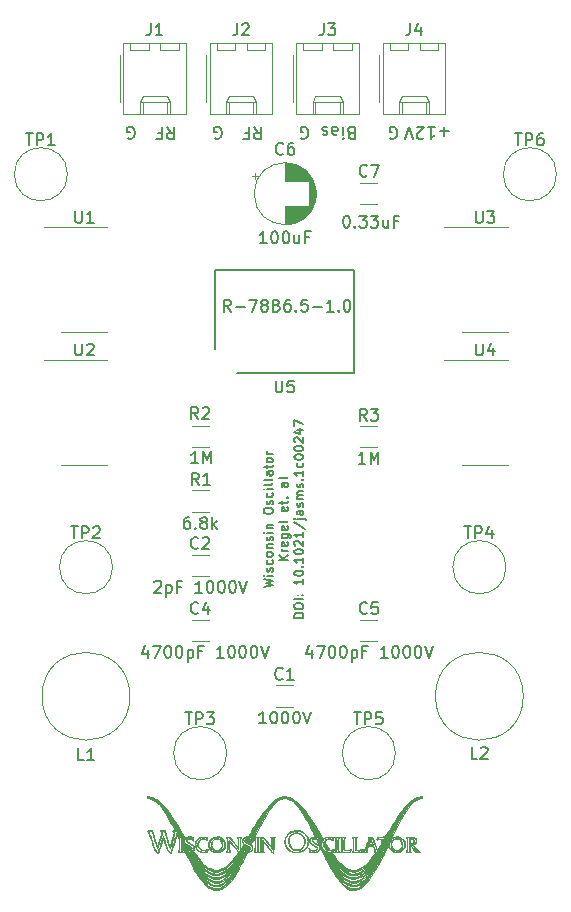
<source format=gbr>
%TF.GenerationSoftware,KiCad,Pcbnew,(5.1.7)-1*%
%TF.CreationDate,2021-11-02T09:12:16-05:00*%
%TF.ProjectId,Wisconsin Oscillator,57697363-6f6e-4736-996e-204f7363696c,rev?*%
%TF.SameCoordinates,Original*%
%TF.FileFunction,Legend,Top*%
%TF.FilePolarity,Positive*%
%FSLAX46Y46*%
G04 Gerber Fmt 4.6, Leading zero omitted, Abs format (unit mm)*
G04 Created by KiCad (PCBNEW (5.1.7)-1) date 2021-11-02 09:12:16*
%MOMM*%
%LPD*%
G01*
G04 APERTURE LIST*
%ADD10C,0.150000*%
%ADD11C,0.120000*%
%ADD12C,0.010000*%
G04 APERTURE END LIST*
D10*
X171002694Y-99441000D02*
X171764694Y-99259571D01*
X171220408Y-99114428D01*
X171764694Y-98969285D01*
X171002694Y-98787857D01*
X171764694Y-98497571D02*
X171256694Y-98497571D01*
X171002694Y-98497571D02*
X171038980Y-98533857D01*
X171075265Y-98497571D01*
X171038980Y-98461285D01*
X171002694Y-98497571D01*
X171075265Y-98497571D01*
X171728408Y-98171000D02*
X171764694Y-98098428D01*
X171764694Y-97953285D01*
X171728408Y-97880714D01*
X171655837Y-97844428D01*
X171619551Y-97844428D01*
X171546980Y-97880714D01*
X171510694Y-97953285D01*
X171510694Y-98062142D01*
X171474408Y-98134714D01*
X171401837Y-98171000D01*
X171365551Y-98171000D01*
X171292980Y-98134714D01*
X171256694Y-98062142D01*
X171256694Y-97953285D01*
X171292980Y-97880714D01*
X171728408Y-97191285D02*
X171764694Y-97263857D01*
X171764694Y-97409000D01*
X171728408Y-97481571D01*
X171692122Y-97517857D01*
X171619551Y-97554142D01*
X171401837Y-97554142D01*
X171329265Y-97517857D01*
X171292980Y-97481571D01*
X171256694Y-97409000D01*
X171256694Y-97263857D01*
X171292980Y-97191285D01*
X171764694Y-96755857D02*
X171728408Y-96828428D01*
X171692122Y-96864714D01*
X171619551Y-96901000D01*
X171401837Y-96901000D01*
X171329265Y-96864714D01*
X171292980Y-96828428D01*
X171256694Y-96755857D01*
X171256694Y-96647000D01*
X171292980Y-96574428D01*
X171329265Y-96538142D01*
X171401837Y-96501857D01*
X171619551Y-96501857D01*
X171692122Y-96538142D01*
X171728408Y-96574428D01*
X171764694Y-96647000D01*
X171764694Y-96755857D01*
X171256694Y-96175285D02*
X171764694Y-96175285D01*
X171329265Y-96175285D02*
X171292980Y-96139000D01*
X171256694Y-96066428D01*
X171256694Y-95957571D01*
X171292980Y-95885000D01*
X171365551Y-95848714D01*
X171764694Y-95848714D01*
X171728408Y-95522142D02*
X171764694Y-95449571D01*
X171764694Y-95304428D01*
X171728408Y-95231857D01*
X171655837Y-95195571D01*
X171619551Y-95195571D01*
X171546980Y-95231857D01*
X171510694Y-95304428D01*
X171510694Y-95413285D01*
X171474408Y-95485857D01*
X171401837Y-95522142D01*
X171365551Y-95522142D01*
X171292980Y-95485857D01*
X171256694Y-95413285D01*
X171256694Y-95304428D01*
X171292980Y-95231857D01*
X171764694Y-94869000D02*
X171256694Y-94869000D01*
X171002694Y-94869000D02*
X171038980Y-94905285D01*
X171075265Y-94869000D01*
X171038980Y-94832714D01*
X171002694Y-94869000D01*
X171075265Y-94869000D01*
X171256694Y-94506142D02*
X171764694Y-94506142D01*
X171329265Y-94506142D02*
X171292980Y-94469857D01*
X171256694Y-94397285D01*
X171256694Y-94288428D01*
X171292980Y-94215857D01*
X171365551Y-94179571D01*
X171764694Y-94179571D01*
X171002694Y-93091000D02*
X171002694Y-92945857D01*
X171038980Y-92873285D01*
X171111551Y-92800714D01*
X171256694Y-92764428D01*
X171510694Y-92764428D01*
X171655837Y-92800714D01*
X171728408Y-92873285D01*
X171764694Y-92945857D01*
X171764694Y-93091000D01*
X171728408Y-93163571D01*
X171655837Y-93236142D01*
X171510694Y-93272428D01*
X171256694Y-93272428D01*
X171111551Y-93236142D01*
X171038980Y-93163571D01*
X171002694Y-93091000D01*
X171728408Y-92474142D02*
X171764694Y-92401571D01*
X171764694Y-92256428D01*
X171728408Y-92183857D01*
X171655837Y-92147571D01*
X171619551Y-92147571D01*
X171546980Y-92183857D01*
X171510694Y-92256428D01*
X171510694Y-92365285D01*
X171474408Y-92437857D01*
X171401837Y-92474142D01*
X171365551Y-92474142D01*
X171292980Y-92437857D01*
X171256694Y-92365285D01*
X171256694Y-92256428D01*
X171292980Y-92183857D01*
X171728408Y-91494428D02*
X171764694Y-91567000D01*
X171764694Y-91712142D01*
X171728408Y-91784714D01*
X171692122Y-91821000D01*
X171619551Y-91857285D01*
X171401837Y-91857285D01*
X171329265Y-91821000D01*
X171292980Y-91784714D01*
X171256694Y-91712142D01*
X171256694Y-91567000D01*
X171292980Y-91494428D01*
X171764694Y-91167857D02*
X171256694Y-91167857D01*
X171002694Y-91167857D02*
X171038980Y-91204142D01*
X171075265Y-91167857D01*
X171038980Y-91131571D01*
X171002694Y-91167857D01*
X171075265Y-91167857D01*
X171764694Y-90696142D02*
X171728408Y-90768714D01*
X171655837Y-90805000D01*
X171002694Y-90805000D01*
X171764694Y-90297000D02*
X171728408Y-90369571D01*
X171655837Y-90405857D01*
X171002694Y-90405857D01*
X171764694Y-89680142D02*
X171365551Y-89680142D01*
X171292980Y-89716428D01*
X171256694Y-89789000D01*
X171256694Y-89934142D01*
X171292980Y-90006714D01*
X171728408Y-89680142D02*
X171764694Y-89752714D01*
X171764694Y-89934142D01*
X171728408Y-90006714D01*
X171655837Y-90043000D01*
X171583265Y-90043000D01*
X171510694Y-90006714D01*
X171474408Y-89934142D01*
X171474408Y-89752714D01*
X171438122Y-89680142D01*
X171256694Y-89426142D02*
X171256694Y-89135857D01*
X171002694Y-89317285D02*
X171655837Y-89317285D01*
X171728408Y-89281000D01*
X171764694Y-89208428D01*
X171764694Y-89135857D01*
X171764694Y-88773000D02*
X171728408Y-88845571D01*
X171692122Y-88881857D01*
X171619551Y-88918142D01*
X171401837Y-88918142D01*
X171329265Y-88881857D01*
X171292980Y-88845571D01*
X171256694Y-88773000D01*
X171256694Y-88664142D01*
X171292980Y-88591571D01*
X171329265Y-88555285D01*
X171401837Y-88519000D01*
X171619551Y-88519000D01*
X171692122Y-88555285D01*
X171728408Y-88591571D01*
X171764694Y-88664142D01*
X171764694Y-88773000D01*
X171764694Y-88192428D02*
X171256694Y-88192428D01*
X171401837Y-88192428D02*
X171329265Y-88156142D01*
X171292980Y-88119857D01*
X171256694Y-88047285D01*
X171256694Y-87974714D01*
X173057694Y-97209428D02*
X172295694Y-97209428D01*
X173057694Y-96774000D02*
X172622265Y-97100571D01*
X172295694Y-96774000D02*
X172731122Y-97209428D01*
X173057694Y-96447428D02*
X172549694Y-96447428D01*
X172694837Y-96447428D02*
X172622265Y-96411142D01*
X172585980Y-96374857D01*
X172549694Y-96302285D01*
X172549694Y-96229714D01*
X173021408Y-95685428D02*
X173057694Y-95758000D01*
X173057694Y-95903142D01*
X173021408Y-95975714D01*
X172948837Y-96012000D01*
X172658551Y-96012000D01*
X172585980Y-95975714D01*
X172549694Y-95903142D01*
X172549694Y-95758000D01*
X172585980Y-95685428D01*
X172658551Y-95649142D01*
X172731122Y-95649142D01*
X172803694Y-96012000D01*
X172549694Y-94996000D02*
X173166551Y-94996000D01*
X173239122Y-95032285D01*
X173275408Y-95068571D01*
X173311694Y-95141142D01*
X173311694Y-95250000D01*
X173275408Y-95322571D01*
X173021408Y-94996000D02*
X173057694Y-95068571D01*
X173057694Y-95213714D01*
X173021408Y-95286285D01*
X172985122Y-95322571D01*
X172912551Y-95358857D01*
X172694837Y-95358857D01*
X172622265Y-95322571D01*
X172585980Y-95286285D01*
X172549694Y-95213714D01*
X172549694Y-95068571D01*
X172585980Y-94996000D01*
X173021408Y-94342857D02*
X173057694Y-94415428D01*
X173057694Y-94560571D01*
X173021408Y-94633142D01*
X172948837Y-94669428D01*
X172658551Y-94669428D01*
X172585980Y-94633142D01*
X172549694Y-94560571D01*
X172549694Y-94415428D01*
X172585980Y-94342857D01*
X172658551Y-94306571D01*
X172731122Y-94306571D01*
X172803694Y-94669428D01*
X173057694Y-93871142D02*
X173021408Y-93943714D01*
X172948837Y-93980000D01*
X172295694Y-93980000D01*
X173021408Y-92710000D02*
X173057694Y-92782571D01*
X173057694Y-92927714D01*
X173021408Y-93000285D01*
X172948837Y-93036571D01*
X172658551Y-93036571D01*
X172585980Y-93000285D01*
X172549694Y-92927714D01*
X172549694Y-92782571D01*
X172585980Y-92710000D01*
X172658551Y-92673714D01*
X172731122Y-92673714D01*
X172803694Y-93036571D01*
X172549694Y-92456000D02*
X172549694Y-92165714D01*
X172295694Y-92347142D02*
X172948837Y-92347142D01*
X173021408Y-92310857D01*
X173057694Y-92238285D01*
X173057694Y-92165714D01*
X172985122Y-91911714D02*
X173021408Y-91875428D01*
X173057694Y-91911714D01*
X173021408Y-91948000D01*
X172985122Y-91911714D01*
X173057694Y-91911714D01*
X173057694Y-90641714D02*
X172658551Y-90641714D01*
X172585980Y-90678000D01*
X172549694Y-90750571D01*
X172549694Y-90895714D01*
X172585980Y-90968285D01*
X173021408Y-90641714D02*
X173057694Y-90714285D01*
X173057694Y-90895714D01*
X173021408Y-90968285D01*
X172948837Y-91004571D01*
X172876265Y-91004571D01*
X172803694Y-90968285D01*
X172767408Y-90895714D01*
X172767408Y-90714285D01*
X172731122Y-90641714D01*
X173057694Y-90170000D02*
X173021408Y-90242571D01*
X172948837Y-90278857D01*
X172295694Y-90278857D01*
X174350694Y-102071714D02*
X173588694Y-102071714D01*
X173588694Y-101890285D01*
X173624980Y-101781428D01*
X173697551Y-101708857D01*
X173770122Y-101672571D01*
X173915265Y-101636285D01*
X174024122Y-101636285D01*
X174169265Y-101672571D01*
X174241837Y-101708857D01*
X174314408Y-101781428D01*
X174350694Y-101890285D01*
X174350694Y-102071714D01*
X173588694Y-101164571D02*
X173588694Y-101019428D01*
X173624980Y-100946857D01*
X173697551Y-100874285D01*
X173842694Y-100838000D01*
X174096694Y-100838000D01*
X174241837Y-100874285D01*
X174314408Y-100946857D01*
X174350694Y-101019428D01*
X174350694Y-101164571D01*
X174314408Y-101237142D01*
X174241837Y-101309714D01*
X174096694Y-101346000D01*
X173842694Y-101346000D01*
X173697551Y-101309714D01*
X173624980Y-101237142D01*
X173588694Y-101164571D01*
X174350694Y-100511428D02*
X173588694Y-100511428D01*
X174278122Y-100148571D02*
X174314408Y-100112285D01*
X174350694Y-100148571D01*
X174314408Y-100184857D01*
X174278122Y-100148571D01*
X174350694Y-100148571D01*
X173878980Y-100148571D02*
X173915265Y-100112285D01*
X173951551Y-100148571D01*
X173915265Y-100184857D01*
X173878980Y-100148571D01*
X173951551Y-100148571D01*
X174350694Y-98806000D02*
X174350694Y-99241428D01*
X174350694Y-99023714D02*
X173588694Y-99023714D01*
X173697551Y-99096285D01*
X173770122Y-99168857D01*
X173806408Y-99241428D01*
X173588694Y-98334285D02*
X173588694Y-98261714D01*
X173624980Y-98189142D01*
X173661265Y-98152857D01*
X173733837Y-98116571D01*
X173878980Y-98080285D01*
X174060408Y-98080285D01*
X174205551Y-98116571D01*
X174278122Y-98152857D01*
X174314408Y-98189142D01*
X174350694Y-98261714D01*
X174350694Y-98334285D01*
X174314408Y-98406857D01*
X174278122Y-98443142D01*
X174205551Y-98479428D01*
X174060408Y-98515714D01*
X173878980Y-98515714D01*
X173733837Y-98479428D01*
X173661265Y-98443142D01*
X173624980Y-98406857D01*
X173588694Y-98334285D01*
X174278122Y-97753714D02*
X174314408Y-97717428D01*
X174350694Y-97753714D01*
X174314408Y-97790000D01*
X174278122Y-97753714D01*
X174350694Y-97753714D01*
X174350694Y-96991714D02*
X174350694Y-97427142D01*
X174350694Y-97209428D02*
X173588694Y-97209428D01*
X173697551Y-97282000D01*
X173770122Y-97354571D01*
X173806408Y-97427142D01*
X173588694Y-96520000D02*
X173588694Y-96447428D01*
X173624980Y-96374857D01*
X173661265Y-96338571D01*
X173733837Y-96302285D01*
X173878980Y-96266000D01*
X174060408Y-96266000D01*
X174205551Y-96302285D01*
X174278122Y-96338571D01*
X174314408Y-96374857D01*
X174350694Y-96447428D01*
X174350694Y-96520000D01*
X174314408Y-96592571D01*
X174278122Y-96628857D01*
X174205551Y-96665142D01*
X174060408Y-96701428D01*
X173878980Y-96701428D01*
X173733837Y-96665142D01*
X173661265Y-96628857D01*
X173624980Y-96592571D01*
X173588694Y-96520000D01*
X173661265Y-95975714D02*
X173624980Y-95939428D01*
X173588694Y-95866857D01*
X173588694Y-95685428D01*
X173624980Y-95612857D01*
X173661265Y-95576571D01*
X173733837Y-95540285D01*
X173806408Y-95540285D01*
X173915265Y-95576571D01*
X174350694Y-96012000D01*
X174350694Y-95540285D01*
X174350694Y-94814571D02*
X174350694Y-95250000D01*
X174350694Y-95032285D02*
X173588694Y-95032285D01*
X173697551Y-95104857D01*
X173770122Y-95177428D01*
X173806408Y-95250000D01*
X173552408Y-93943714D02*
X174532122Y-94596857D01*
X173842694Y-93689714D02*
X174495837Y-93689714D01*
X174568408Y-93726000D01*
X174604694Y-93798571D01*
X174604694Y-93834857D01*
X173588694Y-93689714D02*
X173624980Y-93726000D01*
X173661265Y-93689714D01*
X173624980Y-93653428D01*
X173588694Y-93689714D01*
X173661265Y-93689714D01*
X174350694Y-93000285D02*
X173951551Y-93000285D01*
X173878980Y-93036571D01*
X173842694Y-93109142D01*
X173842694Y-93254285D01*
X173878980Y-93326857D01*
X174314408Y-93000285D02*
X174350694Y-93072857D01*
X174350694Y-93254285D01*
X174314408Y-93326857D01*
X174241837Y-93363142D01*
X174169265Y-93363142D01*
X174096694Y-93326857D01*
X174060408Y-93254285D01*
X174060408Y-93072857D01*
X174024122Y-93000285D01*
X174314408Y-92673714D02*
X174350694Y-92601142D01*
X174350694Y-92456000D01*
X174314408Y-92383428D01*
X174241837Y-92347142D01*
X174205551Y-92347142D01*
X174132980Y-92383428D01*
X174096694Y-92456000D01*
X174096694Y-92564857D01*
X174060408Y-92637428D01*
X173987837Y-92673714D01*
X173951551Y-92673714D01*
X173878980Y-92637428D01*
X173842694Y-92564857D01*
X173842694Y-92456000D01*
X173878980Y-92383428D01*
X174350694Y-92020571D02*
X173842694Y-92020571D01*
X173915265Y-92020571D02*
X173878980Y-91984285D01*
X173842694Y-91911714D01*
X173842694Y-91802857D01*
X173878980Y-91730285D01*
X173951551Y-91694000D01*
X174350694Y-91694000D01*
X173951551Y-91694000D02*
X173878980Y-91657714D01*
X173842694Y-91585142D01*
X173842694Y-91476285D01*
X173878980Y-91403714D01*
X173951551Y-91367428D01*
X174350694Y-91367428D01*
X174314408Y-91040857D02*
X174350694Y-90968285D01*
X174350694Y-90823142D01*
X174314408Y-90750571D01*
X174241837Y-90714285D01*
X174205551Y-90714285D01*
X174132980Y-90750571D01*
X174096694Y-90823142D01*
X174096694Y-90932000D01*
X174060408Y-91004571D01*
X173987837Y-91040857D01*
X173951551Y-91040857D01*
X173878980Y-91004571D01*
X173842694Y-90932000D01*
X173842694Y-90823142D01*
X173878980Y-90750571D01*
X174278122Y-90387714D02*
X174314408Y-90351428D01*
X174350694Y-90387714D01*
X174314408Y-90424000D01*
X174278122Y-90387714D01*
X174350694Y-90387714D01*
X174350694Y-89625714D02*
X174350694Y-90061142D01*
X174350694Y-89843428D02*
X173588694Y-89843428D01*
X173697551Y-89916000D01*
X173770122Y-89988571D01*
X173806408Y-90061142D01*
X174314408Y-88972571D02*
X174350694Y-89045142D01*
X174350694Y-89190285D01*
X174314408Y-89262857D01*
X174278122Y-89299142D01*
X174205551Y-89335428D01*
X173987837Y-89335428D01*
X173915265Y-89299142D01*
X173878980Y-89262857D01*
X173842694Y-89190285D01*
X173842694Y-89045142D01*
X173878980Y-88972571D01*
X173588694Y-88500857D02*
X173588694Y-88428285D01*
X173624980Y-88355714D01*
X173661265Y-88319428D01*
X173733837Y-88283142D01*
X173878980Y-88246857D01*
X174060408Y-88246857D01*
X174205551Y-88283142D01*
X174278122Y-88319428D01*
X174314408Y-88355714D01*
X174350694Y-88428285D01*
X174350694Y-88500857D01*
X174314408Y-88573428D01*
X174278122Y-88609714D01*
X174205551Y-88646000D01*
X174060408Y-88682285D01*
X173878980Y-88682285D01*
X173733837Y-88646000D01*
X173661265Y-88609714D01*
X173624980Y-88573428D01*
X173588694Y-88500857D01*
X173588694Y-87775142D02*
X173588694Y-87702571D01*
X173624980Y-87630000D01*
X173661265Y-87593714D01*
X173733837Y-87557428D01*
X173878980Y-87521142D01*
X174060408Y-87521142D01*
X174205551Y-87557428D01*
X174278122Y-87593714D01*
X174314408Y-87630000D01*
X174350694Y-87702571D01*
X174350694Y-87775142D01*
X174314408Y-87847714D01*
X174278122Y-87884000D01*
X174205551Y-87920285D01*
X174060408Y-87956571D01*
X173878980Y-87956571D01*
X173733837Y-87920285D01*
X173661265Y-87884000D01*
X173624980Y-87847714D01*
X173588694Y-87775142D01*
X173661265Y-87230857D02*
X173624980Y-87194571D01*
X173588694Y-87122000D01*
X173588694Y-86940571D01*
X173624980Y-86868000D01*
X173661265Y-86831714D01*
X173733837Y-86795428D01*
X173806408Y-86795428D01*
X173915265Y-86831714D01*
X174350694Y-87267142D01*
X174350694Y-86795428D01*
X173842694Y-86142285D02*
X174350694Y-86142285D01*
X173552408Y-86323714D02*
X174096694Y-86505142D01*
X174096694Y-86033428D01*
X173588694Y-85815714D02*
X173588694Y-85307714D01*
X174350694Y-85634285D01*
X181734175Y-61465080D02*
X181829413Y-61512699D01*
X181972270Y-61512699D01*
X182115127Y-61465080D01*
X182210365Y-61369841D01*
X182257984Y-61274603D01*
X182305603Y-61084127D01*
X182305603Y-60941270D01*
X182257984Y-60750794D01*
X182210365Y-60655556D01*
X182115127Y-60560318D01*
X181972270Y-60512699D01*
X181877032Y-60512699D01*
X181734175Y-60560318D01*
X181686556Y-60607937D01*
X181686556Y-60941270D01*
X181877032Y-60941270D01*
X186673904Y-60893651D02*
X185912000Y-60893651D01*
X186292952Y-60512699D02*
X186292952Y-61274603D01*
X184912000Y-60512699D02*
X185483428Y-60512699D01*
X185197714Y-60512699D02*
X185197714Y-61512699D01*
X185292952Y-61369841D01*
X185388190Y-61274603D01*
X185483428Y-61226984D01*
X184531047Y-61417460D02*
X184483428Y-61465080D01*
X184388190Y-61512699D01*
X184150095Y-61512699D01*
X184054857Y-61465080D01*
X184007238Y-61417460D01*
X183959619Y-61322222D01*
X183959619Y-61226984D01*
X184007238Y-61084127D01*
X184578666Y-60512699D01*
X183959619Y-60512699D01*
X183673904Y-61512699D02*
X183340571Y-60512699D01*
X183007238Y-61512699D01*
X174200535Y-61465080D02*
X174295773Y-61512699D01*
X174438630Y-61512699D01*
X174581487Y-61465080D01*
X174676725Y-61369841D01*
X174724344Y-61274603D01*
X174771963Y-61084127D01*
X174771963Y-60941270D01*
X174724344Y-60750794D01*
X174676725Y-60655556D01*
X174581487Y-60560318D01*
X174438630Y-60512699D01*
X174343392Y-60512699D01*
X174200535Y-60560318D01*
X174152916Y-60607937D01*
X174152916Y-60941270D01*
X174343392Y-60941270D01*
X178402169Y-61036508D02*
X178259312Y-60988889D01*
X178211693Y-60941270D01*
X178164074Y-60846032D01*
X178164074Y-60703175D01*
X178211693Y-60607937D01*
X178259312Y-60560318D01*
X178354550Y-60512699D01*
X178735502Y-60512699D01*
X178735502Y-61512699D01*
X178402169Y-61512699D01*
X178306931Y-61465080D01*
X178259312Y-61417460D01*
X178211693Y-61322222D01*
X178211693Y-61226984D01*
X178259312Y-61131746D01*
X178306931Y-61084127D01*
X178402169Y-61036508D01*
X178735502Y-61036508D01*
X177735502Y-60512699D02*
X177735502Y-61179365D01*
X177735502Y-61512699D02*
X177783121Y-61465080D01*
X177735502Y-61417460D01*
X177687883Y-61465080D01*
X177735502Y-61512699D01*
X177735502Y-61417460D01*
X176830740Y-60512699D02*
X176830740Y-61036508D01*
X176878360Y-61131746D01*
X176973598Y-61179365D01*
X177164074Y-61179365D01*
X177259312Y-61131746D01*
X176830740Y-60560318D02*
X176925979Y-60512699D01*
X177164074Y-60512699D01*
X177259312Y-60560318D01*
X177306931Y-60655556D01*
X177306931Y-60750794D01*
X177259312Y-60846032D01*
X177164074Y-60893651D01*
X176925979Y-60893651D01*
X176830740Y-60941270D01*
X176402169Y-60560318D02*
X176306931Y-60512699D01*
X176116455Y-60512699D01*
X176021217Y-60560318D01*
X175973598Y-60655556D01*
X175973598Y-60703175D01*
X176021217Y-60798413D01*
X176116455Y-60846032D01*
X176259312Y-60846032D01*
X176354550Y-60893651D01*
X176402169Y-60988889D01*
X176402169Y-61036508D01*
X176354550Y-61131746D01*
X176259312Y-61179365D01*
X176116455Y-61179365D01*
X176021217Y-61131746D01*
X170182207Y-60512699D02*
X170515540Y-60988889D01*
X170753636Y-60512699D02*
X170753636Y-61512699D01*
X170372683Y-61512699D01*
X170277445Y-61465080D01*
X170229826Y-61417460D01*
X170182207Y-61322222D01*
X170182207Y-61179365D01*
X170229826Y-61084127D01*
X170277445Y-61036508D01*
X170372683Y-60988889D01*
X170753636Y-60988889D01*
X169420302Y-61036508D02*
X169753636Y-61036508D01*
X169753636Y-60512699D02*
X169753636Y-61512699D01*
X169277445Y-61512699D01*
X166885335Y-61465080D02*
X166980573Y-61512699D01*
X167123430Y-61512699D01*
X167266287Y-61465080D01*
X167361525Y-61369841D01*
X167409144Y-61274603D01*
X167456763Y-61084127D01*
X167456763Y-60941270D01*
X167409144Y-60750794D01*
X167361525Y-60655556D01*
X167266287Y-60560318D01*
X167123430Y-60512699D01*
X167028192Y-60512699D01*
X166885335Y-60560318D01*
X166837716Y-60607937D01*
X166837716Y-60941270D01*
X167028192Y-60941270D01*
X162816207Y-60512699D02*
X163149540Y-60988889D01*
X163387636Y-60512699D02*
X163387636Y-61512699D01*
X163006683Y-61512699D01*
X162911445Y-61465080D01*
X162863826Y-61417460D01*
X162816207Y-61322222D01*
X162816207Y-61179365D01*
X162863826Y-61084127D01*
X162911445Y-61036508D01*
X163006683Y-60988889D01*
X163387636Y-60988889D01*
X162054302Y-61036508D02*
X162387636Y-61036508D01*
X162387636Y-60512699D02*
X162387636Y-61512699D01*
X161911445Y-61512699D01*
X159519335Y-61465080D02*
X159614573Y-61512699D01*
X159757430Y-61512699D01*
X159900287Y-61465080D01*
X159995525Y-61369841D01*
X160043144Y-61274603D01*
X160090763Y-61084127D01*
X160090763Y-60941270D01*
X160043144Y-60750794D01*
X159995525Y-60655556D01*
X159900287Y-60560318D01*
X159757430Y-60512699D01*
X159662192Y-60512699D01*
X159519335Y-60560318D01*
X159471716Y-60607937D01*
X159471716Y-60941270D01*
X159662192Y-60941270D01*
D11*
%TO.C,TP6*%
X195798000Y-64516000D02*
G75*
G03*
X195798000Y-64516000I-2250000J0D01*
G01*
%TO.C,TP5*%
X182163280Y-113538000D02*
G75*
G03*
X182163280Y-113538000I-2250000J0D01*
G01*
%TO.C,TP4*%
X191520640Y-97790000D02*
G75*
G03*
X191520640Y-97790000I-2250000J0D01*
G01*
%TO.C,TP3*%
X167883400Y-113538000D02*
G75*
G03*
X167883400Y-113538000I-2250000J0D01*
G01*
%TO.C,TP2*%
X158216160Y-97790000D02*
G75*
G03*
X158216160Y-97790000I-2250000J0D01*
G01*
%TO.C,TP1*%
X154396000Y-64516000D02*
G75*
G03*
X154396000Y-64516000I-2250000J0D01*
G01*
D10*
%TO.C,U5*%
X178673340Y-72648000D02*
X178673340Y-81348000D01*
X166873340Y-72648000D02*
X178673340Y-72648000D01*
X166873340Y-79348000D02*
X166873340Y-72648000D01*
X168773340Y-81348000D02*
X178673340Y-81348000D01*
D11*
%TO.C,U4*%
X189738000Y-89125000D02*
X191688000Y-89125000D01*
X189738000Y-89125000D02*
X187788000Y-89125000D01*
X189738000Y-80255000D02*
X191688000Y-80255000D01*
X189738000Y-80255000D02*
X186288000Y-80255000D01*
%TO.C,U3*%
X189738000Y-77899000D02*
X191688000Y-77899000D01*
X189738000Y-77899000D02*
X187788000Y-77899000D01*
X189738000Y-69029000D02*
X191688000Y-69029000D01*
X189738000Y-69029000D02*
X186288000Y-69029000D01*
%TO.C,U2*%
X155823000Y-89125000D02*
X157773000Y-89125000D01*
X155823000Y-89125000D02*
X153873000Y-89125000D01*
X155823000Y-80255000D02*
X157773000Y-80255000D01*
X155823000Y-80255000D02*
X152373000Y-80255000D01*
%TO.C,U1*%
X155823000Y-77899000D02*
X157773000Y-77899000D01*
X155823000Y-77899000D02*
X153873000Y-77899000D01*
X155823000Y-69029000D02*
X157773000Y-69029000D01*
X155823000Y-69029000D02*
X152373000Y-69029000D01*
%TO.C,C6*%
X170263453Y-64442000D02*
X170263453Y-64942000D01*
X170013453Y-64692000D02*
X170513453Y-64692000D01*
X175419228Y-65883000D02*
X175419228Y-66451000D01*
X175379228Y-65649000D02*
X175379228Y-66685000D01*
X175339228Y-65490000D02*
X175339228Y-66844000D01*
X175299228Y-65362000D02*
X175299228Y-66972000D01*
X175259228Y-65252000D02*
X175259228Y-67082000D01*
X175219228Y-65156000D02*
X175219228Y-67178000D01*
X175179228Y-65069000D02*
X175179228Y-67265000D01*
X175139228Y-64989000D02*
X175139228Y-67345000D01*
X175099228Y-64916000D02*
X175099228Y-67418000D01*
X175059228Y-64848000D02*
X175059228Y-67486000D01*
X175019228Y-64784000D02*
X175019228Y-67550000D01*
X174979228Y-64724000D02*
X174979228Y-67610000D01*
X174939228Y-64667000D02*
X174939228Y-67667000D01*
X174899228Y-64613000D02*
X174899228Y-67721000D01*
X174859228Y-64562000D02*
X174859228Y-67772000D01*
X174819228Y-67207000D02*
X174819228Y-67820000D01*
X174819228Y-64514000D02*
X174819228Y-65127000D01*
X174779228Y-67207000D02*
X174779228Y-67866000D01*
X174779228Y-64468000D02*
X174779228Y-65127000D01*
X174739228Y-67207000D02*
X174739228Y-67910000D01*
X174739228Y-64424000D02*
X174739228Y-65127000D01*
X174699228Y-67207000D02*
X174699228Y-67952000D01*
X174699228Y-64382000D02*
X174699228Y-65127000D01*
X174659228Y-67207000D02*
X174659228Y-67993000D01*
X174659228Y-64341000D02*
X174659228Y-65127000D01*
X174619228Y-67207000D02*
X174619228Y-68031000D01*
X174619228Y-64303000D02*
X174619228Y-65127000D01*
X174579228Y-67207000D02*
X174579228Y-68068000D01*
X174579228Y-64266000D02*
X174579228Y-65127000D01*
X174539228Y-67207000D02*
X174539228Y-68104000D01*
X174539228Y-64230000D02*
X174539228Y-65127000D01*
X174499228Y-67207000D02*
X174499228Y-68138000D01*
X174499228Y-64196000D02*
X174499228Y-65127000D01*
X174459228Y-67207000D02*
X174459228Y-68171000D01*
X174459228Y-64163000D02*
X174459228Y-65127000D01*
X174419228Y-67207000D02*
X174419228Y-68202000D01*
X174419228Y-64132000D02*
X174419228Y-65127000D01*
X174379228Y-67207000D02*
X174379228Y-68232000D01*
X174379228Y-64102000D02*
X174379228Y-65127000D01*
X174339228Y-67207000D02*
X174339228Y-68262000D01*
X174339228Y-64072000D02*
X174339228Y-65127000D01*
X174299228Y-67207000D02*
X174299228Y-68289000D01*
X174299228Y-64045000D02*
X174299228Y-65127000D01*
X174259228Y-67207000D02*
X174259228Y-68316000D01*
X174259228Y-64018000D02*
X174259228Y-65127000D01*
X174219228Y-67207000D02*
X174219228Y-68342000D01*
X174219228Y-63992000D02*
X174219228Y-65127000D01*
X174179228Y-67207000D02*
X174179228Y-68367000D01*
X174179228Y-63967000D02*
X174179228Y-65127000D01*
X174139228Y-67207000D02*
X174139228Y-68391000D01*
X174139228Y-63943000D02*
X174139228Y-65127000D01*
X174099228Y-67207000D02*
X174099228Y-68414000D01*
X174099228Y-63920000D02*
X174099228Y-65127000D01*
X174059228Y-67207000D02*
X174059228Y-68435000D01*
X174059228Y-63899000D02*
X174059228Y-65127000D01*
X174019228Y-67207000D02*
X174019228Y-68457000D01*
X174019228Y-63877000D02*
X174019228Y-65127000D01*
X173979228Y-67207000D02*
X173979228Y-68477000D01*
X173979228Y-63857000D02*
X173979228Y-65127000D01*
X173939228Y-67207000D02*
X173939228Y-68496000D01*
X173939228Y-63838000D02*
X173939228Y-65127000D01*
X173899228Y-67207000D02*
X173899228Y-68515000D01*
X173899228Y-63819000D02*
X173899228Y-65127000D01*
X173859228Y-67207000D02*
X173859228Y-68532000D01*
X173859228Y-63802000D02*
X173859228Y-65127000D01*
X173819228Y-67207000D02*
X173819228Y-68549000D01*
X173819228Y-63785000D02*
X173819228Y-65127000D01*
X173779228Y-67207000D02*
X173779228Y-68565000D01*
X173779228Y-63769000D02*
X173779228Y-65127000D01*
X173739228Y-67207000D02*
X173739228Y-68581000D01*
X173739228Y-63753000D02*
X173739228Y-65127000D01*
X173699228Y-67207000D02*
X173699228Y-68595000D01*
X173699228Y-63739000D02*
X173699228Y-65127000D01*
X173659228Y-67207000D02*
X173659228Y-68609000D01*
X173659228Y-63725000D02*
X173659228Y-65127000D01*
X173619228Y-67207000D02*
X173619228Y-68622000D01*
X173619228Y-63712000D02*
X173619228Y-65127000D01*
X173579228Y-67207000D02*
X173579228Y-68635000D01*
X173579228Y-63699000D02*
X173579228Y-65127000D01*
X173539228Y-67207000D02*
X173539228Y-68647000D01*
X173539228Y-63687000D02*
X173539228Y-65127000D01*
X173498228Y-67207000D02*
X173498228Y-68658000D01*
X173498228Y-63676000D02*
X173498228Y-65127000D01*
X173458228Y-67207000D02*
X173458228Y-68668000D01*
X173458228Y-63666000D02*
X173458228Y-65127000D01*
X173418228Y-67207000D02*
X173418228Y-68678000D01*
X173418228Y-63656000D02*
X173418228Y-65127000D01*
X173378228Y-67207000D02*
X173378228Y-68687000D01*
X173378228Y-63647000D02*
X173378228Y-65127000D01*
X173338228Y-67207000D02*
X173338228Y-68695000D01*
X173338228Y-63639000D02*
X173338228Y-65127000D01*
X173298228Y-67207000D02*
X173298228Y-68703000D01*
X173298228Y-63631000D02*
X173298228Y-65127000D01*
X173258228Y-67207000D02*
X173258228Y-68710000D01*
X173258228Y-63624000D02*
X173258228Y-65127000D01*
X173218228Y-67207000D02*
X173218228Y-68717000D01*
X173218228Y-63617000D02*
X173218228Y-65127000D01*
X173178228Y-67207000D02*
X173178228Y-68723000D01*
X173178228Y-63611000D02*
X173178228Y-65127000D01*
X173138228Y-67207000D02*
X173138228Y-68728000D01*
X173138228Y-63606000D02*
X173138228Y-65127000D01*
X173098228Y-67207000D02*
X173098228Y-68732000D01*
X173098228Y-63602000D02*
X173098228Y-65127000D01*
X173058228Y-67207000D02*
X173058228Y-68736000D01*
X173058228Y-63598000D02*
X173058228Y-65127000D01*
X173018228Y-67207000D02*
X173018228Y-68740000D01*
X173018228Y-63594000D02*
X173018228Y-65127000D01*
X172978228Y-67207000D02*
X172978228Y-68743000D01*
X172978228Y-63591000D02*
X172978228Y-65127000D01*
X172938228Y-67207000D02*
X172938228Y-68745000D01*
X172938228Y-63589000D02*
X172938228Y-65127000D01*
X172898228Y-67207000D02*
X172898228Y-68746000D01*
X172898228Y-63588000D02*
X172898228Y-65127000D01*
X172858228Y-63587000D02*
X172858228Y-65127000D01*
X172858228Y-67207000D02*
X172858228Y-68747000D01*
X172818228Y-63587000D02*
X172818228Y-65127000D01*
X172818228Y-67207000D02*
X172818228Y-68747000D01*
X175438228Y-66167000D02*
G75*
G03*
X175438228Y-66167000I-2620000J0D01*
G01*
%TO.C,J1*%
X159122600Y-53390560D02*
X159122600Y-59410560D01*
X159122600Y-59410560D02*
X164422600Y-59410560D01*
X164422600Y-59410560D02*
X164422600Y-53390560D01*
X164422600Y-53390560D02*
X159122600Y-53390560D01*
X158832600Y-54420560D02*
X158832600Y-58420560D01*
X160502600Y-59410560D02*
X160502600Y-58410560D01*
X160502600Y-58410560D02*
X163042600Y-58410560D01*
X163042600Y-58410560D02*
X163042600Y-59410560D01*
X160502600Y-58410560D02*
X160752600Y-57880560D01*
X160752600Y-57880560D02*
X162792600Y-57880560D01*
X162792600Y-57880560D02*
X163042600Y-58410560D01*
X160752600Y-59410560D02*
X160752600Y-58410560D01*
X162792600Y-59410560D02*
X162792600Y-58410560D01*
X159702600Y-53390560D02*
X159702600Y-53990560D01*
X159702600Y-53990560D02*
X161302600Y-53990560D01*
X161302600Y-53990560D02*
X161302600Y-53390560D01*
X162242600Y-53390560D02*
X162242600Y-53990560D01*
X162242600Y-53990560D02*
X163842600Y-53990560D01*
X163842600Y-53990560D02*
X163842600Y-53390560D01*
D12*
%TO.C,G\u002A\u002A\u002A*%
G36*
X184409323Y-117259875D02*
G01*
X184399558Y-117301938D01*
X184374065Y-117327999D01*
X184319953Y-117346665D01*
X184259991Y-117359573D01*
X184093002Y-117408547D01*
X183925098Y-117490167D01*
X183755124Y-117605944D01*
X183581929Y-117757390D01*
X183404360Y-117946019D01*
X183221263Y-118173343D01*
X183031486Y-118440872D01*
X182833876Y-118750121D01*
X182627281Y-119102601D01*
X182410547Y-119499823D01*
X182182521Y-119943302D01*
X181986864Y-120341374D01*
X181919027Y-120483191D01*
X181872279Y-120584799D01*
X181844773Y-120651319D01*
X181834659Y-120687869D01*
X181840092Y-120699569D01*
X181859223Y-120691538D01*
X181860867Y-120690475D01*
X181962836Y-120642153D01*
X182092583Y-120605973D01*
X182227627Y-120586707D01*
X182341057Y-120588515D01*
X182500002Y-120623361D01*
X182632782Y-120686774D01*
X182741779Y-120771227D01*
X182860277Y-120908396D01*
X182934162Y-121060679D01*
X182964530Y-121221023D01*
X182952476Y-121382373D01*
X182899096Y-121537676D01*
X182805483Y-121679877D01*
X182672734Y-121801922D01*
X182572128Y-121863919D01*
X182494159Y-121899785D01*
X182419082Y-121920119D01*
X182327099Y-121928899D01*
X182241928Y-121930303D01*
X182126419Y-121927262D01*
X182041406Y-121915425D01*
X181966802Y-121890722D01*
X181908226Y-121862667D01*
X181780058Y-121776707D01*
X181670266Y-121666113D01*
X181590769Y-121544427D01*
X181561868Y-121469150D01*
X181541314Y-121403933D01*
X181523318Y-121365528D01*
X181517984Y-121361200D01*
X181498075Y-121382885D01*
X181464908Y-121440140D01*
X181423831Y-121521265D01*
X181380192Y-121614560D01*
X181339337Y-121708324D01*
X181306614Y-121790857D01*
X181287370Y-121850458D01*
X181284674Y-121871696D01*
X181279757Y-121911161D01*
X181265783Y-121919999D01*
X181246146Y-121941614D01*
X181208574Y-122001504D01*
X181157300Y-122092238D01*
X181096558Y-122206383D01*
X181045099Y-122307349D01*
X180837184Y-122715475D01*
X180643671Y-123079460D01*
X180462148Y-123403101D01*
X180290202Y-123690193D01*
X180125419Y-123944533D01*
X179965387Y-124169917D01*
X179807693Y-124370140D01*
X179649924Y-124548999D01*
X179563066Y-124638818D01*
X179354156Y-124830078D01*
X179155487Y-124974232D01*
X178963393Y-125073033D01*
X178774205Y-125128232D01*
X178584258Y-125141582D01*
X178520444Y-125137067D01*
X178342863Y-125104025D01*
X178167358Y-125041190D01*
X177992492Y-124946847D01*
X177816826Y-124819276D01*
X177638923Y-124656759D01*
X177457345Y-124457580D01*
X177270655Y-124220019D01*
X177077416Y-123942359D01*
X176926898Y-123703390D01*
X177077780Y-123703390D01*
X177104899Y-123754830D01*
X177136843Y-123805433D01*
X177348174Y-124107490D01*
X177557702Y-124368120D01*
X177763648Y-124585570D01*
X177964230Y-124758090D01*
X178157668Y-124883930D01*
X178297667Y-124946865D01*
X178459667Y-124983002D01*
X178641413Y-124988313D01*
X178823074Y-124963816D01*
X178982227Y-124911722D01*
X179199576Y-124787911D01*
X179409656Y-124621000D01*
X179535618Y-124495079D01*
X179612239Y-124407524D01*
X179697475Y-124303539D01*
X179786517Y-124189796D01*
X179874558Y-124072971D01*
X179956788Y-123959736D01*
X180028398Y-123856767D01*
X180084582Y-123770736D01*
X180120529Y-123708318D01*
X180131431Y-123676187D01*
X180127696Y-123673310D01*
X180105250Y-123692855D01*
X180061072Y-123744705D01*
X180002749Y-123819682D01*
X179968628Y-123865752D01*
X179867972Y-123994683D01*
X179749047Y-124132475D01*
X179621778Y-124268829D01*
X179496091Y-124393444D01*
X179381914Y-124496020D01*
X179301358Y-124558165D01*
X179213095Y-124613197D01*
X179103685Y-124674210D01*
X179009258Y-124721927D01*
X178922066Y-124760914D01*
X178849663Y-124784908D01*
X178773983Y-124797438D01*
X178676961Y-124802032D01*
X178597028Y-124802441D01*
X178450362Y-124796203D01*
X178323974Y-124774821D01*
X178203695Y-124733374D01*
X178075357Y-124666939D01*
X177924791Y-124570592D01*
X177919651Y-124567099D01*
X177818099Y-124488319D01*
X177696556Y-124378911D01*
X177565095Y-124249193D01*
X177433789Y-124109485D01*
X177312713Y-123970106D01*
X177214170Y-123844433D01*
X177149648Y-123760332D01*
X177103308Y-123707732D01*
X177078301Y-123688221D01*
X177077780Y-123703390D01*
X176926898Y-123703390D01*
X176876188Y-123622882D01*
X176673970Y-123274404D01*
X176971428Y-123274404D01*
X176984463Y-123300632D01*
X177018938Y-123357587D01*
X177067904Y-123433868D01*
X177077576Y-123448553D01*
X177301229Y-123767796D01*
X177517886Y-124037855D01*
X177728723Y-124259686D01*
X177934915Y-124434245D01*
X178137637Y-124562487D01*
X178338063Y-124645369D01*
X178537370Y-124683844D01*
X178600702Y-124686928D01*
X178689396Y-124679882D01*
X178798839Y-124659906D01*
X178883910Y-124637564D01*
X178996488Y-124594206D01*
X179118430Y-124534301D01*
X179201337Y-124484898D01*
X179335219Y-124381528D01*
X179485072Y-124242057D01*
X179643227Y-124075354D01*
X179802020Y-123890285D01*
X179953785Y-123695716D01*
X180090854Y-123500516D01*
X180189112Y-123342400D01*
X180220649Y-123286343D01*
X180233318Y-123258817D01*
X180225030Y-123262093D01*
X180193695Y-123298441D01*
X180137223Y-123370130D01*
X180053523Y-123479430D01*
X180009257Y-123537745D01*
X179790047Y-123804528D01*
X179568326Y-124030727D01*
X179346429Y-124214834D01*
X179126688Y-124355342D01*
X178911436Y-124450742D01*
X178703005Y-124499528D01*
X178517634Y-124501774D01*
X178315787Y-124462084D01*
X178116153Y-124384258D01*
X177915824Y-124266218D01*
X177711896Y-124105885D01*
X177501460Y-123901182D01*
X177281611Y-123650032D01*
X177220787Y-123574650D01*
X177136281Y-123469098D01*
X177064034Y-123380401D01*
X177009324Y-123314915D01*
X176977430Y-123278995D01*
X176971428Y-123274404D01*
X176673970Y-123274404D01*
X176665536Y-123259870D01*
X176510644Y-122974397D01*
X176946028Y-122974397D01*
X176960146Y-123004182D01*
X176998442Y-123065949D01*
X177054827Y-123150881D01*
X177123213Y-123250158D01*
X177197510Y-123354964D01*
X177271631Y-123456481D01*
X177339487Y-123545891D01*
X177349210Y-123558300D01*
X177553807Y-123796601D01*
X177761143Y-123996819D01*
X177967723Y-124156364D01*
X178170055Y-124272646D01*
X178364643Y-124343077D01*
X178424974Y-124355552D01*
X178521771Y-124370976D01*
X178590644Y-124377758D01*
X178651879Y-124375381D01*
X178725763Y-124363330D01*
X178810652Y-124345733D01*
X179017813Y-124277403D01*
X179229647Y-124159788D01*
X179444847Y-123994048D01*
X179662105Y-123781344D01*
X179880113Y-123522838D01*
X180097565Y-123219690D01*
X180124173Y-123179431D01*
X180176037Y-123098147D01*
X180206193Y-123046321D01*
X180212459Y-123028160D01*
X180192654Y-123047875D01*
X180191842Y-123048847D01*
X180140997Y-123109758D01*
X180068159Y-123196942D01*
X179983931Y-123297708D01*
X179915914Y-123379047D01*
X179693895Y-123621900D01*
X179468316Y-123824915D01*
X179243935Y-123984054D01*
X179125744Y-124049921D01*
X178907115Y-124138516D01*
X178691267Y-124182474D01*
X178476621Y-124181130D01*
X178261597Y-124133821D01*
X178044617Y-124039882D01*
X177824102Y-123898648D01*
X177598472Y-123709457D01*
X177366149Y-123471645D01*
X177154337Y-123220900D01*
X177077537Y-123125641D01*
X177013503Y-123048199D01*
X176968013Y-122995412D01*
X176946847Y-122974120D01*
X176946028Y-122974397D01*
X176510644Y-122974397D01*
X176444020Y-122851606D01*
X176284913Y-122541827D01*
X176823733Y-122541827D01*
X176833306Y-122565175D01*
X176866515Y-122620783D01*
X176917653Y-122699444D01*
X176960586Y-122762605D01*
X177199015Y-123089688D01*
X177428779Y-123367905D01*
X177650940Y-123598253D01*
X177866562Y-123781727D01*
X178076709Y-123919321D01*
X178282445Y-124012031D01*
X178303584Y-124019121D01*
X178388575Y-124036138D01*
X178507626Y-124045722D01*
X178637168Y-124046713D01*
X178751731Y-124042112D01*
X178837229Y-124031831D01*
X178913390Y-124010893D01*
X178999945Y-123974318D01*
X179081668Y-123934569D01*
X179317576Y-123792907D01*
X179549589Y-123604020D01*
X179779516Y-123366370D01*
X179853885Y-123278634D01*
X179928909Y-123184782D01*
X180012153Y-123076264D01*
X180098439Y-122960368D01*
X180162186Y-122872500D01*
X180298828Y-122872500D01*
X180311528Y-122885200D01*
X180324228Y-122872500D01*
X180311528Y-122859800D01*
X180298828Y-122872500D01*
X180162186Y-122872500D01*
X180182587Y-122844380D01*
X180259416Y-122735588D01*
X180323748Y-122641279D01*
X180370402Y-122568741D01*
X180394199Y-122525261D01*
X180395678Y-122516383D01*
X180378260Y-122532221D01*
X180336862Y-122581640D01*
X180277466Y-122657198D01*
X180206052Y-122751454D01*
X180197499Y-122762941D01*
X180001460Y-123007833D01*
X179793992Y-123232371D01*
X179581433Y-123430998D01*
X179370122Y-123598157D01*
X179166399Y-123728292D01*
X179011141Y-123802809D01*
X178928368Y-123831640D01*
X178845322Y-123849591D01*
X178745773Y-123858992D01*
X178613491Y-123862172D01*
X178597028Y-123862240D01*
X178429531Y-123856332D01*
X178287049Y-123834257D01*
X178153734Y-123791055D01*
X178013735Y-123721763D01*
X177872915Y-123635585D01*
X177780592Y-123566780D01*
X177664855Y-123466934D01*
X177534158Y-123344572D01*
X177396953Y-123208215D01*
X177261692Y-123066386D01*
X177136828Y-122927608D01*
X177030813Y-122800405D01*
X176984773Y-122740066D01*
X176920618Y-122654352D01*
X176867962Y-122587784D01*
X176833480Y-122548583D01*
X176823733Y-122541827D01*
X176284913Y-122541827D01*
X176210204Y-122396370D01*
X176185404Y-122346823D01*
X176142989Y-122262467D01*
X176798294Y-122262467D01*
X176805230Y-122289454D01*
X176840514Y-122348285D01*
X176899084Y-122432531D01*
X176975880Y-122535768D01*
X177065841Y-122651568D01*
X177163906Y-122773506D01*
X177265013Y-122895154D01*
X177364103Y-123010086D01*
X177456115Y-123111876D01*
X177517705Y-123176001D01*
X177683233Y-123334947D01*
X177830557Y-123458972D01*
X177969988Y-123555197D01*
X178111838Y-123630745D01*
X178265359Y-123692364D01*
X178445223Y-123733578D01*
X178644167Y-123742675D01*
X178842330Y-123720161D01*
X179002915Y-123673561D01*
X179190426Y-123578564D01*
X179390440Y-123440056D01*
X179598276Y-123262328D01*
X179809247Y-123049672D01*
X180018671Y-122806380D01*
X180180501Y-122594568D01*
X180274515Y-122463010D01*
X180340271Y-122366979D01*
X180377552Y-122307381D01*
X180386139Y-122285121D01*
X180365814Y-122301105D01*
X180316360Y-122356240D01*
X180237558Y-122451430D01*
X180205306Y-122491500D01*
X180089226Y-122629447D01*
X179956608Y-122775431D01*
X179816458Y-122920493D01*
X179677780Y-123055676D01*
X179549579Y-123172023D01*
X179440859Y-123260575D01*
X179409828Y-123282831D01*
X179173280Y-123420809D01*
X178933063Y-123515324D01*
X178695747Y-123564098D01*
X178579289Y-123570624D01*
X178428810Y-123554557D01*
X178256171Y-123509068D01*
X178076376Y-123439373D01*
X177904423Y-123350689D01*
X177850569Y-123317240D01*
X177668234Y-123182898D01*
X177473203Y-123011546D01*
X177274648Y-122812025D01*
X177081741Y-122593179D01*
X177018195Y-122514838D01*
X176940389Y-122418509D01*
X176874033Y-122339677D01*
X176825231Y-122285347D01*
X176800087Y-122262525D01*
X176798294Y-122262467D01*
X176142989Y-122262467D01*
X176092083Y-122161225D01*
X176005564Y-121991585D01*
X175928492Y-121842902D01*
X175863512Y-121720176D01*
X175813268Y-121628407D01*
X175780405Y-121572594D01*
X175767787Y-121557307D01*
X175753570Y-121594016D01*
X175752228Y-121610685D01*
X175732373Y-121668834D01*
X175680774Y-121739576D01*
X175609380Y-121809589D01*
X175530139Y-121865550D01*
X175517645Y-121872252D01*
X175383435Y-121918373D01*
X175226101Y-121937577D01*
X175066643Y-121928119D01*
X175003254Y-121914963D01*
X174876580Y-121881900D01*
X174833793Y-121723150D01*
X174825770Y-121691420D01*
X174883125Y-121691420D01*
X174900641Y-121761208D01*
X174913393Y-121809835D01*
X174929565Y-121836053D01*
X174963802Y-121850691D01*
X175030746Y-121864580D01*
X175043870Y-121867142D01*
X175140712Y-121884480D01*
X175211661Y-121890260D01*
X175280298Y-121884458D01*
X175370206Y-121867046D01*
X175371453Y-121866778D01*
X175497524Y-121821395D01*
X175601303Y-121743711D01*
X175661457Y-121680746D01*
X175691154Y-121627723D01*
X175700372Y-121563832D01*
X175700620Y-121536582D01*
X175692272Y-121456173D01*
X175672400Y-121391353D01*
X175664453Y-121378039D01*
X175628167Y-121347477D01*
X175557462Y-121301046D01*
X175463342Y-121245626D01*
X175380096Y-121200239D01*
X175252329Y-121128265D01*
X175157677Y-121065037D01*
X175102373Y-121014848D01*
X175094857Y-121003839D01*
X175069692Y-120919058D01*
X175073458Y-120903161D01*
X175123578Y-120903161D01*
X175127648Y-120967583D01*
X175144761Y-120995471D01*
X175181109Y-121023825D01*
X175251357Y-121067003D01*
X175343571Y-121117921D01*
X175399652Y-121146819D01*
X175496310Y-121197115D01*
X175575215Y-121241454D01*
X175625561Y-121273589D01*
X175637481Y-121284277D01*
X175659652Y-121313713D01*
X175663003Y-121302536D01*
X175648766Y-121256809D01*
X175644315Y-121246010D01*
X175879228Y-121246010D01*
X175898329Y-121435918D01*
X175955602Y-121592324D01*
X176050996Y-121715167D01*
X176184461Y-121804385D01*
X176355948Y-121859920D01*
X176388591Y-121865958D01*
X176471515Y-121878059D01*
X176540743Y-121881779D01*
X176616074Y-121876679D01*
X176717306Y-121862320D01*
X176743652Y-121858097D01*
X176813628Y-121835736D01*
X176853261Y-121788546D01*
X176861449Y-121769199D01*
X176878179Y-121718797D01*
X176868894Y-121705425D01*
X176826267Y-121718875D01*
X176825536Y-121719153D01*
X176651168Y-121768757D01*
X176498679Y-121777479D01*
X176429911Y-121765762D01*
X176280635Y-121702580D01*
X176165970Y-121603421D01*
X176088281Y-121471557D01*
X176049931Y-121310262D01*
X176046123Y-121234200D01*
X176058245Y-121088048D01*
X176098702Y-120974401D01*
X176173373Y-120880194D01*
X176225150Y-120836472D01*
X176330373Y-120783051D01*
X176461126Y-120755269D01*
X176597994Y-120755095D01*
X176721556Y-120784500D01*
X176724690Y-120785791D01*
X176819028Y-120825207D01*
X176819028Y-120751860D01*
X176814487Y-120706342D01*
X176791915Y-120681439D01*
X176737886Y-120666712D01*
X176702150Y-120660985D01*
X176494185Y-120648423D01*
X176310584Y-120674745D01*
X176154863Y-120737449D01*
X176030541Y-120834035D01*
X175941134Y-120962003D01*
X175890160Y-121118852D01*
X175879228Y-121246010D01*
X175644315Y-121246010D01*
X175618172Y-121182596D01*
X175615700Y-121177050D01*
X175546046Y-121024629D01*
X175490214Y-120913973D01*
X175442828Y-120839817D01*
X175398511Y-120796892D01*
X175351888Y-120779931D01*
X175297583Y-120783667D01*
X175232865Y-120801958D01*
X175160514Y-120843859D01*
X175123578Y-120903161D01*
X175073458Y-120903161D01*
X175087341Y-120844564D01*
X175140157Y-120784774D01*
X175220493Y-120744107D01*
X175320703Y-120726980D01*
X175433140Y-120737809D01*
X175511743Y-120763003D01*
X175569230Y-120785061D01*
X175593953Y-120783284D01*
X175599726Y-120754117D01*
X175599828Y-120740321D01*
X175592252Y-120698086D01*
X175563807Y-120671158D01*
X175505915Y-120656455D01*
X175409996Y-120650893D01*
X175350100Y-120650557D01*
X175204757Y-120663285D01*
X175079790Y-120697885D01*
X174985530Y-120750484D01*
X174938013Y-120805042D01*
X174917221Y-120869485D01*
X174907251Y-120950695D01*
X174907100Y-120960628D01*
X174917883Y-121037678D01*
X174954372Y-121104980D01*
X175022778Y-121168725D01*
X175129311Y-121235105D01*
X175237673Y-121290203D01*
X175384608Y-121369590D01*
X175483634Y-121444904D01*
X175537130Y-121519288D01*
X175547470Y-121595886D01*
X175522875Y-121667406D01*
X175461510Y-121731876D01*
X175366211Y-121773505D01*
X175249244Y-121790570D01*
X175122876Y-121781352D01*
X174999374Y-121744128D01*
X174993826Y-121741652D01*
X174883125Y-121691420D01*
X174825770Y-121691420D01*
X174813339Y-121642264D01*
X174801448Y-121585080D01*
X174800589Y-121564399D01*
X174825453Y-121577340D01*
X174876937Y-121609966D01*
X174903209Y-121627537D01*
X175042008Y-121700621D01*
X175182208Y-121736246D01*
X175312889Y-121732711D01*
X175396089Y-121704378D01*
X175469951Y-121649400D01*
X175494225Y-121587430D01*
X175469474Y-121519571D01*
X175396260Y-121446927D01*
X175275146Y-121370600D01*
X175208722Y-121337038D01*
X175105330Y-121282645D01*
X175012771Y-121225004D01*
X174946098Y-121173811D01*
X174930496Y-121157845D01*
X174865788Y-121047831D01*
X174846932Y-120934414D01*
X174870325Y-120825818D01*
X174932368Y-120730266D01*
X175029459Y-120655981D01*
X175157998Y-120611186D01*
X175170875Y-120608901D01*
X175240747Y-120593695D01*
X175290460Y-120576414D01*
X175294071Y-120574391D01*
X175292474Y-120546756D01*
X175269073Y-120480163D01*
X175226641Y-120380112D01*
X175167951Y-120252106D01*
X175095775Y-120101644D01*
X175012887Y-119934227D01*
X174922060Y-119755357D01*
X174826065Y-119570535D01*
X174727677Y-119385261D01*
X174629668Y-119205036D01*
X174534811Y-119035362D01*
X174445878Y-118881739D01*
X174413655Y-118827787D01*
X174259244Y-118577472D01*
X174120754Y-118365696D01*
X173992714Y-118184920D01*
X173869653Y-118027607D01*
X173746100Y-117886219D01*
X173679017Y-117815645D01*
X173469469Y-117624520D01*
X173262539Y-117483373D01*
X173057428Y-117392282D01*
X172853338Y-117351326D01*
X172649470Y-117360581D01*
X172445027Y-117420126D01*
X172239211Y-117530038D01*
X172031222Y-117690396D01*
X171820264Y-117901276D01*
X171729987Y-118005648D01*
X171590200Y-118181529D01*
X171451283Y-118373112D01*
X171310314Y-118585248D01*
X171164369Y-118822788D01*
X171010524Y-119090581D01*
X170845857Y-119393479D01*
X170667443Y-119736332D01*
X170564853Y-119938800D01*
X170239290Y-120586500D01*
X170385909Y-120594244D01*
X170488020Y-120605250D01*
X170549905Y-120624194D01*
X170568056Y-120649150D01*
X170538966Y-120678193D01*
X170538878Y-120678244D01*
X170524227Y-120690554D01*
X170513173Y-120713061D01*
X170505218Y-120752250D01*
X170499866Y-120814606D01*
X170496618Y-120906615D01*
X170494977Y-121034763D01*
X170494445Y-121205535D01*
X170494428Y-121257752D01*
X170494948Y-121444935D01*
X170496777Y-121587520D01*
X170500313Y-121691699D01*
X170505956Y-121763664D01*
X170514107Y-121809608D01*
X170525165Y-121835724D01*
X170532248Y-121843567D01*
X170559303Y-121877688D01*
X170543132Y-121901148D01*
X170481497Y-121914910D01*
X170372163Y-121919937D01*
X170354728Y-121920000D01*
X170240003Y-121915440D01*
X170170486Y-121902222D01*
X170147812Y-121881039D01*
X170173618Y-121852583D01*
X170179291Y-121849226D01*
X170253375Y-121849226D01*
X170266356Y-121864345D01*
X170315405Y-121868938D01*
X170352061Y-121869200D01*
X170465481Y-121869200D01*
X170441854Y-121786817D01*
X170433059Y-121729677D01*
X170426379Y-121633964D01*
X170421803Y-121510132D01*
X170419319Y-121368634D01*
X170418917Y-121219925D01*
X170420584Y-121074458D01*
X170424309Y-120942688D01*
X170430080Y-120835068D01*
X170437887Y-120762054D01*
X170442999Y-120740553D01*
X170455693Y-120697946D01*
X170442186Y-120679665D01*
X170391469Y-120675437D01*
X170373149Y-120675373D01*
X170278528Y-120675346D01*
X170286270Y-121220541D01*
X170287914Y-121437861D01*
X170286025Y-121607608D01*
X170280635Y-121728888D01*
X170271772Y-121800805D01*
X170266326Y-121817468D01*
X170253375Y-121849226D01*
X170179291Y-121849226D01*
X170182743Y-121847184D01*
X170198051Y-121834292D01*
X170209698Y-121810553D01*
X170218330Y-121769281D01*
X170224591Y-121703794D01*
X170229126Y-121607405D01*
X170232580Y-121473432D01*
X170235527Y-121299858D01*
X170236961Y-121119465D01*
X170235649Y-120966351D01*
X170231777Y-120846574D01*
X170225529Y-120766188D01*
X170218236Y-120732885D01*
X170204018Y-120721099D01*
X170184290Y-120734742D01*
X170155361Y-120779349D01*
X170113546Y-120860456D01*
X170064387Y-120963787D01*
X170014443Y-121071724D01*
X169973529Y-121162060D01*
X169945853Y-121225362D01*
X169935628Y-121252196D01*
X169935628Y-121252220D01*
X169950431Y-121277971D01*
X169987187Y-121326014D01*
X169999128Y-121340432D01*
X170049990Y-121437729D01*
X170061983Y-121552170D01*
X170034479Y-121667453D01*
X170013324Y-121708446D01*
X169947922Y-121782174D01*
X169851190Y-121852666D01*
X169741839Y-121907918D01*
X169665609Y-121931562D01*
X169624822Y-121944651D01*
X169591585Y-121970860D01*
X169558376Y-122019978D01*
X169517675Y-122101795D01*
X169492934Y-122156302D01*
X169432246Y-122285262D01*
X169350977Y-122448186D01*
X169254380Y-122635302D01*
X169147707Y-122836833D01*
X169036213Y-123043004D01*
X168925151Y-123244041D01*
X168819775Y-123430170D01*
X168725337Y-123591614D01*
X168691142Y-123648168D01*
X168456891Y-124009979D01*
X168227955Y-124321361D01*
X168004257Y-124582396D01*
X167785718Y-124793169D01*
X167572257Y-124953762D01*
X167363796Y-125064258D01*
X167333483Y-125076316D01*
X167232613Y-125104224D01*
X167105739Y-125124871D01*
X166972859Y-125136339D01*
X166853972Y-125136707D01*
X166787072Y-125128771D01*
X166603502Y-125072056D01*
X166418946Y-124979106D01*
X166232302Y-124848558D01*
X166042468Y-124679054D01*
X165848343Y-124469233D01*
X165648826Y-124217735D01*
X165442814Y-123923199D01*
X165286781Y-123675620D01*
X165441923Y-123675620D01*
X165458719Y-123708011D01*
X165501967Y-123779075D01*
X165506828Y-123786900D01*
X165705981Y-124083466D01*
X165911116Y-124343494D01*
X166119327Y-124564144D01*
X166327713Y-124742573D01*
X166533367Y-124875941D01*
X166693778Y-124948212D01*
X166880342Y-124988599D01*
X167079895Y-124983501D01*
X167284403Y-124933681D01*
X167411139Y-124880185D01*
X167586571Y-124773046D01*
X167771946Y-124621732D01*
X167962911Y-124430819D01*
X168155112Y-124204878D01*
X168344193Y-123948482D01*
X168449216Y-123789973D01*
X168498869Y-123708850D01*
X168519579Y-123667342D01*
X168512686Y-123664277D01*
X168479532Y-123698483D01*
X168421456Y-123768789D01*
X168339800Y-123874022D01*
X168313868Y-123908292D01*
X168102324Y-124165675D01*
X167886547Y-124382897D01*
X167669227Y-124558131D01*
X167453053Y-124689549D01*
X167240715Y-124775324D01*
X167034901Y-124813629D01*
X166978462Y-124815600D01*
X166774764Y-124791101D01*
X166563944Y-124719040D01*
X166349326Y-124601567D01*
X166134237Y-124440834D01*
X165922003Y-124238991D01*
X165717203Y-123999803D01*
X165640316Y-123902346D01*
X165566778Y-123811379D01*
X165507243Y-123739977D01*
X165483092Y-123712426D01*
X165450431Y-123678294D01*
X165441923Y-123675620D01*
X165286781Y-123675620D01*
X165229206Y-123584266D01*
X165037261Y-123252113D01*
X165338228Y-123252113D01*
X165352503Y-123284655D01*
X165391592Y-123349766D01*
X165449887Y-123439329D01*
X165521781Y-123545228D01*
X165601667Y-123659348D01*
X165683938Y-123773573D01*
X165762987Y-123879786D01*
X165833207Y-123969872D01*
X165839299Y-123977400D01*
X166013416Y-124172376D01*
X166197601Y-124343491D01*
X166384449Y-124485186D01*
X166566552Y-124591898D01*
X166736506Y-124658068D01*
X166750918Y-124661836D01*
X166923650Y-124683476D01*
X167111939Y-124670706D01*
X167296123Y-124625728D01*
X167381877Y-124591220D01*
X167557583Y-124496589D01*
X167722263Y-124380155D01*
X167884180Y-124234829D01*
X168051592Y-124053522D01*
X168156452Y-123926600D01*
X168226388Y-123836050D01*
X168304099Y-123730513D01*
X168383857Y-123618382D01*
X168459934Y-123508052D01*
X168526601Y-123407917D01*
X168578132Y-123326371D01*
X168608797Y-123271809D01*
X168614828Y-123254867D01*
X168600650Y-123267710D01*
X168561861Y-123314365D01*
X168504077Y-123387815D01*
X168432912Y-123481043D01*
X168418604Y-123500062D01*
X168219566Y-123746723D01*
X168015392Y-123964713D01*
X167810870Y-124149959D01*
X167610789Y-124298391D01*
X167419939Y-124405938D01*
X167296462Y-124454078D01*
X167113307Y-124490790D01*
X166916725Y-124496141D01*
X166726329Y-124470826D01*
X166592232Y-124429204D01*
X166371404Y-124315255D01*
X166149557Y-124156193D01*
X165925064Y-123950584D01*
X165696297Y-123696996D01*
X165547778Y-123510027D01*
X165471841Y-123411361D01*
X165408176Y-123330943D01*
X165362281Y-123275543D01*
X165339656Y-123251928D01*
X165338228Y-123252113D01*
X165037261Y-123252113D01*
X165006900Y-123199575D01*
X164865225Y-122936000D01*
X165296091Y-122936000D01*
X165304709Y-122955463D01*
X165336253Y-123007735D01*
X165385054Y-123083637D01*
X165417679Y-123132850D01*
X165651514Y-123460378D01*
X165881110Y-123738214D01*
X166106284Y-123966197D01*
X166326855Y-124144162D01*
X166542640Y-124271947D01*
X166753456Y-124349388D01*
X166790505Y-124357895D01*
X166922686Y-124371029D01*
X167075695Y-124364463D01*
X167224396Y-124340125D01*
X167297951Y-124318915D01*
X167479237Y-124234272D01*
X167671682Y-124106431D01*
X167870218Y-123940330D01*
X168069778Y-123740910D01*
X168265293Y-123513111D01*
X168451696Y-123261871D01*
X168573425Y-123075700D01*
X168611157Y-123012852D01*
X168626257Y-122982118D01*
X168617215Y-122985039D01*
X168582522Y-123023154D01*
X168520667Y-123098000D01*
X168430143Y-123211119D01*
X168386303Y-123266497D01*
X168297639Y-123372270D01*
X168186967Y-123494897D01*
X168070062Y-123617277D01*
X167986658Y-123699688D01*
X167864578Y-123811959D01*
X167758805Y-123897192D01*
X167652935Y-123967217D01*
X167530564Y-124033861D01*
X167506461Y-124045943D01*
X167391967Y-124101346D01*
X167305652Y-124137436D01*
X167230898Y-124158853D01*
X167151089Y-124170241D01*
X167049605Y-124176241D01*
X167038365Y-124176694D01*
X166865021Y-124175703D01*
X166722196Y-124156288D01*
X166667699Y-124142421D01*
X166461314Y-124060160D01*
X166248626Y-123931216D01*
X166028705Y-123754834D01*
X165800620Y-123530259D01*
X165563441Y-123256736D01*
X165538404Y-123225686D01*
X165455834Y-123123454D01*
X165384787Y-123037048D01*
X165331103Y-122973450D01*
X165300622Y-122939640D01*
X165296091Y-122936000D01*
X164865225Y-122936000D01*
X164828179Y-122867080D01*
X165240722Y-122867080D01*
X165246902Y-122881275D01*
X165272477Y-122908543D01*
X165287180Y-122902949D01*
X165287428Y-122899399D01*
X165269386Y-122877915D01*
X165258103Y-122870074D01*
X165240722Y-122867080D01*
X164828179Y-122867080D01*
X164774796Y-122767766D01*
X164654950Y-122532825D01*
X165190279Y-122532825D01*
X165194701Y-122546534D01*
X165212354Y-122576776D01*
X165247083Y-122629600D01*
X165302729Y-122711056D01*
X165383137Y-122827191D01*
X165396962Y-122847100D01*
X165629663Y-123162624D01*
X165855811Y-123429255D01*
X166076782Y-123648273D01*
X166293951Y-123820961D01*
X166508694Y-123948602D01*
X166638891Y-124004820D01*
X166721905Y-124030396D01*
X166809531Y-124044405D01*
X166918704Y-124048735D01*
X167017477Y-124047003D01*
X167138542Y-124041495D01*
X167227647Y-124030989D01*
X167303627Y-124011099D01*
X167385317Y-123977434D01*
X167450169Y-123946202D01*
X167657339Y-123821580D01*
X167872669Y-123649168D01*
X168094258Y-123430969D01*
X168320207Y-123168986D01*
X168543141Y-122872500D01*
X168691028Y-122872500D01*
X168703728Y-122885200D01*
X168716428Y-122872500D01*
X168703728Y-122859800D01*
X168691028Y-122872500D01*
X168543141Y-122872500D01*
X168548613Y-122865223D01*
X168727980Y-122599450D01*
X168761806Y-122543865D01*
X168767978Y-122525684D01*
X168749429Y-122541752D01*
X168709096Y-122588914D01*
X168649914Y-122664017D01*
X168574816Y-122763906D01*
X168574342Y-122764550D01*
X168455568Y-122914873D01*
X168317021Y-123072808D01*
X168167359Y-123229861D01*
X168015241Y-123377537D01*
X167869323Y-123507341D01*
X167738264Y-123610780D01*
X167656589Y-123664972D01*
X167413695Y-123784741D01*
X167176060Y-123854162D01*
X166941847Y-123873192D01*
X166709223Y-123841785D01*
X166476353Y-123759898D01*
X166246188Y-123630663D01*
X166108450Y-123527762D01*
X165952884Y-123391911D01*
X165789213Y-123232838D01*
X165627161Y-123060273D01*
X165476454Y-122883944D01*
X165393166Y-122777250D01*
X165320913Y-122682070D01*
X165259696Y-122603835D01*
X165215798Y-122550405D01*
X165195501Y-122529640D01*
X165195246Y-122529600D01*
X165190279Y-122532825D01*
X164654950Y-122532825D01*
X164604291Y-122433516D01*
X164513378Y-122254072D01*
X165165224Y-122254072D01*
X165170856Y-122269766D01*
X165191413Y-122303394D01*
X165230864Y-122361072D01*
X165293181Y-122448912D01*
X165360214Y-122542300D01*
X165603319Y-122860621D01*
X165839305Y-123129388D01*
X166069147Y-123349194D01*
X166293820Y-123520635D01*
X166514299Y-123644307D01*
X166731560Y-123720805D01*
X166946577Y-123750724D01*
X167160326Y-123734660D01*
X167270367Y-123708603D01*
X167476015Y-123626825D01*
X167689687Y-123500777D01*
X167905170Y-123334954D01*
X168116251Y-123133852D01*
X168215049Y-123025114D01*
X168294579Y-122930582D01*
X168381514Y-122822508D01*
X168470542Y-122708075D01*
X168556355Y-122594467D01*
X168633640Y-122488865D01*
X168697086Y-122398454D01*
X168741384Y-122330416D01*
X168761223Y-122291934D01*
X168761160Y-122286466D01*
X168741111Y-122298839D01*
X168700112Y-122342964D01*
X168646923Y-122409387D01*
X168645328Y-122411496D01*
X168411482Y-122699364D01*
X168173206Y-122950492D01*
X167933709Y-123162294D01*
X167696203Y-123332184D01*
X167463896Y-123457576D01*
X167254298Y-123532257D01*
X167036667Y-123567048D01*
X166817872Y-123557629D01*
X166596605Y-123503254D01*
X166371558Y-123403176D01*
X166141423Y-123256648D01*
X165904891Y-123062926D01*
X165660654Y-122821262D01*
X165407404Y-122530910D01*
X165329596Y-122434350D01*
X165264576Y-122353972D01*
X165211420Y-122291375D01*
X165177783Y-122255422D01*
X165170547Y-122250200D01*
X165165224Y-122254072D01*
X164513378Y-122254072D01*
X164513233Y-122253787D01*
X164440552Y-122115888D01*
X164383631Y-122015389D01*
X164339854Y-121947860D01*
X164306605Y-121908872D01*
X164286543Y-121895518D01*
X164240377Y-121852862D01*
X164201002Y-121766575D01*
X164182704Y-121691420D01*
X164240525Y-121691420D01*
X164258041Y-121761208D01*
X164270793Y-121809835D01*
X164286965Y-121836053D01*
X164321202Y-121850691D01*
X164388146Y-121864580D01*
X164401270Y-121867142D01*
X164498112Y-121884480D01*
X164569061Y-121890260D01*
X164637698Y-121884458D01*
X164727606Y-121867046D01*
X164728853Y-121866778D01*
X164854924Y-121821395D01*
X164958703Y-121743711D01*
X165018929Y-121680630D01*
X165048794Y-121627204D01*
X165058389Y-121562361D01*
X165058828Y-121534660D01*
X165052747Y-121465471D01*
X165030123Y-121407079D01*
X164984380Y-121352904D01*
X164908942Y-121296368D01*
X164797236Y-121230889D01*
X164707810Y-121183400D01*
X164576215Y-121108755D01*
X164488707Y-121042499D01*
X164440494Y-120979186D01*
X164426785Y-120913367D01*
X164432990Y-120870951D01*
X164473952Y-120803547D01*
X164549885Y-120755452D01*
X164647559Y-120729928D01*
X164753747Y-120730238D01*
X164855219Y-120759642D01*
X164864881Y-120764456D01*
X164923554Y-120793572D01*
X164949947Y-120796273D01*
X164956959Y-120769369D01*
X164957228Y-120741617D01*
X164949799Y-120698814D01*
X164921772Y-120671525D01*
X164864535Y-120656609D01*
X164769474Y-120650926D01*
X164707500Y-120650557D01*
X164539259Y-120665770D01*
X164408800Y-120709510D01*
X164318372Y-120780776D01*
X164282741Y-120839900D01*
X164256364Y-120939950D01*
X164268367Y-121029317D01*
X164321615Y-121112134D01*
X164418974Y-121192533D01*
X164563311Y-121274647D01*
X164595073Y-121290203D01*
X164742008Y-121369590D01*
X164841034Y-121444904D01*
X164894530Y-121519288D01*
X164904870Y-121595886D01*
X164880275Y-121667406D01*
X164818910Y-121731876D01*
X164723611Y-121773505D01*
X164606644Y-121790570D01*
X164480276Y-121781352D01*
X164356774Y-121744128D01*
X164351226Y-121741652D01*
X164240525Y-121691420D01*
X164182704Y-121691420D01*
X164171073Y-121643654D01*
X164159308Y-121560330D01*
X164142437Y-121495604D01*
X164111512Y-121424700D01*
X164092251Y-121391127D01*
X164080119Y-121381152D01*
X164073402Y-121401239D01*
X164070388Y-121457851D01*
X164069366Y-121557450D01*
X164069244Y-121584247D01*
X164070459Y-121700681D01*
X164076189Y-121775304D01*
X164087753Y-121817003D01*
X164106327Y-121834614D01*
X164140085Y-121866595D01*
X164144428Y-121884617D01*
X164132408Y-121903097D01*
X164090940Y-121914169D01*
X164011908Y-121919244D01*
X163941228Y-121920000D01*
X163835591Y-121917981D01*
X163772266Y-121910940D01*
X163742886Y-121897393D01*
X163738028Y-121884016D01*
X163754629Y-121849679D01*
X163827064Y-121849679D01*
X163840646Y-121864703D01*
X163891038Y-121869025D01*
X163921284Y-121869209D01*
X164030128Y-121869218D01*
X164030128Y-120675424D01*
X163852328Y-120675346D01*
X163860070Y-121220541D01*
X163861714Y-121437861D01*
X163859825Y-121607608D01*
X163854435Y-121728888D01*
X163845572Y-121800805D01*
X163840126Y-121817468D01*
X163827064Y-121849679D01*
X163754629Y-121849679D01*
X163756990Y-121844797D01*
X163769778Y-121837482D01*
X163781636Y-121819370D01*
X163791058Y-121770715D01*
X163798400Y-121686881D01*
X163804019Y-121563234D01*
X163808272Y-121395139D01*
X163809567Y-121321015D01*
X163817606Y-120815100D01*
X163734809Y-120643650D01*
X163693119Y-120561376D01*
X163658621Y-120500668D01*
X163637831Y-120472845D01*
X163636140Y-120472200D01*
X163625057Y-120495539D01*
X163601300Y-120561605D01*
X163566808Y-120664470D01*
X163523516Y-120798207D01*
X163473361Y-120956888D01*
X163418279Y-121134587D01*
X163396214Y-121206668D01*
X163339387Y-121391914D01*
X163286576Y-121562093D01*
X163239773Y-121710938D01*
X163200973Y-121832181D01*
X163172167Y-121919555D01*
X163155348Y-121966793D01*
X163152636Y-121972728D01*
X163123563Y-121976846D01*
X163069144Y-121953490D01*
X163000763Y-121910280D01*
X162929805Y-121854834D01*
X162867654Y-121794769D01*
X162844073Y-121766240D01*
X162821567Y-121722304D01*
X162787576Y-121638455D01*
X162745293Y-121523412D01*
X162697916Y-121385896D01*
X162648638Y-121234626D01*
X162644792Y-121222455D01*
X162598112Y-121075311D01*
X162556382Y-120945560D01*
X162522057Y-120840689D01*
X162497593Y-120768186D01*
X162485443Y-120735537D01*
X162484825Y-120734531D01*
X162475274Y-120755239D01*
X162453092Y-120818209D01*
X162420354Y-120917077D01*
X162379137Y-121045482D01*
X162331515Y-121197060D01*
X162288231Y-121337157D01*
X162236236Y-121505631D01*
X162188450Y-121658484D01*
X162147071Y-121788844D01*
X162114298Y-121889837D01*
X162092327Y-121954593D01*
X162084006Y-121975689D01*
X162055980Y-121978029D01*
X162002215Y-121953838D01*
X161934440Y-121910889D01*
X161864381Y-121856955D01*
X161803769Y-121799809D01*
X161784113Y-121776927D01*
X161762267Y-121735066D01*
X161728074Y-121651924D01*
X161684177Y-121534759D01*
X161633222Y-121390827D01*
X161577853Y-121227386D01*
X161527191Y-121071972D01*
X161451097Y-120836230D01*
X161387572Y-120644506D01*
X161334761Y-120492109D01*
X161290809Y-120374348D01*
X161253861Y-120286532D01*
X161222063Y-120223969D01*
X161195448Y-120184751D01*
X161258625Y-120184751D01*
X161288872Y-120230900D01*
X161306310Y-120267436D01*
X161336780Y-120345835D01*
X161377967Y-120459532D01*
X161427554Y-120601962D01*
X161483227Y-120766561D01*
X161542671Y-120946766D01*
X161557659Y-120992900D01*
X161623929Y-121197085D01*
X161677120Y-121358866D01*
X161719736Y-121484186D01*
X161754284Y-121578990D01*
X161783269Y-121649223D01*
X161809198Y-121700830D01*
X161834576Y-121739755D01*
X161861909Y-121771943D01*
X161893704Y-121803340D01*
X161902949Y-121812050D01*
X161965608Y-121868576D01*
X162013659Y-121907655D01*
X162034493Y-121920000D01*
X162045974Y-121896711D01*
X162069934Y-121831037D01*
X162104297Y-121729260D01*
X162146990Y-121597666D01*
X162195939Y-121442539D01*
X162249069Y-121270164D01*
X162250353Y-121265950D01*
X162303922Y-121091032D01*
X162353432Y-120931123D01*
X162396754Y-120792962D01*
X162431758Y-120683288D01*
X162456315Y-120608838D01*
X162468244Y-120576450D01*
X162486379Y-120573566D01*
X162511223Y-120620805D01*
X162526825Y-120665350D01*
X162547383Y-120729770D01*
X162579919Y-120832210D01*
X162621128Y-120962246D01*
X162667706Y-121109450D01*
X162711140Y-121246900D01*
X162762596Y-121408364D01*
X162802954Y-121529366D01*
X162835898Y-121618042D01*
X162865113Y-121682530D01*
X162894282Y-121730969D01*
X162927092Y-121771496D01*
X162967018Y-121812050D01*
X163029061Y-121869074D01*
X163077638Y-121908197D01*
X163099205Y-121920000D01*
X163111149Y-121896585D01*
X163135877Y-121829998D01*
X163171583Y-121725727D01*
X163216459Y-121589259D01*
X163268697Y-121426081D01*
X163326490Y-121241682D01*
X163381565Y-121062750D01*
X163442772Y-120862444D01*
X163499571Y-120676963D01*
X163550193Y-120512056D01*
X163592867Y-120373474D01*
X163625822Y-120266966D01*
X163647289Y-120198283D01*
X163655251Y-120173750D01*
X163647039Y-120154757D01*
X163600169Y-120144667D01*
X163519765Y-120142000D01*
X163437781Y-120144231D01*
X163399579Y-120152120D01*
X163398290Y-120167454D01*
X163402747Y-120172480D01*
X163422580Y-120216324D01*
X163432838Y-120285911D01*
X163433228Y-120302111D01*
X163426356Y-120347327D01*
X163407278Y-120429797D01*
X163378301Y-120541732D01*
X163341731Y-120675341D01*
X163299874Y-120822833D01*
X163255036Y-120976420D01*
X163209524Y-121128310D01*
X163165644Y-121270714D01*
X163125702Y-121395841D01*
X163092004Y-121495902D01*
X163066858Y-121563106D01*
X163052568Y-121589663D01*
X163052001Y-121589800D01*
X163041489Y-121566771D01*
X163018318Y-121502620D01*
X162984864Y-121404747D01*
X162943506Y-121280553D01*
X162896618Y-121137439D01*
X162846579Y-120982806D01*
X162795766Y-120824055D01*
X162746555Y-120668587D01*
X162701322Y-120523802D01*
X162662446Y-120397103D01*
X162632302Y-120295890D01*
X162613268Y-120227563D01*
X162609462Y-120211850D01*
X162595848Y-120170082D01*
X162569266Y-120149431D01*
X162514878Y-120142562D01*
X162468172Y-120142000D01*
X162342285Y-120142000D01*
X162368105Y-120209912D01*
X162377346Y-120237128D01*
X162382445Y-120265572D01*
X162382046Y-120301125D01*
X162374793Y-120349669D01*
X162359332Y-120417088D01*
X162334306Y-120509262D01*
X162298359Y-120632073D01*
X162250135Y-120791405D01*
X162188279Y-120993138D01*
X162185474Y-121002266D01*
X162136126Y-121163201D01*
X162092183Y-121307270D01*
X162055721Y-121427601D01*
X162028816Y-121517327D01*
X162013544Y-121569578D01*
X162010828Y-121580116D01*
X161991940Y-121589789D01*
X161991030Y-121589800D01*
X161978724Y-121566523D01*
X161953464Y-121500659D01*
X161917285Y-121398160D01*
X161872227Y-121264976D01*
X161820325Y-121107059D01*
X161763617Y-120930359D01*
X161743380Y-120866350D01*
X161515528Y-120142900D01*
X161382178Y-120142450D01*
X161298355Y-120145009D01*
X161259172Y-120157211D01*
X161258625Y-120184751D01*
X161195448Y-120184751D01*
X161193559Y-120181968D01*
X161166497Y-120155838D01*
X161164416Y-120154347D01*
X161128963Y-120117724D01*
X161141834Y-120090987D01*
X161203524Y-120073915D01*
X161314528Y-120066284D01*
X161361303Y-120065800D01*
X161572381Y-120065800D01*
X161586220Y-120151079D01*
X161597917Y-120201044D01*
X161621813Y-120286924D01*
X161655435Y-120400946D01*
X161696311Y-120535341D01*
X161741969Y-120682339D01*
X161789936Y-120834168D01*
X161837741Y-120983058D01*
X161882910Y-121121239D01*
X161922971Y-121240941D01*
X161955453Y-121334392D01*
X161977883Y-121393823D01*
X161987341Y-121411809D01*
X162000790Y-121388754D01*
X162024872Y-121324973D01*
X162057135Y-121228823D01*
X162095128Y-121108664D01*
X162136400Y-120972855D01*
X162178500Y-120829756D01*
X162218977Y-120687725D01*
X162255379Y-120555121D01*
X162285256Y-120440304D01*
X162306157Y-120351633D01*
X162315630Y-120297467D01*
X162315938Y-120291160D01*
X162305788Y-120221004D01*
X162281368Y-120171053D01*
X162277528Y-120167400D01*
X162245250Y-120124155D01*
X162239428Y-120100789D01*
X162251449Y-120082939D01*
X162292753Y-120072029D01*
X162371203Y-120066783D01*
X162455328Y-120065800D01*
X162671228Y-120065800D01*
X162671227Y-120160859D01*
X162678272Y-120204636D01*
X162697806Y-120285643D01*
X162727432Y-120396008D01*
X162764754Y-120527860D01*
X162807371Y-120673327D01*
X162852888Y-120824538D01*
X162898907Y-120973619D01*
X162943029Y-121112701D01*
X162982856Y-121233911D01*
X163015992Y-121329377D01*
X163040039Y-121391227D01*
X163052228Y-121411682D01*
X163064446Y-121388432D01*
X163087637Y-121324544D01*
X163119332Y-121228369D01*
X163157064Y-121108259D01*
X163198366Y-120972566D01*
X163240770Y-120829640D01*
X163281808Y-120687834D01*
X163319013Y-120555500D01*
X163349918Y-120440988D01*
X163372055Y-120352650D01*
X163382956Y-120298839D01*
X163383664Y-120289893D01*
X163359763Y-120217177D01*
X163318927Y-120171937D01*
X163266921Y-120120891D01*
X163262763Y-120086728D01*
X163306663Y-120068897D01*
X163359208Y-120065799D01*
X163462989Y-120065799D01*
X163242813Y-119640349D01*
X163032115Y-119244422D01*
X162832986Y-118893905D01*
X162643136Y-118585337D01*
X162460275Y-118315253D01*
X162282115Y-118080193D01*
X162106366Y-117876692D01*
X162012554Y-117779595D01*
X161829643Y-117614501D01*
X161654821Y-117492654D01*
X161479939Y-117409167D01*
X161318356Y-117363310D01*
X161231246Y-117343557D01*
X161182364Y-117324256D01*
X161159716Y-117298207D01*
X161151890Y-117263371D01*
X161150962Y-117220027D01*
X161170888Y-117200658D01*
X161224917Y-117195705D01*
X161245829Y-117195600D01*
X161372569Y-117210628D01*
X161524627Y-117252210D01*
X161687709Y-117315096D01*
X161847523Y-117394033D01*
X161943820Y-117452079D01*
X162106244Y-117569144D01*
X162270968Y-117709306D01*
X162439973Y-117875120D01*
X162615242Y-118069138D01*
X162798753Y-118293912D01*
X162992489Y-118551998D01*
X163198431Y-118845946D01*
X163418559Y-119178311D01*
X163654855Y-119551646D01*
X163909300Y-119968503D01*
X163953319Y-120041903D01*
X164049898Y-120201412D01*
X164139250Y-120345374D01*
X164217819Y-120468340D01*
X164282045Y-120564865D01*
X164328371Y-120629498D01*
X164353239Y-120656794D01*
X164355248Y-120657309D01*
X164395176Y-120647686D01*
X164465964Y-120628566D01*
X164525428Y-120611769D01*
X164670180Y-120586131D01*
X164825825Y-120592586D01*
X164950878Y-120616476D01*
X164982914Y-120629351D01*
X165000122Y-120657094D01*
X165006980Y-120712684D01*
X165008028Y-120782011D01*
X165008028Y-120933915D01*
X164933643Y-120871325D01*
X164823844Y-120809054D01*
X164698824Y-120786195D01*
X164589592Y-120802180D01*
X164511165Y-120842631D01*
X164480580Y-120894679D01*
X164496813Y-120956041D01*
X164558838Y-121024435D01*
X164665631Y-121097577D01*
X164740099Y-121137520D01*
X164886638Y-121216673D01*
X164991429Y-121288923D01*
X165061787Y-121360537D01*
X165105026Y-121437783D01*
X165111517Y-121455823D01*
X165125362Y-121514133D01*
X165120128Y-121567705D01*
X165092571Y-121637260D01*
X165078622Y-121666050D01*
X165017264Y-121790033D01*
X165167924Y-122001066D01*
X165423891Y-122343286D01*
X165668384Y-122636836D01*
X165901258Y-122881567D01*
X166122367Y-123077331D01*
X166331566Y-123223981D01*
X166426445Y-123276255D01*
X166618961Y-123358430D01*
X166801082Y-123403634D01*
X166992212Y-123416035D01*
X167064569Y-123413413D01*
X167272687Y-123379048D01*
X167484868Y-123299322D01*
X167702214Y-123173434D01*
X167925824Y-123000584D01*
X168156800Y-122779972D01*
X168396241Y-122510797D01*
X168524125Y-122351800D01*
X168607612Y-122244069D01*
X168684963Y-122143010D01*
X168748010Y-122059373D01*
X168788590Y-122003906D01*
X168790960Y-122000521D01*
X168849776Y-121915942D01*
X168760786Y-121822721D01*
X168715921Y-121771916D01*
X168647285Y-121689466D01*
X168561951Y-121584086D01*
X168466994Y-121464493D01*
X168389312Y-121365034D01*
X168106828Y-121000568D01*
X168106828Y-121392847D01*
X168107330Y-121543557D01*
X168109475Y-121651821D01*
X168114221Y-121725990D01*
X168122526Y-121774413D01*
X168135346Y-121805441D01*
X168153640Y-121827422D01*
X168157029Y-121830557D01*
X168189645Y-121871311D01*
X168193630Y-121897994D01*
X168163403Y-121908652D01*
X168098765Y-121915890D01*
X168016005Y-121919450D01*
X167931413Y-121919077D01*
X167861279Y-121914511D01*
X167821893Y-121905497D01*
X167819793Y-121903898D01*
X167822518Y-121875257D01*
X167837643Y-121850010D01*
X167916385Y-121850010D01*
X167930417Y-121864956D01*
X167981807Y-121869067D01*
X168007444Y-121869200D01*
X168071948Y-121866419D01*
X168094229Y-121855511D01*
X168083953Y-121834142D01*
X168072400Y-121797700D01*
X168064746Y-121719316D01*
X168060878Y-121596464D01*
X168060685Y-121426617D01*
X168061793Y-121332492D01*
X168068728Y-120865900D01*
X168444072Y-121347177D01*
X168552902Y-121484959D01*
X168655236Y-121611222D01*
X168745795Y-121719713D01*
X168819305Y-121804182D01*
X168870489Y-121858373D01*
X168888572Y-121873943D01*
X168957728Y-121919431D01*
X168963748Y-121760965D01*
X168964467Y-121737091D01*
X169199416Y-121737091D01*
X169213445Y-121798409D01*
X169260049Y-121839240D01*
X169348003Y-121867062D01*
X169353269Y-121868169D01*
X169509630Y-121882218D01*
X169668448Y-121864992D01*
X169807256Y-121819038D01*
X169813309Y-121816011D01*
X169913292Y-121743293D01*
X169979447Y-121650284D01*
X170008280Y-121547576D01*
X169996298Y-121445762D01*
X169958347Y-121376261D01*
X169911410Y-121334096D01*
X169832438Y-121280385D01*
X169735685Y-121224502D01*
X169697997Y-121205033D01*
X169556734Y-121129954D01*
X169459033Y-121065302D01*
X169400232Y-121005531D01*
X169375670Y-120945094D01*
X169377315Y-120923226D01*
X169427628Y-120923226D01*
X169427628Y-120991466D01*
X169488458Y-120903283D01*
X169524156Y-120847330D01*
X169541423Y-120811747D01*
X169541433Y-120806692D01*
X169516054Y-120810552D01*
X169480603Y-120826635D01*
X169436025Y-120877206D01*
X169427628Y-120923226D01*
X169377315Y-120923226D01*
X169380686Y-120878444D01*
X169392606Y-120841637D01*
X169440414Y-120782666D01*
X169522307Y-120745004D01*
X169625182Y-120731141D01*
X169735941Y-120743564D01*
X169799845Y-120764300D01*
X169866866Y-120791591D01*
X169899203Y-120797730D01*
X169909459Y-120780127D01*
X169910228Y-120741617D01*
X169902615Y-120698482D01*
X169873997Y-120671075D01*
X169815703Y-120656142D01*
X169719065Y-120650431D01*
X169666034Y-120650000D01*
X169499351Y-120664476D01*
X169366296Y-120706524D01*
X169270768Y-120774075D01*
X169216665Y-120865057D01*
X169209861Y-120892317D01*
X169204575Y-120980205D01*
X169227927Y-121056704D01*
X169284914Y-121127915D01*
X169380535Y-121199940D01*
X169519789Y-121278881D01*
X169531474Y-121284913D01*
X169673101Y-121363013D01*
X169770489Y-121431019D01*
X169827884Y-121494000D01*
X169849530Y-121557028D01*
X169839673Y-121625171D01*
X169832451Y-121644406D01*
X169786817Y-121711072D01*
X169730111Y-121756097D01*
X169629973Y-121785459D01*
X169506505Y-121789472D01*
X169380029Y-121768771D01*
X169306978Y-121742884D01*
X169241563Y-121714847D01*
X169209843Y-121708588D01*
X169199930Y-121723468D01*
X169199416Y-121737091D01*
X168964467Y-121737091D01*
X168966106Y-121682776D01*
X168966155Y-121680658D01*
X169733655Y-121680658D01*
X169752011Y-121682203D01*
X169754762Y-121680594D01*
X169778078Y-121647246D01*
X169791598Y-121609245D01*
X169800051Y-121569547D01*
X169789320Y-121574890D01*
X169769264Y-121601004D01*
X169740149Y-121649513D01*
X169733655Y-121680658D01*
X168966155Y-121680658D01*
X168968851Y-121565813D01*
X168971739Y-121422101D01*
X168974524Y-121263662D01*
X168976448Y-121138918D01*
X168983128Y-120675336D01*
X168856128Y-120675328D01*
X168864188Y-121037314D01*
X168866594Y-121180039D01*
X168867504Y-121315815D01*
X168866918Y-121431016D01*
X168864835Y-121512015D01*
X168864188Y-121523714D01*
X168856128Y-121648128D01*
X168477152Y-121161764D01*
X168357438Y-121008725D01*
X168264122Y-120891405D01*
X168192805Y-120805125D01*
X168139088Y-120745205D01*
X168098572Y-120706963D01*
X168066857Y-120685721D01*
X168039544Y-120676797D01*
X168019952Y-120675373D01*
X167941728Y-120675346D01*
X167949470Y-121220541D01*
X167951114Y-121437861D01*
X167949225Y-121607608D01*
X167943835Y-121728888D01*
X167934972Y-121800805D01*
X167929526Y-121817468D01*
X167916385Y-121850010D01*
X167837643Y-121850010D01*
X167851030Y-121827667D01*
X167853659Y-121824273D01*
X167870838Y-121798817D01*
X167883579Y-121767363D01*
X167892536Y-121722465D01*
X167898364Y-121656678D01*
X167901719Y-121562556D01*
X167903255Y-121432653D01*
X167903627Y-121259524D01*
X167903628Y-121256174D01*
X167903332Y-121083156D01*
X167901994Y-120953655D01*
X167898936Y-120860389D01*
X167893482Y-120796074D01*
X167884953Y-120753430D01*
X167872674Y-120725174D01*
X167855966Y-120704024D01*
X167851901Y-120699873D01*
X167816656Y-120652811D01*
X167823918Y-120621673D01*
X167876128Y-120604466D01*
X167975217Y-120599200D01*
X168062947Y-120602566D01*
X168115172Y-120615684D01*
X168146917Y-120643080D01*
X168153565Y-120652933D01*
X168179263Y-120689111D01*
X168230953Y-120758036D01*
X168303175Y-120852564D01*
X168390466Y-120965551D01*
X168487366Y-121089853D01*
X168496225Y-121101163D01*
X168805328Y-121495660D01*
X168812408Y-121130857D01*
X168814618Y-120985207D01*
X168814051Y-120881028D01*
X168809781Y-120809024D01*
X168800884Y-120759899D01*
X168786432Y-120724358D01*
X168769321Y-120698198D01*
X168739485Y-120648104D01*
X168733575Y-120616349D01*
X168734723Y-120614771D01*
X168767502Y-120606266D01*
X168834189Y-120601201D01*
X168918013Y-120599553D01*
X169002201Y-120601296D01*
X169069980Y-120606408D01*
X169104577Y-120614865D01*
X169105062Y-120615301D01*
X169102337Y-120643942D01*
X169073825Y-120691532D01*
X169071196Y-120694926D01*
X169053066Y-120721994D01*
X169039933Y-120755446D01*
X169031020Y-120803315D01*
X169025554Y-120873631D01*
X169022760Y-120974424D01*
X169021861Y-121113728D01*
X169021888Y-121205875D01*
X169022549Y-121653300D01*
X169136057Y-121475500D01*
X169204037Y-121366633D01*
X169245870Y-121290294D01*
X169264055Y-121237062D01*
X169261096Y-121197512D01*
X169239494Y-121162225D01*
X169223883Y-121144720D01*
X169179092Y-121068832D01*
X169156594Y-120975431D01*
X169166795Y-120853506D01*
X169222521Y-120750849D01*
X169321484Y-120669554D01*
X169461400Y-120611715D01*
X169581131Y-120586501D01*
X169648819Y-120572975D01*
X169694072Y-120548714D01*
X169732818Y-120501201D01*
X169769657Y-120438352D01*
X169836979Y-120320431D01*
X169925623Y-120169477D01*
X170029618Y-119995307D01*
X170142995Y-119807733D01*
X170259783Y-119616570D01*
X170374010Y-119431632D01*
X170479707Y-119262733D01*
X170570903Y-119119688D01*
X170586684Y-119095342D01*
X170848576Y-118706966D01*
X171098503Y-118366242D01*
X171337995Y-118071849D01*
X171568584Y-117822463D01*
X171791801Y-117616763D01*
X172009177Y-117453428D01*
X172222243Y-117331134D01*
X172432530Y-117248560D01*
X172641568Y-117204385D01*
X172786748Y-117195599D01*
X172991690Y-117211478D01*
X173190236Y-117260910D01*
X173387468Y-117346587D01*
X173588469Y-117471203D01*
X173798322Y-117637450D01*
X174022109Y-117848022D01*
X174026468Y-117852407D01*
X174162028Y-117993198D01*
X174293092Y-118138773D01*
X174422736Y-118293492D01*
X174554037Y-118461715D01*
X174690071Y-118647801D01*
X174833915Y-118856110D01*
X174988646Y-119091002D01*
X175157339Y-119356835D01*
X175343073Y-119657970D01*
X175548922Y-119998766D01*
X175592147Y-120071015D01*
X176012592Y-120774731D01*
X176091960Y-120715873D01*
X176170766Y-120667201D01*
X176253472Y-120629548D01*
X176257668Y-120628107D01*
X176340854Y-120611249D01*
X176456130Y-120601863D01*
X176585273Y-120600393D01*
X176710063Y-120607284D01*
X176774578Y-120615502D01*
X176869828Y-120631246D01*
X176869828Y-120770340D01*
X176867979Y-120849414D01*
X176859935Y-120887893D01*
X176841943Y-120895923D01*
X176825378Y-120890586D01*
X176638791Y-120826840D01*
X176478949Y-120805569D01*
X176344626Y-120826840D01*
X176234599Y-120890720D01*
X176199997Y-120924948D01*
X176179614Y-120949690D01*
X176168602Y-120974169D01*
X176169710Y-121005104D01*
X176185688Y-121049215D01*
X176219284Y-121113222D01*
X176273249Y-121203846D01*
X176350330Y-121327807D01*
X176391915Y-121394063D01*
X176597340Y-121721156D01*
X176688256Y-121704100D01*
X176772432Y-121681647D01*
X176848059Y-121651420D01*
X176848638Y-121651122D01*
X176910739Y-121625149D01*
X176956298Y-121615200D01*
X176973323Y-121633253D01*
X176965529Y-121679348D01*
X176939234Y-121741385D01*
X176900754Y-121807268D01*
X176856407Y-121864897D01*
X176812510Y-121902175D01*
X176804401Y-121906099D01*
X176736166Y-121933990D01*
X176933158Y-122194263D01*
X177170378Y-122494520D01*
X177393508Y-122748777D01*
X177605224Y-122958991D01*
X177808201Y-123127117D01*
X178005116Y-123255108D01*
X178198644Y-123344920D01*
X178391461Y-123398508D01*
X178586243Y-123417827D01*
X178607988Y-123417944D01*
X178798444Y-123402271D01*
X178982197Y-123354664D01*
X179164988Y-123272098D01*
X179352558Y-123151547D01*
X179550648Y-122989986D01*
X179715303Y-122834400D01*
X179803645Y-122743003D01*
X179903115Y-122634102D01*
X180008227Y-122514380D01*
X180113495Y-122390524D01*
X180213435Y-122269218D01*
X180302559Y-122157148D01*
X180375384Y-122060999D01*
X180426422Y-121987456D01*
X180450190Y-121943204D01*
X180451228Y-121937532D01*
X180429956Y-121923130D01*
X180401927Y-121920000D01*
X180349783Y-121907162D01*
X180338050Y-121875733D01*
X180360827Y-121845045D01*
X180376832Y-121823155D01*
X180378339Y-121787883D01*
X180363751Y-121728258D01*
X180331467Y-121633306D01*
X180328940Y-121626267D01*
X180261012Y-121437400D01*
X179828759Y-121437400D01*
X179771693Y-121600910D01*
X179735883Y-121709461D01*
X179719070Y-121780426D01*
X179720619Y-121823074D01*
X179739893Y-121846670D01*
X179754337Y-121853603D01*
X179780601Y-121878770D01*
X179778238Y-121894420D01*
X179747524Y-121905890D01*
X179681840Y-121914224D01*
X179596942Y-121919032D01*
X179508586Y-121919924D01*
X179432528Y-121916507D01*
X179384523Y-121908392D01*
X179377258Y-121904363D01*
X179382785Y-121878172D01*
X179389454Y-121869200D01*
X179459107Y-121869200D01*
X179561467Y-121869200D01*
X179627053Y-121866026D01*
X179656334Y-121850005D01*
X179663713Y-121811383D01*
X179663828Y-121799888D01*
X179672808Y-121741602D01*
X179696366Y-121655074D01*
X179729427Y-121558905D01*
X179729877Y-121557728D01*
X179795926Y-121384879D01*
X180050531Y-121392089D01*
X180305135Y-121399300D01*
X180379156Y-121600693D01*
X180411684Y-121696895D01*
X180433593Y-121777008D01*
X180441406Y-121827668D01*
X180440299Y-121835643D01*
X180445901Y-121856314D01*
X180488059Y-121866758D01*
X180557561Y-121869200D01*
X180632560Y-121868054D01*
X180665282Y-121861567D01*
X180664243Y-121845164D01*
X180645128Y-121822157D01*
X180623551Y-121785735D01*
X180586459Y-121709488D01*
X180537150Y-121600778D01*
X180478921Y-121466967D01*
X180415073Y-121315419D01*
X180380565Y-121231607D01*
X180158576Y-120688100D01*
X180050902Y-120680289D01*
X179982795Y-120678448D01*
X179951419Y-120689849D01*
X179943283Y-120720084D01*
X179943228Y-120724916D01*
X179933651Y-120767377D01*
X179907296Y-120847540D01*
X179867725Y-120956559D01*
X179818502Y-121085586D01*
X179763189Y-121225775D01*
X179705349Y-121368278D01*
X179648544Y-121504248D01*
X179596337Y-121624838D01*
X179552292Y-121721201D01*
X179519970Y-121784490D01*
X179510550Y-121799350D01*
X179459107Y-121869200D01*
X179389454Y-121869200D01*
X179416242Y-121833166D01*
X179426884Y-121821813D01*
X179459208Y-121774172D01*
X179505892Y-121684947D01*
X179564029Y-121560329D01*
X179630707Y-121406510D01*
X179691057Y-121259600D01*
X179764175Y-121075943D01*
X179818918Y-120934030D01*
X179856794Y-120828858D01*
X179879309Y-120755423D01*
X179887970Y-120708721D01*
X179884285Y-120683749D01*
X179869761Y-120675504D01*
X179867028Y-120675400D01*
X179844493Y-120654827D01*
X179841628Y-120637300D01*
X179852598Y-120615988D01*
X179891822Y-120604111D01*
X179968766Y-120599499D01*
X180007790Y-120599200D01*
X180173952Y-120599200D01*
X180244665Y-120757950D01*
X180279539Y-120838922D01*
X180327542Y-120954056D01*
X180383270Y-121090215D01*
X180441320Y-121234264D01*
X180464059Y-121291350D01*
X180515384Y-121418477D01*
X180560895Y-121527077D01*
X180597122Y-121609188D01*
X180620596Y-121656854D01*
X180627234Y-121665617D01*
X180645477Y-121645172D01*
X180684388Y-121589809D01*
X180738231Y-121508006D01*
X180800478Y-121409519D01*
X180868094Y-121299363D01*
X180913143Y-121219704D01*
X180940201Y-121158100D01*
X180953848Y-121102110D01*
X180958661Y-121039291D01*
X180959228Y-120978102D01*
X180959228Y-120802400D01*
X180855116Y-120802400D01*
X180762221Y-120813243D01*
X180672780Y-120839758D01*
X180663708Y-120843825D01*
X180604273Y-120867201D01*
X180566435Y-120873190D01*
X180562536Y-120871374D01*
X180560881Y-120841060D01*
X180571960Y-120778950D01*
X180583286Y-120734699D01*
X180584008Y-120732137D01*
X180640808Y-120732137D01*
X180643216Y-120750787D01*
X180673822Y-120761454D01*
X180741005Y-120765791D01*
X180812258Y-120765964D01*
X180997328Y-120764300D01*
X181004258Y-121246012D01*
X181005190Y-121403257D01*
X181003550Y-121546520D01*
X180999635Y-121666502D01*
X180993744Y-121753904D01*
X180986529Y-121798462D01*
X180961870Y-121869200D01*
X181214399Y-121869200D01*
X181175152Y-121809302D01*
X181161256Y-121780226D01*
X181151301Y-121737078D01*
X181144867Y-121672688D01*
X181141534Y-121579887D01*
X181140883Y-121451507D01*
X181142494Y-121280380D01*
X181142816Y-121256852D01*
X181142878Y-121252366D01*
X181588891Y-121252366D01*
X181602328Y-121404410D01*
X181654752Y-121549241D01*
X181748169Y-121678615D01*
X181783313Y-121712151D01*
X181935038Y-121812953D01*
X182106029Y-121870635D01*
X182286262Y-121883584D01*
X182465717Y-121850189D01*
X182518905Y-121830475D01*
X182666166Y-121743639D01*
X182782235Y-121623977D01*
X182862958Y-121480354D01*
X182904176Y-121321637D01*
X182901735Y-121156692D01*
X182878937Y-121062448D01*
X182811797Y-120928451D01*
X182709832Y-120806727D01*
X182588660Y-120715554D01*
X182577294Y-120709444D01*
X182492254Y-120681018D01*
X182375875Y-120662110D01*
X182246944Y-120654002D01*
X182124251Y-120657978D01*
X182036292Y-120672510D01*
X181884888Y-120736950D01*
X181762439Y-120835401D01*
X181670953Y-120959617D01*
X181612435Y-121101353D01*
X181588891Y-121252366D01*
X181142878Y-121252366D01*
X181149728Y-120764300D01*
X181285139Y-120756551D01*
X181367827Y-120757031D01*
X181431938Y-120766706D01*
X181453623Y-120776249D01*
X181485582Y-120787511D01*
X181502361Y-120762870D01*
X181516194Y-120715034D01*
X181518028Y-120699880D01*
X181494002Y-120692189D01*
X181427425Y-120684761D01*
X181326543Y-120678162D01*
X181199604Y-120672960D01*
X181086195Y-120670208D01*
X180944512Y-120668688D01*
X180822360Y-120669180D01*
X180727981Y-120671503D01*
X180669618Y-120675476D01*
X180654395Y-120679672D01*
X180646322Y-120716296D01*
X180640808Y-120732137D01*
X180584008Y-120732137D01*
X180617911Y-120611900D01*
X180958116Y-120599200D01*
X181298322Y-120586500D01*
X181663847Y-119976900D01*
X181882764Y-119617334D01*
X182094224Y-119280942D01*
X182295306Y-118972114D01*
X182483090Y-118695240D01*
X182654654Y-118454710D01*
X182807077Y-118254915D01*
X182822453Y-118235731D01*
X183069241Y-117950079D01*
X183313014Y-117708703D01*
X183552313Y-117512645D01*
X183785681Y-117362946D01*
X184011660Y-117260648D01*
X184228792Y-117206791D01*
X184269623Y-117202055D01*
X184417718Y-117188173D01*
X184409323Y-117259875D01*
G37*
X184409323Y-117259875D02*
X184399558Y-117301938D01*
X184374065Y-117327999D01*
X184319953Y-117346665D01*
X184259991Y-117359573D01*
X184093002Y-117408547D01*
X183925098Y-117490167D01*
X183755124Y-117605944D01*
X183581929Y-117757390D01*
X183404360Y-117946019D01*
X183221263Y-118173343D01*
X183031486Y-118440872D01*
X182833876Y-118750121D01*
X182627281Y-119102601D01*
X182410547Y-119499823D01*
X182182521Y-119943302D01*
X181986864Y-120341374D01*
X181919027Y-120483191D01*
X181872279Y-120584799D01*
X181844773Y-120651319D01*
X181834659Y-120687869D01*
X181840092Y-120699569D01*
X181859223Y-120691538D01*
X181860867Y-120690475D01*
X181962836Y-120642153D01*
X182092583Y-120605973D01*
X182227627Y-120586707D01*
X182341057Y-120588515D01*
X182500002Y-120623361D01*
X182632782Y-120686774D01*
X182741779Y-120771227D01*
X182860277Y-120908396D01*
X182934162Y-121060679D01*
X182964530Y-121221023D01*
X182952476Y-121382373D01*
X182899096Y-121537676D01*
X182805483Y-121679877D01*
X182672734Y-121801922D01*
X182572128Y-121863919D01*
X182494159Y-121899785D01*
X182419082Y-121920119D01*
X182327099Y-121928899D01*
X182241928Y-121930303D01*
X182126419Y-121927262D01*
X182041406Y-121915425D01*
X181966802Y-121890722D01*
X181908226Y-121862667D01*
X181780058Y-121776707D01*
X181670266Y-121666113D01*
X181590769Y-121544427D01*
X181561868Y-121469150D01*
X181541314Y-121403933D01*
X181523318Y-121365528D01*
X181517984Y-121361200D01*
X181498075Y-121382885D01*
X181464908Y-121440140D01*
X181423831Y-121521265D01*
X181380192Y-121614560D01*
X181339337Y-121708324D01*
X181306614Y-121790857D01*
X181287370Y-121850458D01*
X181284674Y-121871696D01*
X181279757Y-121911161D01*
X181265783Y-121919999D01*
X181246146Y-121941614D01*
X181208574Y-122001504D01*
X181157300Y-122092238D01*
X181096558Y-122206383D01*
X181045099Y-122307349D01*
X180837184Y-122715475D01*
X180643671Y-123079460D01*
X180462148Y-123403101D01*
X180290202Y-123690193D01*
X180125419Y-123944533D01*
X179965387Y-124169917D01*
X179807693Y-124370140D01*
X179649924Y-124548999D01*
X179563066Y-124638818D01*
X179354156Y-124830078D01*
X179155487Y-124974232D01*
X178963393Y-125073033D01*
X178774205Y-125128232D01*
X178584258Y-125141582D01*
X178520444Y-125137067D01*
X178342863Y-125104025D01*
X178167358Y-125041190D01*
X177992492Y-124946847D01*
X177816826Y-124819276D01*
X177638923Y-124656759D01*
X177457345Y-124457580D01*
X177270655Y-124220019D01*
X177077416Y-123942359D01*
X176926898Y-123703390D01*
X177077780Y-123703390D01*
X177104899Y-123754830D01*
X177136843Y-123805433D01*
X177348174Y-124107490D01*
X177557702Y-124368120D01*
X177763648Y-124585570D01*
X177964230Y-124758090D01*
X178157668Y-124883930D01*
X178297667Y-124946865D01*
X178459667Y-124983002D01*
X178641413Y-124988313D01*
X178823074Y-124963816D01*
X178982227Y-124911722D01*
X179199576Y-124787911D01*
X179409656Y-124621000D01*
X179535618Y-124495079D01*
X179612239Y-124407524D01*
X179697475Y-124303539D01*
X179786517Y-124189796D01*
X179874558Y-124072971D01*
X179956788Y-123959736D01*
X180028398Y-123856767D01*
X180084582Y-123770736D01*
X180120529Y-123708318D01*
X180131431Y-123676187D01*
X180127696Y-123673310D01*
X180105250Y-123692855D01*
X180061072Y-123744705D01*
X180002749Y-123819682D01*
X179968628Y-123865752D01*
X179867972Y-123994683D01*
X179749047Y-124132475D01*
X179621778Y-124268829D01*
X179496091Y-124393444D01*
X179381914Y-124496020D01*
X179301358Y-124558165D01*
X179213095Y-124613197D01*
X179103685Y-124674210D01*
X179009258Y-124721927D01*
X178922066Y-124760914D01*
X178849663Y-124784908D01*
X178773983Y-124797438D01*
X178676961Y-124802032D01*
X178597028Y-124802441D01*
X178450362Y-124796203D01*
X178323974Y-124774821D01*
X178203695Y-124733374D01*
X178075357Y-124666939D01*
X177924791Y-124570592D01*
X177919651Y-124567099D01*
X177818099Y-124488319D01*
X177696556Y-124378911D01*
X177565095Y-124249193D01*
X177433789Y-124109485D01*
X177312713Y-123970106D01*
X177214170Y-123844433D01*
X177149648Y-123760332D01*
X177103308Y-123707732D01*
X177078301Y-123688221D01*
X177077780Y-123703390D01*
X176926898Y-123703390D01*
X176876188Y-123622882D01*
X176673970Y-123274404D01*
X176971428Y-123274404D01*
X176984463Y-123300632D01*
X177018938Y-123357587D01*
X177067904Y-123433868D01*
X177077576Y-123448553D01*
X177301229Y-123767796D01*
X177517886Y-124037855D01*
X177728723Y-124259686D01*
X177934915Y-124434245D01*
X178137637Y-124562487D01*
X178338063Y-124645369D01*
X178537370Y-124683844D01*
X178600702Y-124686928D01*
X178689396Y-124679882D01*
X178798839Y-124659906D01*
X178883910Y-124637564D01*
X178996488Y-124594206D01*
X179118430Y-124534301D01*
X179201337Y-124484898D01*
X179335219Y-124381528D01*
X179485072Y-124242057D01*
X179643227Y-124075354D01*
X179802020Y-123890285D01*
X179953785Y-123695716D01*
X180090854Y-123500516D01*
X180189112Y-123342400D01*
X180220649Y-123286343D01*
X180233318Y-123258817D01*
X180225030Y-123262093D01*
X180193695Y-123298441D01*
X180137223Y-123370130D01*
X180053523Y-123479430D01*
X180009257Y-123537745D01*
X179790047Y-123804528D01*
X179568326Y-124030727D01*
X179346429Y-124214834D01*
X179126688Y-124355342D01*
X178911436Y-124450742D01*
X178703005Y-124499528D01*
X178517634Y-124501774D01*
X178315787Y-124462084D01*
X178116153Y-124384258D01*
X177915824Y-124266218D01*
X177711896Y-124105885D01*
X177501460Y-123901182D01*
X177281611Y-123650032D01*
X177220787Y-123574650D01*
X177136281Y-123469098D01*
X177064034Y-123380401D01*
X177009324Y-123314915D01*
X176977430Y-123278995D01*
X176971428Y-123274404D01*
X176673970Y-123274404D01*
X176665536Y-123259870D01*
X176510644Y-122974397D01*
X176946028Y-122974397D01*
X176960146Y-123004182D01*
X176998442Y-123065949D01*
X177054827Y-123150881D01*
X177123213Y-123250158D01*
X177197510Y-123354964D01*
X177271631Y-123456481D01*
X177339487Y-123545891D01*
X177349210Y-123558300D01*
X177553807Y-123796601D01*
X177761143Y-123996819D01*
X177967723Y-124156364D01*
X178170055Y-124272646D01*
X178364643Y-124343077D01*
X178424974Y-124355552D01*
X178521771Y-124370976D01*
X178590644Y-124377758D01*
X178651879Y-124375381D01*
X178725763Y-124363330D01*
X178810652Y-124345733D01*
X179017813Y-124277403D01*
X179229647Y-124159788D01*
X179444847Y-123994048D01*
X179662105Y-123781344D01*
X179880113Y-123522838D01*
X180097565Y-123219690D01*
X180124173Y-123179431D01*
X180176037Y-123098147D01*
X180206193Y-123046321D01*
X180212459Y-123028160D01*
X180192654Y-123047875D01*
X180191842Y-123048847D01*
X180140997Y-123109758D01*
X180068159Y-123196942D01*
X179983931Y-123297708D01*
X179915914Y-123379047D01*
X179693895Y-123621900D01*
X179468316Y-123824915D01*
X179243935Y-123984054D01*
X179125744Y-124049921D01*
X178907115Y-124138516D01*
X178691267Y-124182474D01*
X178476621Y-124181130D01*
X178261597Y-124133821D01*
X178044617Y-124039882D01*
X177824102Y-123898648D01*
X177598472Y-123709457D01*
X177366149Y-123471645D01*
X177154337Y-123220900D01*
X177077537Y-123125641D01*
X177013503Y-123048199D01*
X176968013Y-122995412D01*
X176946847Y-122974120D01*
X176946028Y-122974397D01*
X176510644Y-122974397D01*
X176444020Y-122851606D01*
X176284913Y-122541827D01*
X176823733Y-122541827D01*
X176833306Y-122565175D01*
X176866515Y-122620783D01*
X176917653Y-122699444D01*
X176960586Y-122762605D01*
X177199015Y-123089688D01*
X177428779Y-123367905D01*
X177650940Y-123598253D01*
X177866562Y-123781727D01*
X178076709Y-123919321D01*
X178282445Y-124012031D01*
X178303584Y-124019121D01*
X178388575Y-124036138D01*
X178507626Y-124045722D01*
X178637168Y-124046713D01*
X178751731Y-124042112D01*
X178837229Y-124031831D01*
X178913390Y-124010893D01*
X178999945Y-123974318D01*
X179081668Y-123934569D01*
X179317576Y-123792907D01*
X179549589Y-123604020D01*
X179779516Y-123366370D01*
X179853885Y-123278634D01*
X179928909Y-123184782D01*
X180012153Y-123076264D01*
X180098439Y-122960368D01*
X180162186Y-122872500D01*
X180298828Y-122872500D01*
X180311528Y-122885200D01*
X180324228Y-122872500D01*
X180311528Y-122859800D01*
X180298828Y-122872500D01*
X180162186Y-122872500D01*
X180182587Y-122844380D01*
X180259416Y-122735588D01*
X180323748Y-122641279D01*
X180370402Y-122568741D01*
X180394199Y-122525261D01*
X180395678Y-122516383D01*
X180378260Y-122532221D01*
X180336862Y-122581640D01*
X180277466Y-122657198D01*
X180206052Y-122751454D01*
X180197499Y-122762941D01*
X180001460Y-123007833D01*
X179793992Y-123232371D01*
X179581433Y-123430998D01*
X179370122Y-123598157D01*
X179166399Y-123728292D01*
X179011141Y-123802809D01*
X178928368Y-123831640D01*
X178845322Y-123849591D01*
X178745773Y-123858992D01*
X178613491Y-123862172D01*
X178597028Y-123862240D01*
X178429531Y-123856332D01*
X178287049Y-123834257D01*
X178153734Y-123791055D01*
X178013735Y-123721763D01*
X177872915Y-123635585D01*
X177780592Y-123566780D01*
X177664855Y-123466934D01*
X177534158Y-123344572D01*
X177396953Y-123208215D01*
X177261692Y-123066386D01*
X177136828Y-122927608D01*
X177030813Y-122800405D01*
X176984773Y-122740066D01*
X176920618Y-122654352D01*
X176867962Y-122587784D01*
X176833480Y-122548583D01*
X176823733Y-122541827D01*
X176284913Y-122541827D01*
X176210204Y-122396370D01*
X176185404Y-122346823D01*
X176142989Y-122262467D01*
X176798294Y-122262467D01*
X176805230Y-122289454D01*
X176840514Y-122348285D01*
X176899084Y-122432531D01*
X176975880Y-122535768D01*
X177065841Y-122651568D01*
X177163906Y-122773506D01*
X177265013Y-122895154D01*
X177364103Y-123010086D01*
X177456115Y-123111876D01*
X177517705Y-123176001D01*
X177683233Y-123334947D01*
X177830557Y-123458972D01*
X177969988Y-123555197D01*
X178111838Y-123630745D01*
X178265359Y-123692364D01*
X178445223Y-123733578D01*
X178644167Y-123742675D01*
X178842330Y-123720161D01*
X179002915Y-123673561D01*
X179190426Y-123578564D01*
X179390440Y-123440056D01*
X179598276Y-123262328D01*
X179809247Y-123049672D01*
X180018671Y-122806380D01*
X180180501Y-122594568D01*
X180274515Y-122463010D01*
X180340271Y-122366979D01*
X180377552Y-122307381D01*
X180386139Y-122285121D01*
X180365814Y-122301105D01*
X180316360Y-122356240D01*
X180237558Y-122451430D01*
X180205306Y-122491500D01*
X180089226Y-122629447D01*
X179956608Y-122775431D01*
X179816458Y-122920493D01*
X179677780Y-123055676D01*
X179549579Y-123172023D01*
X179440859Y-123260575D01*
X179409828Y-123282831D01*
X179173280Y-123420809D01*
X178933063Y-123515324D01*
X178695747Y-123564098D01*
X178579289Y-123570624D01*
X178428810Y-123554557D01*
X178256171Y-123509068D01*
X178076376Y-123439373D01*
X177904423Y-123350689D01*
X177850569Y-123317240D01*
X177668234Y-123182898D01*
X177473203Y-123011546D01*
X177274648Y-122812025D01*
X177081741Y-122593179D01*
X177018195Y-122514838D01*
X176940389Y-122418509D01*
X176874033Y-122339677D01*
X176825231Y-122285347D01*
X176800087Y-122262525D01*
X176798294Y-122262467D01*
X176142989Y-122262467D01*
X176092083Y-122161225D01*
X176005564Y-121991585D01*
X175928492Y-121842902D01*
X175863512Y-121720176D01*
X175813268Y-121628407D01*
X175780405Y-121572594D01*
X175767787Y-121557307D01*
X175753570Y-121594016D01*
X175752228Y-121610685D01*
X175732373Y-121668834D01*
X175680774Y-121739576D01*
X175609380Y-121809589D01*
X175530139Y-121865550D01*
X175517645Y-121872252D01*
X175383435Y-121918373D01*
X175226101Y-121937577D01*
X175066643Y-121928119D01*
X175003254Y-121914963D01*
X174876580Y-121881900D01*
X174833793Y-121723150D01*
X174825770Y-121691420D01*
X174883125Y-121691420D01*
X174900641Y-121761208D01*
X174913393Y-121809835D01*
X174929565Y-121836053D01*
X174963802Y-121850691D01*
X175030746Y-121864580D01*
X175043870Y-121867142D01*
X175140712Y-121884480D01*
X175211661Y-121890260D01*
X175280298Y-121884458D01*
X175370206Y-121867046D01*
X175371453Y-121866778D01*
X175497524Y-121821395D01*
X175601303Y-121743711D01*
X175661457Y-121680746D01*
X175691154Y-121627723D01*
X175700372Y-121563832D01*
X175700620Y-121536582D01*
X175692272Y-121456173D01*
X175672400Y-121391353D01*
X175664453Y-121378039D01*
X175628167Y-121347477D01*
X175557462Y-121301046D01*
X175463342Y-121245626D01*
X175380096Y-121200239D01*
X175252329Y-121128265D01*
X175157677Y-121065037D01*
X175102373Y-121014848D01*
X175094857Y-121003839D01*
X175069692Y-120919058D01*
X175073458Y-120903161D01*
X175123578Y-120903161D01*
X175127648Y-120967583D01*
X175144761Y-120995471D01*
X175181109Y-121023825D01*
X175251357Y-121067003D01*
X175343571Y-121117921D01*
X175399652Y-121146819D01*
X175496310Y-121197115D01*
X175575215Y-121241454D01*
X175625561Y-121273589D01*
X175637481Y-121284277D01*
X175659652Y-121313713D01*
X175663003Y-121302536D01*
X175648766Y-121256809D01*
X175644315Y-121246010D01*
X175879228Y-121246010D01*
X175898329Y-121435918D01*
X175955602Y-121592324D01*
X176050996Y-121715167D01*
X176184461Y-121804385D01*
X176355948Y-121859920D01*
X176388591Y-121865958D01*
X176471515Y-121878059D01*
X176540743Y-121881779D01*
X176616074Y-121876679D01*
X176717306Y-121862320D01*
X176743652Y-121858097D01*
X176813628Y-121835736D01*
X176853261Y-121788546D01*
X176861449Y-121769199D01*
X176878179Y-121718797D01*
X176868894Y-121705425D01*
X176826267Y-121718875D01*
X176825536Y-121719153D01*
X176651168Y-121768757D01*
X176498679Y-121777479D01*
X176429911Y-121765762D01*
X176280635Y-121702580D01*
X176165970Y-121603421D01*
X176088281Y-121471557D01*
X176049931Y-121310262D01*
X176046123Y-121234200D01*
X176058245Y-121088048D01*
X176098702Y-120974401D01*
X176173373Y-120880194D01*
X176225150Y-120836472D01*
X176330373Y-120783051D01*
X176461126Y-120755269D01*
X176597994Y-120755095D01*
X176721556Y-120784500D01*
X176724690Y-120785791D01*
X176819028Y-120825207D01*
X176819028Y-120751860D01*
X176814487Y-120706342D01*
X176791915Y-120681439D01*
X176737886Y-120666712D01*
X176702150Y-120660985D01*
X176494185Y-120648423D01*
X176310584Y-120674745D01*
X176154863Y-120737449D01*
X176030541Y-120834035D01*
X175941134Y-120962003D01*
X175890160Y-121118852D01*
X175879228Y-121246010D01*
X175644315Y-121246010D01*
X175618172Y-121182596D01*
X175615700Y-121177050D01*
X175546046Y-121024629D01*
X175490214Y-120913973D01*
X175442828Y-120839817D01*
X175398511Y-120796892D01*
X175351888Y-120779931D01*
X175297583Y-120783667D01*
X175232865Y-120801958D01*
X175160514Y-120843859D01*
X175123578Y-120903161D01*
X175073458Y-120903161D01*
X175087341Y-120844564D01*
X175140157Y-120784774D01*
X175220493Y-120744107D01*
X175320703Y-120726980D01*
X175433140Y-120737809D01*
X175511743Y-120763003D01*
X175569230Y-120785061D01*
X175593953Y-120783284D01*
X175599726Y-120754117D01*
X175599828Y-120740321D01*
X175592252Y-120698086D01*
X175563807Y-120671158D01*
X175505915Y-120656455D01*
X175409996Y-120650893D01*
X175350100Y-120650557D01*
X175204757Y-120663285D01*
X175079790Y-120697885D01*
X174985530Y-120750484D01*
X174938013Y-120805042D01*
X174917221Y-120869485D01*
X174907251Y-120950695D01*
X174907100Y-120960628D01*
X174917883Y-121037678D01*
X174954372Y-121104980D01*
X175022778Y-121168725D01*
X175129311Y-121235105D01*
X175237673Y-121290203D01*
X175384608Y-121369590D01*
X175483634Y-121444904D01*
X175537130Y-121519288D01*
X175547470Y-121595886D01*
X175522875Y-121667406D01*
X175461510Y-121731876D01*
X175366211Y-121773505D01*
X175249244Y-121790570D01*
X175122876Y-121781352D01*
X174999374Y-121744128D01*
X174993826Y-121741652D01*
X174883125Y-121691420D01*
X174825770Y-121691420D01*
X174813339Y-121642264D01*
X174801448Y-121585080D01*
X174800589Y-121564399D01*
X174825453Y-121577340D01*
X174876937Y-121609966D01*
X174903209Y-121627537D01*
X175042008Y-121700621D01*
X175182208Y-121736246D01*
X175312889Y-121732711D01*
X175396089Y-121704378D01*
X175469951Y-121649400D01*
X175494225Y-121587430D01*
X175469474Y-121519571D01*
X175396260Y-121446927D01*
X175275146Y-121370600D01*
X175208722Y-121337038D01*
X175105330Y-121282645D01*
X175012771Y-121225004D01*
X174946098Y-121173811D01*
X174930496Y-121157845D01*
X174865788Y-121047831D01*
X174846932Y-120934414D01*
X174870325Y-120825818D01*
X174932368Y-120730266D01*
X175029459Y-120655981D01*
X175157998Y-120611186D01*
X175170875Y-120608901D01*
X175240747Y-120593695D01*
X175290460Y-120576414D01*
X175294071Y-120574391D01*
X175292474Y-120546756D01*
X175269073Y-120480163D01*
X175226641Y-120380112D01*
X175167951Y-120252106D01*
X175095775Y-120101644D01*
X175012887Y-119934227D01*
X174922060Y-119755357D01*
X174826065Y-119570535D01*
X174727677Y-119385261D01*
X174629668Y-119205036D01*
X174534811Y-119035362D01*
X174445878Y-118881739D01*
X174413655Y-118827787D01*
X174259244Y-118577472D01*
X174120754Y-118365696D01*
X173992714Y-118184920D01*
X173869653Y-118027607D01*
X173746100Y-117886219D01*
X173679017Y-117815645D01*
X173469469Y-117624520D01*
X173262539Y-117483373D01*
X173057428Y-117392282D01*
X172853338Y-117351326D01*
X172649470Y-117360581D01*
X172445027Y-117420126D01*
X172239211Y-117530038D01*
X172031222Y-117690396D01*
X171820264Y-117901276D01*
X171729987Y-118005648D01*
X171590200Y-118181529D01*
X171451283Y-118373112D01*
X171310314Y-118585248D01*
X171164369Y-118822788D01*
X171010524Y-119090581D01*
X170845857Y-119393479D01*
X170667443Y-119736332D01*
X170564853Y-119938800D01*
X170239290Y-120586500D01*
X170385909Y-120594244D01*
X170488020Y-120605250D01*
X170549905Y-120624194D01*
X170568056Y-120649150D01*
X170538966Y-120678193D01*
X170538878Y-120678244D01*
X170524227Y-120690554D01*
X170513173Y-120713061D01*
X170505218Y-120752250D01*
X170499866Y-120814606D01*
X170496618Y-120906615D01*
X170494977Y-121034763D01*
X170494445Y-121205535D01*
X170494428Y-121257752D01*
X170494948Y-121444935D01*
X170496777Y-121587520D01*
X170500313Y-121691699D01*
X170505956Y-121763664D01*
X170514107Y-121809608D01*
X170525165Y-121835724D01*
X170532248Y-121843567D01*
X170559303Y-121877688D01*
X170543132Y-121901148D01*
X170481497Y-121914910D01*
X170372163Y-121919937D01*
X170354728Y-121920000D01*
X170240003Y-121915440D01*
X170170486Y-121902222D01*
X170147812Y-121881039D01*
X170173618Y-121852583D01*
X170179291Y-121849226D01*
X170253375Y-121849226D01*
X170266356Y-121864345D01*
X170315405Y-121868938D01*
X170352061Y-121869200D01*
X170465481Y-121869200D01*
X170441854Y-121786817D01*
X170433059Y-121729677D01*
X170426379Y-121633964D01*
X170421803Y-121510132D01*
X170419319Y-121368634D01*
X170418917Y-121219925D01*
X170420584Y-121074458D01*
X170424309Y-120942688D01*
X170430080Y-120835068D01*
X170437887Y-120762054D01*
X170442999Y-120740553D01*
X170455693Y-120697946D01*
X170442186Y-120679665D01*
X170391469Y-120675437D01*
X170373149Y-120675373D01*
X170278528Y-120675346D01*
X170286270Y-121220541D01*
X170287914Y-121437861D01*
X170286025Y-121607608D01*
X170280635Y-121728888D01*
X170271772Y-121800805D01*
X170266326Y-121817468D01*
X170253375Y-121849226D01*
X170179291Y-121849226D01*
X170182743Y-121847184D01*
X170198051Y-121834292D01*
X170209698Y-121810553D01*
X170218330Y-121769281D01*
X170224591Y-121703794D01*
X170229126Y-121607405D01*
X170232580Y-121473432D01*
X170235527Y-121299858D01*
X170236961Y-121119465D01*
X170235649Y-120966351D01*
X170231777Y-120846574D01*
X170225529Y-120766188D01*
X170218236Y-120732885D01*
X170204018Y-120721099D01*
X170184290Y-120734742D01*
X170155361Y-120779349D01*
X170113546Y-120860456D01*
X170064387Y-120963787D01*
X170014443Y-121071724D01*
X169973529Y-121162060D01*
X169945853Y-121225362D01*
X169935628Y-121252196D01*
X169935628Y-121252220D01*
X169950431Y-121277971D01*
X169987187Y-121326014D01*
X169999128Y-121340432D01*
X170049990Y-121437729D01*
X170061983Y-121552170D01*
X170034479Y-121667453D01*
X170013324Y-121708446D01*
X169947922Y-121782174D01*
X169851190Y-121852666D01*
X169741839Y-121907918D01*
X169665609Y-121931562D01*
X169624822Y-121944651D01*
X169591585Y-121970860D01*
X169558376Y-122019978D01*
X169517675Y-122101795D01*
X169492934Y-122156302D01*
X169432246Y-122285262D01*
X169350977Y-122448186D01*
X169254380Y-122635302D01*
X169147707Y-122836833D01*
X169036213Y-123043004D01*
X168925151Y-123244041D01*
X168819775Y-123430170D01*
X168725337Y-123591614D01*
X168691142Y-123648168D01*
X168456891Y-124009979D01*
X168227955Y-124321361D01*
X168004257Y-124582396D01*
X167785718Y-124793169D01*
X167572257Y-124953762D01*
X167363796Y-125064258D01*
X167333483Y-125076316D01*
X167232613Y-125104224D01*
X167105739Y-125124871D01*
X166972859Y-125136339D01*
X166853972Y-125136707D01*
X166787072Y-125128771D01*
X166603502Y-125072056D01*
X166418946Y-124979106D01*
X166232302Y-124848558D01*
X166042468Y-124679054D01*
X165848343Y-124469233D01*
X165648826Y-124217735D01*
X165442814Y-123923199D01*
X165286781Y-123675620D01*
X165441923Y-123675620D01*
X165458719Y-123708011D01*
X165501967Y-123779075D01*
X165506828Y-123786900D01*
X165705981Y-124083466D01*
X165911116Y-124343494D01*
X166119327Y-124564144D01*
X166327713Y-124742573D01*
X166533367Y-124875941D01*
X166693778Y-124948212D01*
X166880342Y-124988599D01*
X167079895Y-124983501D01*
X167284403Y-124933681D01*
X167411139Y-124880185D01*
X167586571Y-124773046D01*
X167771946Y-124621732D01*
X167962911Y-124430819D01*
X168155112Y-124204878D01*
X168344193Y-123948482D01*
X168449216Y-123789973D01*
X168498869Y-123708850D01*
X168519579Y-123667342D01*
X168512686Y-123664277D01*
X168479532Y-123698483D01*
X168421456Y-123768789D01*
X168339800Y-123874022D01*
X168313868Y-123908292D01*
X168102324Y-124165675D01*
X167886547Y-124382897D01*
X167669227Y-124558131D01*
X167453053Y-124689549D01*
X167240715Y-124775324D01*
X167034901Y-124813629D01*
X166978462Y-124815600D01*
X166774764Y-124791101D01*
X166563944Y-124719040D01*
X166349326Y-124601567D01*
X166134237Y-124440834D01*
X165922003Y-124238991D01*
X165717203Y-123999803D01*
X165640316Y-123902346D01*
X165566778Y-123811379D01*
X165507243Y-123739977D01*
X165483092Y-123712426D01*
X165450431Y-123678294D01*
X165441923Y-123675620D01*
X165286781Y-123675620D01*
X165229206Y-123584266D01*
X165037261Y-123252113D01*
X165338228Y-123252113D01*
X165352503Y-123284655D01*
X165391592Y-123349766D01*
X165449887Y-123439329D01*
X165521781Y-123545228D01*
X165601667Y-123659348D01*
X165683938Y-123773573D01*
X165762987Y-123879786D01*
X165833207Y-123969872D01*
X165839299Y-123977400D01*
X166013416Y-124172376D01*
X166197601Y-124343491D01*
X166384449Y-124485186D01*
X166566552Y-124591898D01*
X166736506Y-124658068D01*
X166750918Y-124661836D01*
X166923650Y-124683476D01*
X167111939Y-124670706D01*
X167296123Y-124625728D01*
X167381877Y-124591220D01*
X167557583Y-124496589D01*
X167722263Y-124380155D01*
X167884180Y-124234829D01*
X168051592Y-124053522D01*
X168156452Y-123926600D01*
X168226388Y-123836050D01*
X168304099Y-123730513D01*
X168383857Y-123618382D01*
X168459934Y-123508052D01*
X168526601Y-123407917D01*
X168578132Y-123326371D01*
X168608797Y-123271809D01*
X168614828Y-123254867D01*
X168600650Y-123267710D01*
X168561861Y-123314365D01*
X168504077Y-123387815D01*
X168432912Y-123481043D01*
X168418604Y-123500062D01*
X168219566Y-123746723D01*
X168015392Y-123964713D01*
X167810870Y-124149959D01*
X167610789Y-124298391D01*
X167419939Y-124405938D01*
X167296462Y-124454078D01*
X167113307Y-124490790D01*
X166916725Y-124496141D01*
X166726329Y-124470826D01*
X166592232Y-124429204D01*
X166371404Y-124315255D01*
X166149557Y-124156193D01*
X165925064Y-123950584D01*
X165696297Y-123696996D01*
X165547778Y-123510027D01*
X165471841Y-123411361D01*
X165408176Y-123330943D01*
X165362281Y-123275543D01*
X165339656Y-123251928D01*
X165338228Y-123252113D01*
X165037261Y-123252113D01*
X165006900Y-123199575D01*
X164865225Y-122936000D01*
X165296091Y-122936000D01*
X165304709Y-122955463D01*
X165336253Y-123007735D01*
X165385054Y-123083637D01*
X165417679Y-123132850D01*
X165651514Y-123460378D01*
X165881110Y-123738214D01*
X166106284Y-123966197D01*
X166326855Y-124144162D01*
X166542640Y-124271947D01*
X166753456Y-124349388D01*
X166790505Y-124357895D01*
X166922686Y-124371029D01*
X167075695Y-124364463D01*
X167224396Y-124340125D01*
X167297951Y-124318915D01*
X167479237Y-124234272D01*
X167671682Y-124106431D01*
X167870218Y-123940330D01*
X168069778Y-123740910D01*
X168265293Y-123513111D01*
X168451696Y-123261871D01*
X168573425Y-123075700D01*
X168611157Y-123012852D01*
X168626257Y-122982118D01*
X168617215Y-122985039D01*
X168582522Y-123023154D01*
X168520667Y-123098000D01*
X168430143Y-123211119D01*
X168386303Y-123266497D01*
X168297639Y-123372270D01*
X168186967Y-123494897D01*
X168070062Y-123617277D01*
X167986658Y-123699688D01*
X167864578Y-123811959D01*
X167758805Y-123897192D01*
X167652935Y-123967217D01*
X167530564Y-124033861D01*
X167506461Y-124045943D01*
X167391967Y-124101346D01*
X167305652Y-124137436D01*
X167230898Y-124158853D01*
X167151089Y-124170241D01*
X167049605Y-124176241D01*
X167038365Y-124176694D01*
X166865021Y-124175703D01*
X166722196Y-124156288D01*
X166667699Y-124142421D01*
X166461314Y-124060160D01*
X166248626Y-123931216D01*
X166028705Y-123754834D01*
X165800620Y-123530259D01*
X165563441Y-123256736D01*
X165538404Y-123225686D01*
X165455834Y-123123454D01*
X165384787Y-123037048D01*
X165331103Y-122973450D01*
X165300622Y-122939640D01*
X165296091Y-122936000D01*
X164865225Y-122936000D01*
X164828179Y-122867080D01*
X165240722Y-122867080D01*
X165246902Y-122881275D01*
X165272477Y-122908543D01*
X165287180Y-122902949D01*
X165287428Y-122899399D01*
X165269386Y-122877915D01*
X165258103Y-122870074D01*
X165240722Y-122867080D01*
X164828179Y-122867080D01*
X164774796Y-122767766D01*
X164654950Y-122532825D01*
X165190279Y-122532825D01*
X165194701Y-122546534D01*
X165212354Y-122576776D01*
X165247083Y-122629600D01*
X165302729Y-122711056D01*
X165383137Y-122827191D01*
X165396962Y-122847100D01*
X165629663Y-123162624D01*
X165855811Y-123429255D01*
X166076782Y-123648273D01*
X166293951Y-123820961D01*
X166508694Y-123948602D01*
X166638891Y-124004820D01*
X166721905Y-124030396D01*
X166809531Y-124044405D01*
X166918704Y-124048735D01*
X167017477Y-124047003D01*
X167138542Y-124041495D01*
X167227647Y-124030989D01*
X167303627Y-124011099D01*
X167385317Y-123977434D01*
X167450169Y-123946202D01*
X167657339Y-123821580D01*
X167872669Y-123649168D01*
X168094258Y-123430969D01*
X168320207Y-123168986D01*
X168543141Y-122872500D01*
X168691028Y-122872500D01*
X168703728Y-122885200D01*
X168716428Y-122872500D01*
X168703728Y-122859800D01*
X168691028Y-122872500D01*
X168543141Y-122872500D01*
X168548613Y-122865223D01*
X168727980Y-122599450D01*
X168761806Y-122543865D01*
X168767978Y-122525684D01*
X168749429Y-122541752D01*
X168709096Y-122588914D01*
X168649914Y-122664017D01*
X168574816Y-122763906D01*
X168574342Y-122764550D01*
X168455568Y-122914873D01*
X168317021Y-123072808D01*
X168167359Y-123229861D01*
X168015241Y-123377537D01*
X167869323Y-123507341D01*
X167738264Y-123610780D01*
X167656589Y-123664972D01*
X167413695Y-123784741D01*
X167176060Y-123854162D01*
X166941847Y-123873192D01*
X166709223Y-123841785D01*
X166476353Y-123759898D01*
X166246188Y-123630663D01*
X166108450Y-123527762D01*
X165952884Y-123391911D01*
X165789213Y-123232838D01*
X165627161Y-123060273D01*
X165476454Y-122883944D01*
X165393166Y-122777250D01*
X165320913Y-122682070D01*
X165259696Y-122603835D01*
X165215798Y-122550405D01*
X165195501Y-122529640D01*
X165195246Y-122529600D01*
X165190279Y-122532825D01*
X164654950Y-122532825D01*
X164604291Y-122433516D01*
X164513378Y-122254072D01*
X165165224Y-122254072D01*
X165170856Y-122269766D01*
X165191413Y-122303394D01*
X165230864Y-122361072D01*
X165293181Y-122448912D01*
X165360214Y-122542300D01*
X165603319Y-122860621D01*
X165839305Y-123129388D01*
X166069147Y-123349194D01*
X166293820Y-123520635D01*
X166514299Y-123644307D01*
X166731560Y-123720805D01*
X166946577Y-123750724D01*
X167160326Y-123734660D01*
X167270367Y-123708603D01*
X167476015Y-123626825D01*
X167689687Y-123500777D01*
X167905170Y-123334954D01*
X168116251Y-123133852D01*
X168215049Y-123025114D01*
X168294579Y-122930582D01*
X168381514Y-122822508D01*
X168470542Y-122708075D01*
X168556355Y-122594467D01*
X168633640Y-122488865D01*
X168697086Y-122398454D01*
X168741384Y-122330416D01*
X168761223Y-122291934D01*
X168761160Y-122286466D01*
X168741111Y-122298839D01*
X168700112Y-122342964D01*
X168646923Y-122409387D01*
X168645328Y-122411496D01*
X168411482Y-122699364D01*
X168173206Y-122950492D01*
X167933709Y-123162294D01*
X167696203Y-123332184D01*
X167463896Y-123457576D01*
X167254298Y-123532257D01*
X167036667Y-123567048D01*
X166817872Y-123557629D01*
X166596605Y-123503254D01*
X166371558Y-123403176D01*
X166141423Y-123256648D01*
X165904891Y-123062926D01*
X165660654Y-122821262D01*
X165407404Y-122530910D01*
X165329596Y-122434350D01*
X165264576Y-122353972D01*
X165211420Y-122291375D01*
X165177783Y-122255422D01*
X165170547Y-122250200D01*
X165165224Y-122254072D01*
X164513378Y-122254072D01*
X164513233Y-122253787D01*
X164440552Y-122115888D01*
X164383631Y-122015389D01*
X164339854Y-121947860D01*
X164306605Y-121908872D01*
X164286543Y-121895518D01*
X164240377Y-121852862D01*
X164201002Y-121766575D01*
X164182704Y-121691420D01*
X164240525Y-121691420D01*
X164258041Y-121761208D01*
X164270793Y-121809835D01*
X164286965Y-121836053D01*
X164321202Y-121850691D01*
X164388146Y-121864580D01*
X164401270Y-121867142D01*
X164498112Y-121884480D01*
X164569061Y-121890260D01*
X164637698Y-121884458D01*
X164727606Y-121867046D01*
X164728853Y-121866778D01*
X164854924Y-121821395D01*
X164958703Y-121743711D01*
X165018929Y-121680630D01*
X165048794Y-121627204D01*
X165058389Y-121562361D01*
X165058828Y-121534660D01*
X165052747Y-121465471D01*
X165030123Y-121407079D01*
X164984380Y-121352904D01*
X164908942Y-121296368D01*
X164797236Y-121230889D01*
X164707810Y-121183400D01*
X164576215Y-121108755D01*
X164488707Y-121042499D01*
X164440494Y-120979186D01*
X164426785Y-120913367D01*
X164432990Y-120870951D01*
X164473952Y-120803547D01*
X164549885Y-120755452D01*
X164647559Y-120729928D01*
X164753747Y-120730238D01*
X164855219Y-120759642D01*
X164864881Y-120764456D01*
X164923554Y-120793572D01*
X164949947Y-120796273D01*
X164956959Y-120769369D01*
X164957228Y-120741617D01*
X164949799Y-120698814D01*
X164921772Y-120671525D01*
X164864535Y-120656609D01*
X164769474Y-120650926D01*
X164707500Y-120650557D01*
X164539259Y-120665770D01*
X164408800Y-120709510D01*
X164318372Y-120780776D01*
X164282741Y-120839900D01*
X164256364Y-120939950D01*
X164268367Y-121029317D01*
X164321615Y-121112134D01*
X164418974Y-121192533D01*
X164563311Y-121274647D01*
X164595073Y-121290203D01*
X164742008Y-121369590D01*
X164841034Y-121444904D01*
X164894530Y-121519288D01*
X164904870Y-121595886D01*
X164880275Y-121667406D01*
X164818910Y-121731876D01*
X164723611Y-121773505D01*
X164606644Y-121790570D01*
X164480276Y-121781352D01*
X164356774Y-121744128D01*
X164351226Y-121741652D01*
X164240525Y-121691420D01*
X164182704Y-121691420D01*
X164171073Y-121643654D01*
X164159308Y-121560330D01*
X164142437Y-121495604D01*
X164111512Y-121424700D01*
X164092251Y-121391127D01*
X164080119Y-121381152D01*
X164073402Y-121401239D01*
X164070388Y-121457851D01*
X164069366Y-121557450D01*
X164069244Y-121584247D01*
X164070459Y-121700681D01*
X164076189Y-121775304D01*
X164087753Y-121817003D01*
X164106327Y-121834614D01*
X164140085Y-121866595D01*
X164144428Y-121884617D01*
X164132408Y-121903097D01*
X164090940Y-121914169D01*
X164011908Y-121919244D01*
X163941228Y-121920000D01*
X163835591Y-121917981D01*
X163772266Y-121910940D01*
X163742886Y-121897393D01*
X163738028Y-121884016D01*
X163754629Y-121849679D01*
X163827064Y-121849679D01*
X163840646Y-121864703D01*
X163891038Y-121869025D01*
X163921284Y-121869209D01*
X164030128Y-121869218D01*
X164030128Y-120675424D01*
X163852328Y-120675346D01*
X163860070Y-121220541D01*
X163861714Y-121437861D01*
X163859825Y-121607608D01*
X163854435Y-121728888D01*
X163845572Y-121800805D01*
X163840126Y-121817468D01*
X163827064Y-121849679D01*
X163754629Y-121849679D01*
X163756990Y-121844797D01*
X163769778Y-121837482D01*
X163781636Y-121819370D01*
X163791058Y-121770715D01*
X163798400Y-121686881D01*
X163804019Y-121563234D01*
X163808272Y-121395139D01*
X163809567Y-121321015D01*
X163817606Y-120815100D01*
X163734809Y-120643650D01*
X163693119Y-120561376D01*
X163658621Y-120500668D01*
X163637831Y-120472845D01*
X163636140Y-120472200D01*
X163625057Y-120495539D01*
X163601300Y-120561605D01*
X163566808Y-120664470D01*
X163523516Y-120798207D01*
X163473361Y-120956888D01*
X163418279Y-121134587D01*
X163396214Y-121206668D01*
X163339387Y-121391914D01*
X163286576Y-121562093D01*
X163239773Y-121710938D01*
X163200973Y-121832181D01*
X163172167Y-121919555D01*
X163155348Y-121966793D01*
X163152636Y-121972728D01*
X163123563Y-121976846D01*
X163069144Y-121953490D01*
X163000763Y-121910280D01*
X162929805Y-121854834D01*
X162867654Y-121794769D01*
X162844073Y-121766240D01*
X162821567Y-121722304D01*
X162787576Y-121638455D01*
X162745293Y-121523412D01*
X162697916Y-121385896D01*
X162648638Y-121234626D01*
X162644792Y-121222455D01*
X162598112Y-121075311D01*
X162556382Y-120945560D01*
X162522057Y-120840689D01*
X162497593Y-120768186D01*
X162485443Y-120735537D01*
X162484825Y-120734531D01*
X162475274Y-120755239D01*
X162453092Y-120818209D01*
X162420354Y-120917077D01*
X162379137Y-121045482D01*
X162331515Y-121197060D01*
X162288231Y-121337157D01*
X162236236Y-121505631D01*
X162188450Y-121658484D01*
X162147071Y-121788844D01*
X162114298Y-121889837D01*
X162092327Y-121954593D01*
X162084006Y-121975689D01*
X162055980Y-121978029D01*
X162002215Y-121953838D01*
X161934440Y-121910889D01*
X161864381Y-121856955D01*
X161803769Y-121799809D01*
X161784113Y-121776927D01*
X161762267Y-121735066D01*
X161728074Y-121651924D01*
X161684177Y-121534759D01*
X161633222Y-121390827D01*
X161577853Y-121227386D01*
X161527191Y-121071972D01*
X161451097Y-120836230D01*
X161387572Y-120644506D01*
X161334761Y-120492109D01*
X161290809Y-120374348D01*
X161253861Y-120286532D01*
X161222063Y-120223969D01*
X161195448Y-120184751D01*
X161258625Y-120184751D01*
X161288872Y-120230900D01*
X161306310Y-120267436D01*
X161336780Y-120345835D01*
X161377967Y-120459532D01*
X161427554Y-120601962D01*
X161483227Y-120766561D01*
X161542671Y-120946766D01*
X161557659Y-120992900D01*
X161623929Y-121197085D01*
X161677120Y-121358866D01*
X161719736Y-121484186D01*
X161754284Y-121578990D01*
X161783269Y-121649223D01*
X161809198Y-121700830D01*
X161834576Y-121739755D01*
X161861909Y-121771943D01*
X161893704Y-121803340D01*
X161902949Y-121812050D01*
X161965608Y-121868576D01*
X162013659Y-121907655D01*
X162034493Y-121920000D01*
X162045974Y-121896711D01*
X162069934Y-121831037D01*
X162104297Y-121729260D01*
X162146990Y-121597666D01*
X162195939Y-121442539D01*
X162249069Y-121270164D01*
X162250353Y-121265950D01*
X162303922Y-121091032D01*
X162353432Y-120931123D01*
X162396754Y-120792962D01*
X162431758Y-120683288D01*
X162456315Y-120608838D01*
X162468244Y-120576450D01*
X162486379Y-120573566D01*
X162511223Y-120620805D01*
X162526825Y-120665350D01*
X162547383Y-120729770D01*
X162579919Y-120832210D01*
X162621128Y-120962246D01*
X162667706Y-121109450D01*
X162711140Y-121246900D01*
X162762596Y-121408364D01*
X162802954Y-121529366D01*
X162835898Y-121618042D01*
X162865113Y-121682530D01*
X162894282Y-121730969D01*
X162927092Y-121771496D01*
X162967018Y-121812050D01*
X163029061Y-121869074D01*
X163077638Y-121908197D01*
X163099205Y-121920000D01*
X163111149Y-121896585D01*
X163135877Y-121829998D01*
X163171583Y-121725727D01*
X163216459Y-121589259D01*
X163268697Y-121426081D01*
X163326490Y-121241682D01*
X163381565Y-121062750D01*
X163442772Y-120862444D01*
X163499571Y-120676963D01*
X163550193Y-120512056D01*
X163592867Y-120373474D01*
X163625822Y-120266966D01*
X163647289Y-120198283D01*
X163655251Y-120173750D01*
X163647039Y-120154757D01*
X163600169Y-120144667D01*
X163519765Y-120142000D01*
X163437781Y-120144231D01*
X163399579Y-120152120D01*
X163398290Y-120167454D01*
X163402747Y-120172480D01*
X163422580Y-120216324D01*
X163432838Y-120285911D01*
X163433228Y-120302111D01*
X163426356Y-120347327D01*
X163407278Y-120429797D01*
X163378301Y-120541732D01*
X163341731Y-120675341D01*
X163299874Y-120822833D01*
X163255036Y-120976420D01*
X163209524Y-121128310D01*
X163165644Y-121270714D01*
X163125702Y-121395841D01*
X163092004Y-121495902D01*
X163066858Y-121563106D01*
X163052568Y-121589663D01*
X163052001Y-121589800D01*
X163041489Y-121566771D01*
X163018318Y-121502620D01*
X162984864Y-121404747D01*
X162943506Y-121280553D01*
X162896618Y-121137439D01*
X162846579Y-120982806D01*
X162795766Y-120824055D01*
X162746555Y-120668587D01*
X162701322Y-120523802D01*
X162662446Y-120397103D01*
X162632302Y-120295890D01*
X162613268Y-120227563D01*
X162609462Y-120211850D01*
X162595848Y-120170082D01*
X162569266Y-120149431D01*
X162514878Y-120142562D01*
X162468172Y-120142000D01*
X162342285Y-120142000D01*
X162368105Y-120209912D01*
X162377346Y-120237128D01*
X162382445Y-120265572D01*
X162382046Y-120301125D01*
X162374793Y-120349669D01*
X162359332Y-120417088D01*
X162334306Y-120509262D01*
X162298359Y-120632073D01*
X162250135Y-120791405D01*
X162188279Y-120993138D01*
X162185474Y-121002266D01*
X162136126Y-121163201D01*
X162092183Y-121307270D01*
X162055721Y-121427601D01*
X162028816Y-121517327D01*
X162013544Y-121569578D01*
X162010828Y-121580116D01*
X161991940Y-121589789D01*
X161991030Y-121589800D01*
X161978724Y-121566523D01*
X161953464Y-121500659D01*
X161917285Y-121398160D01*
X161872227Y-121264976D01*
X161820325Y-121107059D01*
X161763617Y-120930359D01*
X161743380Y-120866350D01*
X161515528Y-120142900D01*
X161382178Y-120142450D01*
X161298355Y-120145009D01*
X161259172Y-120157211D01*
X161258625Y-120184751D01*
X161195448Y-120184751D01*
X161193559Y-120181968D01*
X161166497Y-120155838D01*
X161164416Y-120154347D01*
X161128963Y-120117724D01*
X161141834Y-120090987D01*
X161203524Y-120073915D01*
X161314528Y-120066284D01*
X161361303Y-120065800D01*
X161572381Y-120065800D01*
X161586220Y-120151079D01*
X161597917Y-120201044D01*
X161621813Y-120286924D01*
X161655435Y-120400946D01*
X161696311Y-120535341D01*
X161741969Y-120682339D01*
X161789936Y-120834168D01*
X161837741Y-120983058D01*
X161882910Y-121121239D01*
X161922971Y-121240941D01*
X161955453Y-121334392D01*
X161977883Y-121393823D01*
X161987341Y-121411809D01*
X162000790Y-121388754D01*
X162024872Y-121324973D01*
X162057135Y-121228823D01*
X162095128Y-121108664D01*
X162136400Y-120972855D01*
X162178500Y-120829756D01*
X162218977Y-120687725D01*
X162255379Y-120555121D01*
X162285256Y-120440304D01*
X162306157Y-120351633D01*
X162315630Y-120297467D01*
X162315938Y-120291160D01*
X162305788Y-120221004D01*
X162281368Y-120171053D01*
X162277528Y-120167400D01*
X162245250Y-120124155D01*
X162239428Y-120100789D01*
X162251449Y-120082939D01*
X162292753Y-120072029D01*
X162371203Y-120066783D01*
X162455328Y-120065800D01*
X162671228Y-120065800D01*
X162671227Y-120160859D01*
X162678272Y-120204636D01*
X162697806Y-120285643D01*
X162727432Y-120396008D01*
X162764754Y-120527860D01*
X162807371Y-120673327D01*
X162852888Y-120824538D01*
X162898907Y-120973619D01*
X162943029Y-121112701D01*
X162982856Y-121233911D01*
X163015992Y-121329377D01*
X163040039Y-121391227D01*
X163052228Y-121411682D01*
X163064446Y-121388432D01*
X163087637Y-121324544D01*
X163119332Y-121228369D01*
X163157064Y-121108259D01*
X163198366Y-120972566D01*
X163240770Y-120829640D01*
X163281808Y-120687834D01*
X163319013Y-120555500D01*
X163349918Y-120440988D01*
X163372055Y-120352650D01*
X163382956Y-120298839D01*
X163383664Y-120289893D01*
X163359763Y-120217177D01*
X163318927Y-120171937D01*
X163266921Y-120120891D01*
X163262763Y-120086728D01*
X163306663Y-120068897D01*
X163359208Y-120065799D01*
X163462989Y-120065799D01*
X163242813Y-119640349D01*
X163032115Y-119244422D01*
X162832986Y-118893905D01*
X162643136Y-118585337D01*
X162460275Y-118315253D01*
X162282115Y-118080193D01*
X162106366Y-117876692D01*
X162012554Y-117779595D01*
X161829643Y-117614501D01*
X161654821Y-117492654D01*
X161479939Y-117409167D01*
X161318356Y-117363310D01*
X161231246Y-117343557D01*
X161182364Y-117324256D01*
X161159716Y-117298207D01*
X161151890Y-117263371D01*
X161150962Y-117220027D01*
X161170888Y-117200658D01*
X161224917Y-117195705D01*
X161245829Y-117195600D01*
X161372569Y-117210628D01*
X161524627Y-117252210D01*
X161687709Y-117315096D01*
X161847523Y-117394033D01*
X161943820Y-117452079D01*
X162106244Y-117569144D01*
X162270968Y-117709306D01*
X162439973Y-117875120D01*
X162615242Y-118069138D01*
X162798753Y-118293912D01*
X162992489Y-118551998D01*
X163198431Y-118845946D01*
X163418559Y-119178311D01*
X163654855Y-119551646D01*
X163909300Y-119968503D01*
X163953319Y-120041903D01*
X164049898Y-120201412D01*
X164139250Y-120345374D01*
X164217819Y-120468340D01*
X164282045Y-120564865D01*
X164328371Y-120629498D01*
X164353239Y-120656794D01*
X164355248Y-120657309D01*
X164395176Y-120647686D01*
X164465964Y-120628566D01*
X164525428Y-120611769D01*
X164670180Y-120586131D01*
X164825825Y-120592586D01*
X164950878Y-120616476D01*
X164982914Y-120629351D01*
X165000122Y-120657094D01*
X165006980Y-120712684D01*
X165008028Y-120782011D01*
X165008028Y-120933915D01*
X164933643Y-120871325D01*
X164823844Y-120809054D01*
X164698824Y-120786195D01*
X164589592Y-120802180D01*
X164511165Y-120842631D01*
X164480580Y-120894679D01*
X164496813Y-120956041D01*
X164558838Y-121024435D01*
X164665631Y-121097577D01*
X164740099Y-121137520D01*
X164886638Y-121216673D01*
X164991429Y-121288923D01*
X165061787Y-121360537D01*
X165105026Y-121437783D01*
X165111517Y-121455823D01*
X165125362Y-121514133D01*
X165120128Y-121567705D01*
X165092571Y-121637260D01*
X165078622Y-121666050D01*
X165017264Y-121790033D01*
X165167924Y-122001066D01*
X165423891Y-122343286D01*
X165668384Y-122636836D01*
X165901258Y-122881567D01*
X166122367Y-123077331D01*
X166331566Y-123223981D01*
X166426445Y-123276255D01*
X166618961Y-123358430D01*
X166801082Y-123403634D01*
X166992212Y-123416035D01*
X167064569Y-123413413D01*
X167272687Y-123379048D01*
X167484868Y-123299322D01*
X167702214Y-123173434D01*
X167925824Y-123000584D01*
X168156800Y-122779972D01*
X168396241Y-122510797D01*
X168524125Y-122351800D01*
X168607612Y-122244069D01*
X168684963Y-122143010D01*
X168748010Y-122059373D01*
X168788590Y-122003906D01*
X168790960Y-122000521D01*
X168849776Y-121915942D01*
X168760786Y-121822721D01*
X168715921Y-121771916D01*
X168647285Y-121689466D01*
X168561951Y-121584086D01*
X168466994Y-121464493D01*
X168389312Y-121365034D01*
X168106828Y-121000568D01*
X168106828Y-121392847D01*
X168107330Y-121543557D01*
X168109475Y-121651821D01*
X168114221Y-121725990D01*
X168122526Y-121774413D01*
X168135346Y-121805441D01*
X168153640Y-121827422D01*
X168157029Y-121830557D01*
X168189645Y-121871311D01*
X168193630Y-121897994D01*
X168163403Y-121908652D01*
X168098765Y-121915890D01*
X168016005Y-121919450D01*
X167931413Y-121919077D01*
X167861279Y-121914511D01*
X167821893Y-121905497D01*
X167819793Y-121903898D01*
X167822518Y-121875257D01*
X167837643Y-121850010D01*
X167916385Y-121850010D01*
X167930417Y-121864956D01*
X167981807Y-121869067D01*
X168007444Y-121869200D01*
X168071948Y-121866419D01*
X168094229Y-121855511D01*
X168083953Y-121834142D01*
X168072400Y-121797700D01*
X168064746Y-121719316D01*
X168060878Y-121596464D01*
X168060685Y-121426617D01*
X168061793Y-121332492D01*
X168068728Y-120865900D01*
X168444072Y-121347177D01*
X168552902Y-121484959D01*
X168655236Y-121611222D01*
X168745795Y-121719713D01*
X168819305Y-121804182D01*
X168870489Y-121858373D01*
X168888572Y-121873943D01*
X168957728Y-121919431D01*
X168963748Y-121760965D01*
X168964467Y-121737091D01*
X169199416Y-121737091D01*
X169213445Y-121798409D01*
X169260049Y-121839240D01*
X169348003Y-121867062D01*
X169353269Y-121868169D01*
X169509630Y-121882218D01*
X169668448Y-121864992D01*
X169807256Y-121819038D01*
X169813309Y-121816011D01*
X169913292Y-121743293D01*
X169979447Y-121650284D01*
X170008280Y-121547576D01*
X169996298Y-121445762D01*
X169958347Y-121376261D01*
X169911410Y-121334096D01*
X169832438Y-121280385D01*
X169735685Y-121224502D01*
X169697997Y-121205033D01*
X169556734Y-121129954D01*
X169459033Y-121065302D01*
X169400232Y-121005531D01*
X169375670Y-120945094D01*
X169377315Y-120923226D01*
X169427628Y-120923226D01*
X169427628Y-120991466D01*
X169488458Y-120903283D01*
X169524156Y-120847330D01*
X169541423Y-120811747D01*
X169541433Y-120806692D01*
X169516054Y-120810552D01*
X169480603Y-120826635D01*
X169436025Y-120877206D01*
X169427628Y-120923226D01*
X169377315Y-120923226D01*
X169380686Y-120878444D01*
X169392606Y-120841637D01*
X169440414Y-120782666D01*
X169522307Y-120745004D01*
X169625182Y-120731141D01*
X169735941Y-120743564D01*
X169799845Y-120764300D01*
X169866866Y-120791591D01*
X169899203Y-120797730D01*
X169909459Y-120780127D01*
X169910228Y-120741617D01*
X169902615Y-120698482D01*
X169873997Y-120671075D01*
X169815703Y-120656142D01*
X169719065Y-120650431D01*
X169666034Y-120650000D01*
X169499351Y-120664476D01*
X169366296Y-120706524D01*
X169270768Y-120774075D01*
X169216665Y-120865057D01*
X169209861Y-120892317D01*
X169204575Y-120980205D01*
X169227927Y-121056704D01*
X169284914Y-121127915D01*
X169380535Y-121199940D01*
X169519789Y-121278881D01*
X169531474Y-121284913D01*
X169673101Y-121363013D01*
X169770489Y-121431019D01*
X169827884Y-121494000D01*
X169849530Y-121557028D01*
X169839673Y-121625171D01*
X169832451Y-121644406D01*
X169786817Y-121711072D01*
X169730111Y-121756097D01*
X169629973Y-121785459D01*
X169506505Y-121789472D01*
X169380029Y-121768771D01*
X169306978Y-121742884D01*
X169241563Y-121714847D01*
X169209843Y-121708588D01*
X169199930Y-121723468D01*
X169199416Y-121737091D01*
X168964467Y-121737091D01*
X168966106Y-121682776D01*
X168966155Y-121680658D01*
X169733655Y-121680658D01*
X169752011Y-121682203D01*
X169754762Y-121680594D01*
X169778078Y-121647246D01*
X169791598Y-121609245D01*
X169800051Y-121569547D01*
X169789320Y-121574890D01*
X169769264Y-121601004D01*
X169740149Y-121649513D01*
X169733655Y-121680658D01*
X168966155Y-121680658D01*
X168968851Y-121565813D01*
X168971739Y-121422101D01*
X168974524Y-121263662D01*
X168976448Y-121138918D01*
X168983128Y-120675336D01*
X168856128Y-120675328D01*
X168864188Y-121037314D01*
X168866594Y-121180039D01*
X168867504Y-121315815D01*
X168866918Y-121431016D01*
X168864835Y-121512015D01*
X168864188Y-121523714D01*
X168856128Y-121648128D01*
X168477152Y-121161764D01*
X168357438Y-121008725D01*
X168264122Y-120891405D01*
X168192805Y-120805125D01*
X168139088Y-120745205D01*
X168098572Y-120706963D01*
X168066857Y-120685721D01*
X168039544Y-120676797D01*
X168019952Y-120675373D01*
X167941728Y-120675346D01*
X167949470Y-121220541D01*
X167951114Y-121437861D01*
X167949225Y-121607608D01*
X167943835Y-121728888D01*
X167934972Y-121800805D01*
X167929526Y-121817468D01*
X167916385Y-121850010D01*
X167837643Y-121850010D01*
X167851030Y-121827667D01*
X167853659Y-121824273D01*
X167870838Y-121798817D01*
X167883579Y-121767363D01*
X167892536Y-121722465D01*
X167898364Y-121656678D01*
X167901719Y-121562556D01*
X167903255Y-121432653D01*
X167903627Y-121259524D01*
X167903628Y-121256174D01*
X167903332Y-121083156D01*
X167901994Y-120953655D01*
X167898936Y-120860389D01*
X167893482Y-120796074D01*
X167884953Y-120753430D01*
X167872674Y-120725174D01*
X167855966Y-120704024D01*
X167851901Y-120699873D01*
X167816656Y-120652811D01*
X167823918Y-120621673D01*
X167876128Y-120604466D01*
X167975217Y-120599200D01*
X168062947Y-120602566D01*
X168115172Y-120615684D01*
X168146917Y-120643080D01*
X168153565Y-120652933D01*
X168179263Y-120689111D01*
X168230953Y-120758036D01*
X168303175Y-120852564D01*
X168390466Y-120965551D01*
X168487366Y-121089853D01*
X168496225Y-121101163D01*
X168805328Y-121495660D01*
X168812408Y-121130857D01*
X168814618Y-120985207D01*
X168814051Y-120881028D01*
X168809781Y-120809024D01*
X168800884Y-120759899D01*
X168786432Y-120724358D01*
X168769321Y-120698198D01*
X168739485Y-120648104D01*
X168733575Y-120616349D01*
X168734723Y-120614771D01*
X168767502Y-120606266D01*
X168834189Y-120601201D01*
X168918013Y-120599553D01*
X169002201Y-120601296D01*
X169069980Y-120606408D01*
X169104577Y-120614865D01*
X169105062Y-120615301D01*
X169102337Y-120643942D01*
X169073825Y-120691532D01*
X169071196Y-120694926D01*
X169053066Y-120721994D01*
X169039933Y-120755446D01*
X169031020Y-120803315D01*
X169025554Y-120873631D01*
X169022760Y-120974424D01*
X169021861Y-121113728D01*
X169021888Y-121205875D01*
X169022549Y-121653300D01*
X169136057Y-121475500D01*
X169204037Y-121366633D01*
X169245870Y-121290294D01*
X169264055Y-121237062D01*
X169261096Y-121197512D01*
X169239494Y-121162225D01*
X169223883Y-121144720D01*
X169179092Y-121068832D01*
X169156594Y-120975431D01*
X169166795Y-120853506D01*
X169222521Y-120750849D01*
X169321484Y-120669554D01*
X169461400Y-120611715D01*
X169581131Y-120586501D01*
X169648819Y-120572975D01*
X169694072Y-120548714D01*
X169732818Y-120501201D01*
X169769657Y-120438352D01*
X169836979Y-120320431D01*
X169925623Y-120169477D01*
X170029618Y-119995307D01*
X170142995Y-119807733D01*
X170259783Y-119616570D01*
X170374010Y-119431632D01*
X170479707Y-119262733D01*
X170570903Y-119119688D01*
X170586684Y-119095342D01*
X170848576Y-118706966D01*
X171098503Y-118366242D01*
X171337995Y-118071849D01*
X171568584Y-117822463D01*
X171791801Y-117616763D01*
X172009177Y-117453428D01*
X172222243Y-117331134D01*
X172432530Y-117248560D01*
X172641568Y-117204385D01*
X172786748Y-117195599D01*
X172991690Y-117211478D01*
X173190236Y-117260910D01*
X173387468Y-117346587D01*
X173588469Y-117471203D01*
X173798322Y-117637450D01*
X174022109Y-117848022D01*
X174026468Y-117852407D01*
X174162028Y-117993198D01*
X174293092Y-118138773D01*
X174422736Y-118293492D01*
X174554037Y-118461715D01*
X174690071Y-118647801D01*
X174833915Y-118856110D01*
X174988646Y-119091002D01*
X175157339Y-119356835D01*
X175343073Y-119657970D01*
X175548922Y-119998766D01*
X175592147Y-120071015D01*
X176012592Y-120774731D01*
X176091960Y-120715873D01*
X176170766Y-120667201D01*
X176253472Y-120629548D01*
X176257668Y-120628107D01*
X176340854Y-120611249D01*
X176456130Y-120601863D01*
X176585273Y-120600393D01*
X176710063Y-120607284D01*
X176774578Y-120615502D01*
X176869828Y-120631246D01*
X176869828Y-120770340D01*
X176867979Y-120849414D01*
X176859935Y-120887893D01*
X176841943Y-120895923D01*
X176825378Y-120890586D01*
X176638791Y-120826840D01*
X176478949Y-120805569D01*
X176344626Y-120826840D01*
X176234599Y-120890720D01*
X176199997Y-120924948D01*
X176179614Y-120949690D01*
X176168602Y-120974169D01*
X176169710Y-121005104D01*
X176185688Y-121049215D01*
X176219284Y-121113222D01*
X176273249Y-121203846D01*
X176350330Y-121327807D01*
X176391915Y-121394063D01*
X176597340Y-121721156D01*
X176688256Y-121704100D01*
X176772432Y-121681647D01*
X176848059Y-121651420D01*
X176848638Y-121651122D01*
X176910739Y-121625149D01*
X176956298Y-121615200D01*
X176973323Y-121633253D01*
X176965529Y-121679348D01*
X176939234Y-121741385D01*
X176900754Y-121807268D01*
X176856407Y-121864897D01*
X176812510Y-121902175D01*
X176804401Y-121906099D01*
X176736166Y-121933990D01*
X176933158Y-122194263D01*
X177170378Y-122494520D01*
X177393508Y-122748777D01*
X177605224Y-122958991D01*
X177808201Y-123127117D01*
X178005116Y-123255108D01*
X178198644Y-123344920D01*
X178391461Y-123398508D01*
X178586243Y-123417827D01*
X178607988Y-123417944D01*
X178798444Y-123402271D01*
X178982197Y-123354664D01*
X179164988Y-123272098D01*
X179352558Y-123151547D01*
X179550648Y-122989986D01*
X179715303Y-122834400D01*
X179803645Y-122743003D01*
X179903115Y-122634102D01*
X180008227Y-122514380D01*
X180113495Y-122390524D01*
X180213435Y-122269218D01*
X180302559Y-122157148D01*
X180375384Y-122060999D01*
X180426422Y-121987456D01*
X180450190Y-121943204D01*
X180451228Y-121937532D01*
X180429956Y-121923130D01*
X180401927Y-121920000D01*
X180349783Y-121907162D01*
X180338050Y-121875733D01*
X180360827Y-121845045D01*
X180376832Y-121823155D01*
X180378339Y-121787883D01*
X180363751Y-121728258D01*
X180331467Y-121633306D01*
X180328940Y-121626267D01*
X180261012Y-121437400D01*
X179828759Y-121437400D01*
X179771693Y-121600910D01*
X179735883Y-121709461D01*
X179719070Y-121780426D01*
X179720619Y-121823074D01*
X179739893Y-121846670D01*
X179754337Y-121853603D01*
X179780601Y-121878770D01*
X179778238Y-121894420D01*
X179747524Y-121905890D01*
X179681840Y-121914224D01*
X179596942Y-121919032D01*
X179508586Y-121919924D01*
X179432528Y-121916507D01*
X179384523Y-121908392D01*
X179377258Y-121904363D01*
X179382785Y-121878172D01*
X179389454Y-121869200D01*
X179459107Y-121869200D01*
X179561467Y-121869200D01*
X179627053Y-121866026D01*
X179656334Y-121850005D01*
X179663713Y-121811383D01*
X179663828Y-121799888D01*
X179672808Y-121741602D01*
X179696366Y-121655074D01*
X179729427Y-121558905D01*
X179729877Y-121557728D01*
X179795926Y-121384879D01*
X180050531Y-121392089D01*
X180305135Y-121399300D01*
X180379156Y-121600693D01*
X180411684Y-121696895D01*
X180433593Y-121777008D01*
X180441406Y-121827668D01*
X180440299Y-121835643D01*
X180445901Y-121856314D01*
X180488059Y-121866758D01*
X180557561Y-121869200D01*
X180632560Y-121868054D01*
X180665282Y-121861567D01*
X180664243Y-121845164D01*
X180645128Y-121822157D01*
X180623551Y-121785735D01*
X180586459Y-121709488D01*
X180537150Y-121600778D01*
X180478921Y-121466967D01*
X180415073Y-121315419D01*
X180380565Y-121231607D01*
X180158576Y-120688100D01*
X180050902Y-120680289D01*
X179982795Y-120678448D01*
X179951419Y-120689849D01*
X179943283Y-120720084D01*
X179943228Y-120724916D01*
X179933651Y-120767377D01*
X179907296Y-120847540D01*
X179867725Y-120956559D01*
X179818502Y-121085586D01*
X179763189Y-121225775D01*
X179705349Y-121368278D01*
X179648544Y-121504248D01*
X179596337Y-121624838D01*
X179552292Y-121721201D01*
X179519970Y-121784490D01*
X179510550Y-121799350D01*
X179459107Y-121869200D01*
X179389454Y-121869200D01*
X179416242Y-121833166D01*
X179426884Y-121821813D01*
X179459208Y-121774172D01*
X179505892Y-121684947D01*
X179564029Y-121560329D01*
X179630707Y-121406510D01*
X179691057Y-121259600D01*
X179764175Y-121075943D01*
X179818918Y-120934030D01*
X179856794Y-120828858D01*
X179879309Y-120755423D01*
X179887970Y-120708721D01*
X179884285Y-120683749D01*
X179869761Y-120675504D01*
X179867028Y-120675400D01*
X179844493Y-120654827D01*
X179841628Y-120637300D01*
X179852598Y-120615988D01*
X179891822Y-120604111D01*
X179968766Y-120599499D01*
X180007790Y-120599200D01*
X180173952Y-120599200D01*
X180244665Y-120757950D01*
X180279539Y-120838922D01*
X180327542Y-120954056D01*
X180383270Y-121090215D01*
X180441320Y-121234264D01*
X180464059Y-121291350D01*
X180515384Y-121418477D01*
X180560895Y-121527077D01*
X180597122Y-121609188D01*
X180620596Y-121656854D01*
X180627234Y-121665617D01*
X180645477Y-121645172D01*
X180684388Y-121589809D01*
X180738231Y-121508006D01*
X180800478Y-121409519D01*
X180868094Y-121299363D01*
X180913143Y-121219704D01*
X180940201Y-121158100D01*
X180953848Y-121102110D01*
X180958661Y-121039291D01*
X180959228Y-120978102D01*
X180959228Y-120802400D01*
X180855116Y-120802400D01*
X180762221Y-120813243D01*
X180672780Y-120839758D01*
X180663708Y-120843825D01*
X180604273Y-120867201D01*
X180566435Y-120873190D01*
X180562536Y-120871374D01*
X180560881Y-120841060D01*
X180571960Y-120778950D01*
X180583286Y-120734699D01*
X180584008Y-120732137D01*
X180640808Y-120732137D01*
X180643216Y-120750787D01*
X180673822Y-120761454D01*
X180741005Y-120765791D01*
X180812258Y-120765964D01*
X180997328Y-120764300D01*
X181004258Y-121246012D01*
X181005190Y-121403257D01*
X181003550Y-121546520D01*
X180999635Y-121666502D01*
X180993744Y-121753904D01*
X180986529Y-121798462D01*
X180961870Y-121869200D01*
X181214399Y-121869200D01*
X181175152Y-121809302D01*
X181161256Y-121780226D01*
X181151301Y-121737078D01*
X181144867Y-121672688D01*
X181141534Y-121579887D01*
X181140883Y-121451507D01*
X181142494Y-121280380D01*
X181142816Y-121256852D01*
X181142878Y-121252366D01*
X181588891Y-121252366D01*
X181602328Y-121404410D01*
X181654752Y-121549241D01*
X181748169Y-121678615D01*
X181783313Y-121712151D01*
X181935038Y-121812953D01*
X182106029Y-121870635D01*
X182286262Y-121883584D01*
X182465717Y-121850189D01*
X182518905Y-121830475D01*
X182666166Y-121743639D01*
X182782235Y-121623977D01*
X182862958Y-121480354D01*
X182904176Y-121321637D01*
X182901735Y-121156692D01*
X182878937Y-121062448D01*
X182811797Y-120928451D01*
X182709832Y-120806727D01*
X182588660Y-120715554D01*
X182577294Y-120709444D01*
X182492254Y-120681018D01*
X182375875Y-120662110D01*
X182246944Y-120654002D01*
X182124251Y-120657978D01*
X182036292Y-120672510D01*
X181884888Y-120736950D01*
X181762439Y-120835401D01*
X181670953Y-120959617D01*
X181612435Y-121101353D01*
X181588891Y-121252366D01*
X181142878Y-121252366D01*
X181149728Y-120764300D01*
X181285139Y-120756551D01*
X181367827Y-120757031D01*
X181431938Y-120766706D01*
X181453623Y-120776249D01*
X181485582Y-120787511D01*
X181502361Y-120762870D01*
X181516194Y-120715034D01*
X181518028Y-120699880D01*
X181494002Y-120692189D01*
X181427425Y-120684761D01*
X181326543Y-120678162D01*
X181199604Y-120672960D01*
X181086195Y-120670208D01*
X180944512Y-120668688D01*
X180822360Y-120669180D01*
X180727981Y-120671503D01*
X180669618Y-120675476D01*
X180654395Y-120679672D01*
X180646322Y-120716296D01*
X180640808Y-120732137D01*
X180584008Y-120732137D01*
X180617911Y-120611900D01*
X180958116Y-120599200D01*
X181298322Y-120586500D01*
X181663847Y-119976900D01*
X181882764Y-119617334D01*
X182094224Y-119280942D01*
X182295306Y-118972114D01*
X182483090Y-118695240D01*
X182654654Y-118454710D01*
X182807077Y-118254915D01*
X182822453Y-118235731D01*
X183069241Y-117950079D01*
X183313014Y-117708703D01*
X183552313Y-117512645D01*
X183785681Y-117362946D01*
X184011660Y-117260648D01*
X184228792Y-117206791D01*
X184269623Y-117202055D01*
X184417718Y-117188173D01*
X184409323Y-117259875D01*
G36*
X171859521Y-120602405D02*
G01*
X171921184Y-120614197D01*
X171941111Y-120637841D01*
X171923690Y-120676599D01*
X171897778Y-120707763D01*
X171883537Y-120728343D01*
X171872456Y-120759048D01*
X171864028Y-120806272D01*
X171857745Y-120876409D01*
X171853098Y-120975854D01*
X171849581Y-121111002D01*
X171846685Y-121288247D01*
X171845694Y-121363813D01*
X171842417Y-121568225D01*
X171838177Y-121725896D01*
X171832720Y-121840879D01*
X171825792Y-121917228D01*
X171817137Y-121958997D01*
X171807594Y-121970372D01*
X171767714Y-121957253D01*
X171707932Y-121925389D01*
X171694413Y-121916973D01*
X171654335Y-121881343D01*
X171589580Y-121812031D01*
X171506067Y-121715907D01*
X171409719Y-121599838D01*
X171306456Y-121470693D01*
X171275313Y-121430811D01*
X170938928Y-120997620D01*
X170931187Y-121300060D01*
X170929195Y-121498053D01*
X170934808Y-121648271D01*
X170948306Y-121753207D01*
X170969970Y-121815356D01*
X170991506Y-121835297D01*
X171024133Y-121867699D01*
X171027828Y-121884617D01*
X171015317Y-121903632D01*
X170972334Y-121914763D01*
X170890699Y-121919527D01*
X170837328Y-121920000D01*
X170726011Y-121915793D01*
X170662940Y-121902382D01*
X170646198Y-121878581D01*
X170669861Y-121848322D01*
X170737525Y-121848322D01*
X170743928Y-121864537D01*
X170787819Y-121868999D01*
X170825905Y-121869200D01*
X170891374Y-121866492D01*
X170916516Y-121854720D01*
X170911675Y-121828411D01*
X170909931Y-121824750D01*
X170902120Y-121785834D01*
X170895202Y-121709028D01*
X170889342Y-121603914D01*
X170884704Y-121480070D01*
X170881453Y-121347078D01*
X170879754Y-121214516D01*
X170879770Y-121091966D01*
X170881668Y-120989006D01*
X170885610Y-120915218D01*
X170891762Y-120880181D01*
X170893678Y-120878600D01*
X170914382Y-120897824D01*
X170961429Y-120951781D01*
X171030247Y-121034893D01*
X171116263Y-121141582D01*
X171214904Y-121266274D01*
X171280584Y-121350419D01*
X171412903Y-121519587D01*
X171518668Y-121651741D01*
X171601403Y-121750800D01*
X171664637Y-121820687D01*
X171711896Y-121865321D01*
X171746707Y-121888624D01*
X171770079Y-121894600D01*
X171775808Y-121870407D01*
X171780884Y-121802654D01*
X171785052Y-121698582D01*
X171788057Y-121565427D01*
X171789644Y-121410430D01*
X171789828Y-121334130D01*
X171791035Y-121144291D01*
X171794498Y-120982854D01*
X171799974Y-120855398D01*
X171807225Y-120767502D01*
X171816008Y-120724745D01*
X171816121Y-120724530D01*
X171828136Y-120692016D01*
X171809764Y-120678237D01*
X171751728Y-120675400D01*
X171693274Y-120678317D01*
X171675304Y-120692266D01*
X171687334Y-120724530D01*
X171696651Y-120767222D01*
X171704347Y-120852589D01*
X171709984Y-120972521D01*
X171713124Y-121118908D01*
X171713628Y-121211066D01*
X171713365Y-121369065D01*
X171712103Y-121482590D01*
X171709134Y-121557967D01*
X171703748Y-121601521D01*
X171695235Y-121619578D01*
X171682886Y-121618464D01*
X171669178Y-121607475D01*
X171641012Y-121575850D01*
X171587147Y-121510368D01*
X171512759Y-121417512D01*
X171423024Y-121303767D01*
X171323117Y-121175616D01*
X171281828Y-121122244D01*
X171169939Y-120977643D01*
X171084077Y-120868379D01*
X171019345Y-120789485D01*
X170970848Y-120735993D01*
X170933691Y-120702935D01*
X170902977Y-120685343D01*
X170873813Y-120678249D01*
X170842784Y-120676705D01*
X170781774Y-120678468D01*
X170761199Y-120690732D01*
X170770811Y-120720512D01*
X170772934Y-120724530D01*
X170782021Y-120767038D01*
X170789519Y-120853487D01*
X170795096Y-120977032D01*
X170798417Y-121130829D01*
X170799228Y-121264978D01*
X170798556Y-121442203D01*
X170796205Y-121575670D01*
X170791666Y-121672407D01*
X170784432Y-121739441D01*
X170773996Y-121783801D01*
X170759851Y-121812514D01*
X170759687Y-121812748D01*
X170737525Y-121848322D01*
X170669861Y-121848322D01*
X170673866Y-121843201D01*
X170691278Y-121829612D01*
X170706380Y-121814144D01*
X170717653Y-121788347D01*
X170725643Y-121745416D01*
X170730898Y-121678545D01*
X170733966Y-121580929D01*
X170735393Y-121445764D01*
X170735728Y-121277057D01*
X170735303Y-121099029D01*
X170733663Y-120964775D01*
X170730261Y-120867276D01*
X170724547Y-120799510D01*
X170715973Y-120754457D01*
X170703992Y-120725095D01*
X170691278Y-120707845D01*
X170653207Y-120656695D01*
X170652810Y-120623904D01*
X170693955Y-120605988D01*
X170780512Y-120599461D01*
X170811928Y-120599200D01*
X170896002Y-120602589D01*
X170955467Y-120611456D01*
X170977028Y-120623355D01*
X170991718Y-120647756D01*
X171032140Y-120705023D01*
X171092816Y-120787937D01*
X171168270Y-120889279D01*
X171253026Y-121001831D01*
X171341606Y-121118373D01*
X171428535Y-121231688D01*
X171508337Y-121334555D01*
X171575534Y-121419758D01*
X171624650Y-121480076D01*
X171642774Y-121500900D01*
X171651477Y-121487222D01*
X171657206Y-121427170D01*
X171659775Y-121325090D01*
X171658997Y-121185331D01*
X171658186Y-121141536D01*
X171654151Y-120988499D01*
X171648796Y-120878012D01*
X171641124Y-120801822D01*
X171630135Y-120751682D01*
X171614830Y-120719339D01*
X171605678Y-120707736D01*
X171568341Y-120658580D01*
X171565780Y-120626451D01*
X171602382Y-120608088D01*
X171682536Y-120600230D01*
X171751728Y-120599200D01*
X171859521Y-120602405D01*
G37*
X171859521Y-120602405D02*
X171921184Y-120614197D01*
X171941111Y-120637841D01*
X171923690Y-120676599D01*
X171897778Y-120707763D01*
X171883537Y-120728343D01*
X171872456Y-120759048D01*
X171864028Y-120806272D01*
X171857745Y-120876409D01*
X171853098Y-120975854D01*
X171849581Y-121111002D01*
X171846685Y-121288247D01*
X171845694Y-121363813D01*
X171842417Y-121568225D01*
X171838177Y-121725896D01*
X171832720Y-121840879D01*
X171825792Y-121917228D01*
X171817137Y-121958997D01*
X171807594Y-121970372D01*
X171767714Y-121957253D01*
X171707932Y-121925389D01*
X171694413Y-121916973D01*
X171654335Y-121881343D01*
X171589580Y-121812031D01*
X171506067Y-121715907D01*
X171409719Y-121599838D01*
X171306456Y-121470693D01*
X171275313Y-121430811D01*
X170938928Y-120997620D01*
X170931187Y-121300060D01*
X170929195Y-121498053D01*
X170934808Y-121648271D01*
X170948306Y-121753207D01*
X170969970Y-121815356D01*
X170991506Y-121835297D01*
X171024133Y-121867699D01*
X171027828Y-121884617D01*
X171015317Y-121903632D01*
X170972334Y-121914763D01*
X170890699Y-121919527D01*
X170837328Y-121920000D01*
X170726011Y-121915793D01*
X170662940Y-121902382D01*
X170646198Y-121878581D01*
X170669861Y-121848322D01*
X170737525Y-121848322D01*
X170743928Y-121864537D01*
X170787819Y-121868999D01*
X170825905Y-121869200D01*
X170891374Y-121866492D01*
X170916516Y-121854720D01*
X170911675Y-121828411D01*
X170909931Y-121824750D01*
X170902120Y-121785834D01*
X170895202Y-121709028D01*
X170889342Y-121603914D01*
X170884704Y-121480070D01*
X170881453Y-121347078D01*
X170879754Y-121214516D01*
X170879770Y-121091966D01*
X170881668Y-120989006D01*
X170885610Y-120915218D01*
X170891762Y-120880181D01*
X170893678Y-120878600D01*
X170914382Y-120897824D01*
X170961429Y-120951781D01*
X171030247Y-121034893D01*
X171116263Y-121141582D01*
X171214904Y-121266274D01*
X171280584Y-121350419D01*
X171412903Y-121519587D01*
X171518668Y-121651741D01*
X171601403Y-121750800D01*
X171664637Y-121820687D01*
X171711896Y-121865321D01*
X171746707Y-121888624D01*
X171770079Y-121894600D01*
X171775808Y-121870407D01*
X171780884Y-121802654D01*
X171785052Y-121698582D01*
X171788057Y-121565427D01*
X171789644Y-121410430D01*
X171789828Y-121334130D01*
X171791035Y-121144291D01*
X171794498Y-120982854D01*
X171799974Y-120855398D01*
X171807225Y-120767502D01*
X171816008Y-120724745D01*
X171816121Y-120724530D01*
X171828136Y-120692016D01*
X171809764Y-120678237D01*
X171751728Y-120675400D01*
X171693274Y-120678317D01*
X171675304Y-120692266D01*
X171687334Y-120724530D01*
X171696651Y-120767222D01*
X171704347Y-120852589D01*
X171709984Y-120972521D01*
X171713124Y-121118908D01*
X171713628Y-121211066D01*
X171713365Y-121369065D01*
X171712103Y-121482590D01*
X171709134Y-121557967D01*
X171703748Y-121601521D01*
X171695235Y-121619578D01*
X171682886Y-121618464D01*
X171669178Y-121607475D01*
X171641012Y-121575850D01*
X171587147Y-121510368D01*
X171512759Y-121417512D01*
X171423024Y-121303767D01*
X171323117Y-121175616D01*
X171281828Y-121122244D01*
X171169939Y-120977643D01*
X171084077Y-120868379D01*
X171019345Y-120789485D01*
X170970848Y-120735993D01*
X170933691Y-120702935D01*
X170902977Y-120685343D01*
X170873813Y-120678249D01*
X170842784Y-120676705D01*
X170781774Y-120678468D01*
X170761199Y-120690732D01*
X170770811Y-120720512D01*
X170772934Y-120724530D01*
X170782021Y-120767038D01*
X170789519Y-120853487D01*
X170795096Y-120977032D01*
X170798417Y-121130829D01*
X170799228Y-121264978D01*
X170798556Y-121442203D01*
X170796205Y-121575670D01*
X170791666Y-121672407D01*
X170784432Y-121739441D01*
X170773996Y-121783801D01*
X170759851Y-121812514D01*
X170759687Y-121812748D01*
X170737525Y-121848322D01*
X170669861Y-121848322D01*
X170673866Y-121843201D01*
X170691278Y-121829612D01*
X170706380Y-121814144D01*
X170717653Y-121788347D01*
X170725643Y-121745416D01*
X170730898Y-121678545D01*
X170733966Y-121580929D01*
X170735393Y-121445764D01*
X170735728Y-121277057D01*
X170735303Y-121099029D01*
X170733663Y-120964775D01*
X170730261Y-120867276D01*
X170724547Y-120799510D01*
X170715973Y-120754457D01*
X170703992Y-120725095D01*
X170691278Y-120707845D01*
X170653207Y-120656695D01*
X170652810Y-120623904D01*
X170693955Y-120605988D01*
X170780512Y-120599461D01*
X170811928Y-120599200D01*
X170896002Y-120602589D01*
X170955467Y-120611456D01*
X170977028Y-120623355D01*
X170991718Y-120647756D01*
X171032140Y-120705023D01*
X171092816Y-120787937D01*
X171168270Y-120889279D01*
X171253026Y-121001831D01*
X171341606Y-121118373D01*
X171428535Y-121231688D01*
X171508337Y-121334555D01*
X171575534Y-121419758D01*
X171624650Y-121480076D01*
X171642774Y-121500900D01*
X171651477Y-121487222D01*
X171657206Y-121427170D01*
X171659775Y-121325090D01*
X171658997Y-121185331D01*
X171658186Y-121141536D01*
X171654151Y-120988499D01*
X171648796Y-120878012D01*
X171641124Y-120801822D01*
X171630135Y-120751682D01*
X171614830Y-120719339D01*
X171605678Y-120707736D01*
X171568341Y-120658580D01*
X171565780Y-120626451D01*
X171602382Y-120608088D01*
X171682536Y-120600230D01*
X171751728Y-120599200D01*
X171859521Y-120602405D01*
G36*
X165977681Y-120601320D02*
G01*
X166106238Y-120611670D01*
X166131978Y-120615502D01*
X166227228Y-120631246D01*
X166227228Y-120927686D01*
X166141110Y-120876876D01*
X166028266Y-120831520D01*
X165895674Y-120809378D01*
X165767390Y-120813276D01*
X165710855Y-120826371D01*
X165604052Y-120887070D01*
X165518484Y-120986748D01*
X165463102Y-121114704D01*
X165449259Y-121252562D01*
X165475251Y-121393327D01*
X165535427Y-121523463D01*
X165624138Y-121629435D01*
X165699830Y-121681804D01*
X165785505Y-121706209D01*
X165900171Y-121712781D01*
X166025667Y-121702583D01*
X166143830Y-121676678D01*
X166207859Y-121652040D01*
X166270590Y-121627276D01*
X166313286Y-121620625D01*
X166320116Y-121623421D01*
X166319826Y-121654053D01*
X166300722Y-121714566D01*
X166278604Y-121766369D01*
X166240257Y-121840656D01*
X166202951Y-121882271D01*
X166149116Y-121905810D01*
X166095247Y-121918695D01*
X165959718Y-121939965D01*
X165837356Y-121938546D01*
X165702173Y-121913602D01*
X165668428Y-121904953D01*
X165498697Y-121838819D01*
X165364970Y-121738562D01*
X165262656Y-121600597D01*
X165251164Y-121579205D01*
X165189783Y-121407238D01*
X165175824Y-121246010D01*
X165236628Y-121246010D01*
X165255729Y-121435918D01*
X165313002Y-121592324D01*
X165408396Y-121715167D01*
X165541861Y-121804385D01*
X165713348Y-121859920D01*
X165745991Y-121865958D01*
X165828915Y-121878059D01*
X165898143Y-121881779D01*
X165973474Y-121876679D01*
X166074706Y-121862320D01*
X166101052Y-121858097D01*
X166171135Y-121835662D01*
X166210758Y-121788400D01*
X166218666Y-121769683D01*
X166246556Y-121695795D01*
X166141642Y-121734462D01*
X166054012Y-121757043D01*
X165947008Y-121771704D01*
X165889854Y-121774598D01*
X165742084Y-121754936D01*
X165617838Y-121691675D01*
X165514687Y-121583212D01*
X165458878Y-121489838D01*
X165403680Y-121333609D01*
X165393937Y-121179495D01*
X165428176Y-121035429D01*
X165504923Y-120909346D01*
X165579812Y-120838561D01*
X165687898Y-120783306D01*
X165820937Y-120754896D01*
X165959554Y-120755367D01*
X166082090Y-120785791D01*
X166176428Y-120825207D01*
X166176428Y-120751860D01*
X166171887Y-120706342D01*
X166149315Y-120681439D01*
X166095286Y-120666712D01*
X166059550Y-120660985D01*
X165851585Y-120648423D01*
X165667984Y-120674745D01*
X165512263Y-120737449D01*
X165387941Y-120834035D01*
X165298534Y-120962003D01*
X165247560Y-121118852D01*
X165236628Y-121246010D01*
X165175824Y-121246010D01*
X165173955Y-121224435D01*
X165204391Y-121043836D01*
X165219543Y-120999958D01*
X165280860Y-120891296D01*
X165373924Y-120784638D01*
X165483400Y-120694474D01*
X165593956Y-120635296D01*
X165611638Y-120629395D01*
X165710326Y-120610718D01*
X165839025Y-120601181D01*
X165977681Y-120601320D01*
G37*
X165977681Y-120601320D02*
X166106238Y-120611670D01*
X166131978Y-120615502D01*
X166227228Y-120631246D01*
X166227228Y-120927686D01*
X166141110Y-120876876D01*
X166028266Y-120831520D01*
X165895674Y-120809378D01*
X165767390Y-120813276D01*
X165710855Y-120826371D01*
X165604052Y-120887070D01*
X165518484Y-120986748D01*
X165463102Y-121114704D01*
X165449259Y-121252562D01*
X165475251Y-121393327D01*
X165535427Y-121523463D01*
X165624138Y-121629435D01*
X165699830Y-121681804D01*
X165785505Y-121706209D01*
X165900171Y-121712781D01*
X166025667Y-121702583D01*
X166143830Y-121676678D01*
X166207859Y-121652040D01*
X166270590Y-121627276D01*
X166313286Y-121620625D01*
X166320116Y-121623421D01*
X166319826Y-121654053D01*
X166300722Y-121714566D01*
X166278604Y-121766369D01*
X166240257Y-121840656D01*
X166202951Y-121882271D01*
X166149116Y-121905810D01*
X166095247Y-121918695D01*
X165959718Y-121939965D01*
X165837356Y-121938546D01*
X165702173Y-121913602D01*
X165668428Y-121904953D01*
X165498697Y-121838819D01*
X165364970Y-121738562D01*
X165262656Y-121600597D01*
X165251164Y-121579205D01*
X165189783Y-121407238D01*
X165175824Y-121246010D01*
X165236628Y-121246010D01*
X165255729Y-121435918D01*
X165313002Y-121592324D01*
X165408396Y-121715167D01*
X165541861Y-121804385D01*
X165713348Y-121859920D01*
X165745991Y-121865958D01*
X165828915Y-121878059D01*
X165898143Y-121881779D01*
X165973474Y-121876679D01*
X166074706Y-121862320D01*
X166101052Y-121858097D01*
X166171135Y-121835662D01*
X166210758Y-121788400D01*
X166218666Y-121769683D01*
X166246556Y-121695795D01*
X166141642Y-121734462D01*
X166054012Y-121757043D01*
X165947008Y-121771704D01*
X165889854Y-121774598D01*
X165742084Y-121754936D01*
X165617838Y-121691675D01*
X165514687Y-121583212D01*
X165458878Y-121489838D01*
X165403680Y-121333609D01*
X165393937Y-121179495D01*
X165428176Y-121035429D01*
X165504923Y-120909346D01*
X165579812Y-120838561D01*
X165687898Y-120783306D01*
X165820937Y-120754896D01*
X165959554Y-120755367D01*
X166082090Y-120785791D01*
X166176428Y-120825207D01*
X166176428Y-120751860D01*
X166171887Y-120706342D01*
X166149315Y-120681439D01*
X166095286Y-120666712D01*
X166059550Y-120660985D01*
X165851585Y-120648423D01*
X165667984Y-120674745D01*
X165512263Y-120737449D01*
X165387941Y-120834035D01*
X165298534Y-120962003D01*
X165247560Y-121118852D01*
X165236628Y-121246010D01*
X165175824Y-121246010D01*
X165173955Y-121224435D01*
X165204391Y-121043836D01*
X165219543Y-120999958D01*
X165280860Y-120891296D01*
X165373924Y-120784638D01*
X165483400Y-120694474D01*
X165593956Y-120635296D01*
X165611638Y-120629395D01*
X165710326Y-120610718D01*
X165839025Y-120601181D01*
X165977681Y-120601320D01*
G36*
X167286818Y-120628123D02*
G01*
X167332128Y-120646429D01*
X167490089Y-120741562D01*
X167610245Y-120863151D01*
X167692445Y-121003945D01*
X167736540Y-121156695D01*
X167742382Y-121314150D01*
X167709822Y-121469060D01*
X167638711Y-121614176D01*
X167528899Y-121742248D01*
X167380239Y-121846026D01*
X167357010Y-121857865D01*
X167189020Y-121916499D01*
X167010636Y-121937815D01*
X166839066Y-121920464D01*
X166778693Y-121903264D01*
X166616384Y-121823254D01*
X166486266Y-121711279D01*
X166390536Y-121574966D01*
X166331396Y-121421941D01*
X166315919Y-121298662D01*
X166361886Y-121298662D01*
X166377506Y-121401398D01*
X166442424Y-121565001D01*
X166543165Y-121697607D01*
X166673305Y-121796424D01*
X166826417Y-121858663D01*
X166996076Y-121881533D01*
X167175857Y-121862244D01*
X167325846Y-121813217D01*
X167460929Y-121728992D01*
X167572771Y-121607511D01*
X167651203Y-121460607D01*
X167665340Y-121418095D01*
X167690351Y-121247511D01*
X167666271Y-121084130D01*
X167594777Y-120933343D01*
X167477545Y-120800541D01*
X167471640Y-120795432D01*
X167345854Y-120712341D01*
X167200681Y-120665404D01*
X167026741Y-120651987D01*
X166968438Y-120654053D01*
X166852665Y-120666020D01*
X166763022Y-120691107D01*
X166675211Y-120736302D01*
X166668696Y-120740282D01*
X166533473Y-120849791D01*
X166434695Y-120985189D01*
X166376215Y-121137729D01*
X166361886Y-121298662D01*
X166315919Y-121298662D01*
X166311043Y-121259830D01*
X166331678Y-121096261D01*
X166395500Y-120938861D01*
X166470036Y-120832922D01*
X166600449Y-120717799D01*
X166758771Y-120637283D01*
X166933564Y-120593849D01*
X167113392Y-120589971D01*
X167286818Y-120628123D01*
G37*
X167286818Y-120628123D02*
X167332128Y-120646429D01*
X167490089Y-120741562D01*
X167610245Y-120863151D01*
X167692445Y-121003945D01*
X167736540Y-121156695D01*
X167742382Y-121314150D01*
X167709822Y-121469060D01*
X167638711Y-121614176D01*
X167528899Y-121742248D01*
X167380239Y-121846026D01*
X167357010Y-121857865D01*
X167189020Y-121916499D01*
X167010636Y-121937815D01*
X166839066Y-121920464D01*
X166778693Y-121903264D01*
X166616384Y-121823254D01*
X166486266Y-121711279D01*
X166390536Y-121574966D01*
X166331396Y-121421941D01*
X166315919Y-121298662D01*
X166361886Y-121298662D01*
X166377506Y-121401398D01*
X166442424Y-121565001D01*
X166543165Y-121697607D01*
X166673305Y-121796424D01*
X166826417Y-121858663D01*
X166996076Y-121881533D01*
X167175857Y-121862244D01*
X167325846Y-121813217D01*
X167460929Y-121728992D01*
X167572771Y-121607511D01*
X167651203Y-121460607D01*
X167665340Y-121418095D01*
X167690351Y-121247511D01*
X167666271Y-121084130D01*
X167594777Y-120933343D01*
X167477545Y-120800541D01*
X167471640Y-120795432D01*
X167345854Y-120712341D01*
X167200681Y-120665404D01*
X167026741Y-120651987D01*
X166968438Y-120654053D01*
X166852665Y-120666020D01*
X166763022Y-120691107D01*
X166675211Y-120736302D01*
X166668696Y-120740282D01*
X166533473Y-120849791D01*
X166434695Y-120985189D01*
X166376215Y-121137729D01*
X166361886Y-121298662D01*
X166315919Y-121298662D01*
X166311043Y-121259830D01*
X166331678Y-121096261D01*
X166395500Y-120938861D01*
X166470036Y-120832922D01*
X166600449Y-120717799D01*
X166758771Y-120637283D01*
X166933564Y-120593849D01*
X167113392Y-120589971D01*
X167286818Y-120628123D01*
G36*
X173856231Y-120047887D02*
G01*
X174009547Y-120064737D01*
X174131602Y-120092800D01*
X174241707Y-120138435D01*
X174359167Y-120208000D01*
X174375694Y-120218939D01*
X174539041Y-120355705D01*
X174661507Y-120516284D01*
X174743024Y-120694241D01*
X174783521Y-120883140D01*
X174782929Y-121076543D01*
X174741179Y-121268015D01*
X174658202Y-121451118D01*
X174533927Y-121619416D01*
X174392196Y-121748758D01*
X174227988Y-121844909D01*
X174035226Y-121910239D01*
X173827435Y-121942388D01*
X173618139Y-121938995D01*
X173464433Y-121910668D01*
X173274201Y-121833485D01*
X173095627Y-121708650D01*
X173000998Y-121617565D01*
X172897587Y-121494189D01*
X172828682Y-121375910D01*
X172788395Y-121247213D01*
X172770835Y-121092579D01*
X172768755Y-121005600D01*
X172819262Y-121005600D01*
X172822789Y-121127901D01*
X172834912Y-121219853D01*
X172859417Y-121301677D01*
X172886520Y-121364958D01*
X172991926Y-121534235D01*
X173136054Y-121679236D01*
X173309703Y-121792536D01*
X173503673Y-121866713D01*
X173510574Y-121868474D01*
X173631582Y-121885136D01*
X173780229Y-121885676D01*
X173936505Y-121871589D01*
X174080399Y-121844366D01*
X174158293Y-121820151D01*
X174313114Y-121738177D01*
X174459698Y-121619981D01*
X174582745Y-121479646D01*
X174651507Y-121366029D01*
X174686970Y-121285207D01*
X174708267Y-121211151D01*
X174718903Y-121125442D01*
X174722380Y-121009661D01*
X174722483Y-120992900D01*
X174712955Y-120816093D01*
X174678640Y-120669291D01*
X174613648Y-120535340D01*
X174521971Y-120409047D01*
X174394283Y-120290365D01*
X174232098Y-120197004D01*
X174046883Y-120132645D01*
X173850102Y-120100972D01*
X173653222Y-120105668D01*
X173602040Y-120113556D01*
X173380980Y-120177167D01*
X173190575Y-120280082D01*
X173032983Y-120420695D01*
X172910363Y-120597399D01*
X172885461Y-120646951D01*
X172850141Y-120731455D01*
X172829805Y-120810392D01*
X172820784Y-120903630D01*
X172819262Y-121005600D01*
X172768755Y-121005600D01*
X172770157Y-120883244D01*
X172777595Y-120794353D01*
X172794065Y-120721682D01*
X172822565Y-120647988D01*
X172836007Y-120618610D01*
X172949064Y-120435007D01*
X173098372Y-120282370D01*
X173277326Y-120164397D01*
X173479318Y-120084783D01*
X173697739Y-120047225D01*
X173856231Y-120047887D01*
G37*
X173856231Y-120047887D02*
X174009547Y-120064737D01*
X174131602Y-120092800D01*
X174241707Y-120138435D01*
X174359167Y-120208000D01*
X174375694Y-120218939D01*
X174539041Y-120355705D01*
X174661507Y-120516284D01*
X174743024Y-120694241D01*
X174783521Y-120883140D01*
X174782929Y-121076543D01*
X174741179Y-121268015D01*
X174658202Y-121451118D01*
X174533927Y-121619416D01*
X174392196Y-121748758D01*
X174227988Y-121844909D01*
X174035226Y-121910239D01*
X173827435Y-121942388D01*
X173618139Y-121938995D01*
X173464433Y-121910668D01*
X173274201Y-121833485D01*
X173095627Y-121708650D01*
X173000998Y-121617565D01*
X172897587Y-121494189D01*
X172828682Y-121375910D01*
X172788395Y-121247213D01*
X172770835Y-121092579D01*
X172768755Y-121005600D01*
X172819262Y-121005600D01*
X172822789Y-121127901D01*
X172834912Y-121219853D01*
X172859417Y-121301677D01*
X172886520Y-121364958D01*
X172991926Y-121534235D01*
X173136054Y-121679236D01*
X173309703Y-121792536D01*
X173503673Y-121866713D01*
X173510574Y-121868474D01*
X173631582Y-121885136D01*
X173780229Y-121885676D01*
X173936505Y-121871589D01*
X174080399Y-121844366D01*
X174158293Y-121820151D01*
X174313114Y-121738177D01*
X174459698Y-121619981D01*
X174582745Y-121479646D01*
X174651507Y-121366029D01*
X174686970Y-121285207D01*
X174708267Y-121211151D01*
X174718903Y-121125442D01*
X174722380Y-121009661D01*
X174722483Y-120992900D01*
X174712955Y-120816093D01*
X174678640Y-120669291D01*
X174613648Y-120535340D01*
X174521971Y-120409047D01*
X174394283Y-120290365D01*
X174232098Y-120197004D01*
X174046883Y-120132645D01*
X173850102Y-120100972D01*
X173653222Y-120105668D01*
X173602040Y-120113556D01*
X173380980Y-120177167D01*
X173190575Y-120280082D01*
X173032983Y-120420695D01*
X172910363Y-120597399D01*
X172885461Y-120646951D01*
X172850141Y-120731455D01*
X172829805Y-120810392D01*
X172820784Y-120903630D01*
X172819262Y-121005600D01*
X172768755Y-121005600D01*
X172770157Y-120883244D01*
X172777595Y-120794353D01*
X172794065Y-120721682D01*
X172822565Y-120647988D01*
X172836007Y-120618610D01*
X172949064Y-120435007D01*
X173098372Y-120282370D01*
X173277326Y-120164397D01*
X173479318Y-120084783D01*
X173697739Y-120047225D01*
X173856231Y-120047887D01*
G36*
X177306329Y-120604513D02*
G01*
X177375949Y-120620415D01*
X177396079Y-120646850D01*
X177366609Y-120683762D01*
X177361321Y-120687742D01*
X177345582Y-120702822D01*
X177333789Y-120726408D01*
X177325381Y-120765290D01*
X177319795Y-120826256D01*
X177316467Y-120916094D01*
X177314837Y-121041592D01*
X177314340Y-121209538D01*
X177314328Y-121254885D01*
X177314734Y-121435213D01*
X177316305Y-121571671D01*
X177319571Y-121671184D01*
X177325062Y-121740678D01*
X177333307Y-121787080D01*
X177344836Y-121817314D01*
X177358833Y-121836844D01*
X177386201Y-121878898D01*
X177386350Y-121903011D01*
X177354237Y-121911375D01*
X177285663Y-121917441D01*
X177194954Y-121919985D01*
X177187328Y-121920000D01*
X177095489Y-121917783D01*
X177024662Y-121911949D01*
X176989174Y-121903721D01*
X176988305Y-121903011D01*
X176990415Y-121874175D01*
X176993798Y-121869200D01*
X177075670Y-121869200D01*
X177298985Y-121869200D01*
X177273014Y-121794701D01*
X177264411Y-121742477D01*
X177258212Y-121646056D01*
X177254612Y-121511993D01*
X177253805Y-121346844D01*
X177255286Y-121197775D01*
X177263528Y-120675348D01*
X177111128Y-120675348D01*
X177119369Y-121197775D01*
X177120921Y-121382955D01*
X177119525Y-121542259D01*
X177115376Y-121669130D01*
X177108668Y-121757015D01*
X177101641Y-121794701D01*
X177075670Y-121869200D01*
X176993798Y-121869200D01*
X177015822Y-121836821D01*
X177030848Y-121815347D01*
X177042102Y-121784092D01*
X177050114Y-121736131D01*
X177055412Y-121664537D01*
X177058527Y-121562383D01*
X177059988Y-121422744D01*
X177060328Y-121254850D01*
X177060013Y-121076183D01*
X177058693Y-120941525D01*
X177055805Y-120844090D01*
X177050788Y-120777087D01*
X177043079Y-120733730D01*
X177032115Y-120707230D01*
X177017333Y-120690799D01*
X177013334Y-120687730D01*
X176979225Y-120649852D01*
X176994725Y-120622441D01*
X177059719Y-120605553D01*
X177174096Y-120599246D01*
X177187328Y-120599200D01*
X177306329Y-120604513D01*
G37*
X177306329Y-120604513D02*
X177375949Y-120620415D01*
X177396079Y-120646850D01*
X177366609Y-120683762D01*
X177361321Y-120687742D01*
X177345582Y-120702822D01*
X177333789Y-120726408D01*
X177325381Y-120765290D01*
X177319795Y-120826256D01*
X177316467Y-120916094D01*
X177314837Y-121041592D01*
X177314340Y-121209538D01*
X177314328Y-121254885D01*
X177314734Y-121435213D01*
X177316305Y-121571671D01*
X177319571Y-121671184D01*
X177325062Y-121740678D01*
X177333307Y-121787080D01*
X177344836Y-121817314D01*
X177358833Y-121836844D01*
X177386201Y-121878898D01*
X177386350Y-121903011D01*
X177354237Y-121911375D01*
X177285663Y-121917441D01*
X177194954Y-121919985D01*
X177187328Y-121920000D01*
X177095489Y-121917783D01*
X177024662Y-121911949D01*
X176989174Y-121903721D01*
X176988305Y-121903011D01*
X176990415Y-121874175D01*
X176993798Y-121869200D01*
X177075670Y-121869200D01*
X177298985Y-121869200D01*
X177273014Y-121794701D01*
X177264411Y-121742477D01*
X177258212Y-121646056D01*
X177254612Y-121511993D01*
X177253805Y-121346844D01*
X177255286Y-121197775D01*
X177263528Y-120675348D01*
X177111128Y-120675348D01*
X177119369Y-121197775D01*
X177120921Y-121382955D01*
X177119525Y-121542259D01*
X177115376Y-121669130D01*
X177108668Y-121757015D01*
X177101641Y-121794701D01*
X177075670Y-121869200D01*
X176993798Y-121869200D01*
X177015822Y-121836821D01*
X177030848Y-121815347D01*
X177042102Y-121784092D01*
X177050114Y-121736131D01*
X177055412Y-121664537D01*
X177058527Y-121562383D01*
X177059988Y-121422744D01*
X177060328Y-121254850D01*
X177060013Y-121076183D01*
X177058693Y-120941525D01*
X177055805Y-120844090D01*
X177050788Y-120777087D01*
X177043079Y-120733730D01*
X177032115Y-120707230D01*
X177017333Y-120690799D01*
X177013334Y-120687730D01*
X176979225Y-120649852D01*
X176994725Y-120622441D01*
X177059719Y-120605553D01*
X177174096Y-120599246D01*
X177187328Y-120599200D01*
X177306329Y-120604513D01*
G36*
X177838116Y-120602947D02*
G01*
X177886194Y-120611234D01*
X177893462Y-120615301D01*
X177890737Y-120643942D01*
X177862225Y-120691532D01*
X177859596Y-120694926D01*
X177842010Y-120721082D01*
X177829088Y-120753434D01*
X177820120Y-120799674D01*
X177814399Y-120867489D01*
X177811217Y-120964570D01*
X177809866Y-121098607D01*
X177809628Y-121237625D01*
X177809628Y-121716800D01*
X178003019Y-121716800D01*
X178120854Y-121712832D01*
X178206311Y-121698661D01*
X178277353Y-121670879D01*
X178294835Y-121661482D01*
X178356966Y-121631022D01*
X178399237Y-121618519D01*
X178407319Y-121620225D01*
X178405252Y-121648934D01*
X178385783Y-121709557D01*
X178358201Y-121777142D01*
X178295023Y-121920000D01*
X177901424Y-121920000D01*
X177765170Y-121918618D01*
X177647531Y-121914807D01*
X177557558Y-121909067D01*
X177504300Y-121901897D01*
X177493906Y-121897477D01*
X177498330Y-121869200D01*
X177584574Y-121869200D01*
X178268085Y-121869200D01*
X178292856Y-121804046D01*
X178313209Y-121745149D01*
X178309715Y-121725392D01*
X178278001Y-121736994D01*
X178260478Y-121746444D01*
X178208824Y-121760956D01*
X178126245Y-121770209D01*
X178027883Y-121774161D01*
X177928880Y-121772769D01*
X177844377Y-121765993D01*
X177789517Y-121753792D01*
X177779630Y-121747762D01*
X177772346Y-121715354D01*
X177766898Y-121638866D01*
X177763480Y-121524994D01*
X177762288Y-121380431D01*
X177763516Y-121211873D01*
X177763693Y-121199667D01*
X177771528Y-120675343D01*
X177676906Y-120675371D01*
X177615948Y-120677803D01*
X177594763Y-120691896D01*
X177602341Y-120727923D01*
X177607056Y-120740553D01*
X177615968Y-120790290D01*
X177622852Y-120880333D01*
X177627694Y-121000227D01*
X177630485Y-121139520D01*
X177631212Y-121287757D01*
X177629865Y-121434484D01*
X177626432Y-121569247D01*
X177620901Y-121681591D01*
X177613260Y-121761064D01*
X177608201Y-121786817D01*
X177584574Y-121869200D01*
X177498330Y-121869200D01*
X177498965Y-121865143D01*
X177517807Y-121843567D01*
X177532195Y-121806571D01*
X177543588Y-121728142D01*
X177552004Y-121617556D01*
X177557456Y-121484091D01*
X177559960Y-121337026D01*
X177559532Y-121185636D01*
X177556187Y-121039200D01*
X177549939Y-120906995D01*
X177540805Y-120798297D01*
X177528799Y-120722386D01*
X177515908Y-120690109D01*
X177490634Y-120648615D01*
X177492007Y-120624794D01*
X177522808Y-120613230D01*
X177588575Y-120604890D01*
X177673552Y-120600148D01*
X177761984Y-120599376D01*
X177838116Y-120602947D01*
G37*
X177838116Y-120602947D02*
X177886194Y-120611234D01*
X177893462Y-120615301D01*
X177890737Y-120643942D01*
X177862225Y-120691532D01*
X177859596Y-120694926D01*
X177842010Y-120721082D01*
X177829088Y-120753434D01*
X177820120Y-120799674D01*
X177814399Y-120867489D01*
X177811217Y-120964570D01*
X177809866Y-121098607D01*
X177809628Y-121237625D01*
X177809628Y-121716800D01*
X178003019Y-121716800D01*
X178120854Y-121712832D01*
X178206311Y-121698661D01*
X178277353Y-121670879D01*
X178294835Y-121661482D01*
X178356966Y-121631022D01*
X178399237Y-121618519D01*
X178407319Y-121620225D01*
X178405252Y-121648934D01*
X178385783Y-121709557D01*
X178358201Y-121777142D01*
X178295023Y-121920000D01*
X177901424Y-121920000D01*
X177765170Y-121918618D01*
X177647531Y-121914807D01*
X177557558Y-121909067D01*
X177504300Y-121901897D01*
X177493906Y-121897477D01*
X177498330Y-121869200D01*
X177584574Y-121869200D01*
X178268085Y-121869200D01*
X178292856Y-121804046D01*
X178313209Y-121745149D01*
X178309715Y-121725392D01*
X178278001Y-121736994D01*
X178260478Y-121746444D01*
X178208824Y-121760956D01*
X178126245Y-121770209D01*
X178027883Y-121774161D01*
X177928880Y-121772769D01*
X177844377Y-121765993D01*
X177789517Y-121753792D01*
X177779630Y-121747762D01*
X177772346Y-121715354D01*
X177766898Y-121638866D01*
X177763480Y-121524994D01*
X177762288Y-121380431D01*
X177763516Y-121211873D01*
X177763693Y-121199667D01*
X177771528Y-120675343D01*
X177676906Y-120675371D01*
X177615948Y-120677803D01*
X177594763Y-120691896D01*
X177602341Y-120727923D01*
X177607056Y-120740553D01*
X177615968Y-120790290D01*
X177622852Y-120880333D01*
X177627694Y-121000227D01*
X177630485Y-121139520D01*
X177631212Y-121287757D01*
X177629865Y-121434484D01*
X177626432Y-121569247D01*
X177620901Y-121681591D01*
X177613260Y-121761064D01*
X177608201Y-121786817D01*
X177584574Y-121869200D01*
X177498330Y-121869200D01*
X177498965Y-121865143D01*
X177517807Y-121843567D01*
X177532195Y-121806571D01*
X177543588Y-121728142D01*
X177552004Y-121617556D01*
X177557456Y-121484091D01*
X177559960Y-121337026D01*
X177559532Y-121185636D01*
X177556187Y-121039200D01*
X177549939Y-120906995D01*
X177540805Y-120798297D01*
X177528799Y-120722386D01*
X177515908Y-120690109D01*
X177490634Y-120648615D01*
X177492007Y-120624794D01*
X177522808Y-120613230D01*
X177588575Y-120604890D01*
X177673552Y-120600148D01*
X177761984Y-120599376D01*
X177838116Y-120602947D01*
G36*
X178785109Y-120602188D02*
G01*
X178850803Y-120612778D01*
X178874660Y-120633407D01*
X178861030Y-120666513D01*
X178838328Y-120691728D01*
X178824740Y-120713628D01*
X178814684Y-120752744D01*
X178807682Y-120815729D01*
X178803257Y-120909241D01*
X178800931Y-121039934D01*
X178800229Y-121214465D01*
X178800228Y-121223314D01*
X178800228Y-121716800D01*
X178984754Y-121716800D01*
X179109355Y-121711231D01*
X179202048Y-121692320D01*
X179266532Y-121664676D01*
X179330526Y-121634346D01*
X179375871Y-121620014D01*
X179384513Y-121620226D01*
X179386872Y-121645657D01*
X179371989Y-121703922D01*
X179348847Y-121767600D01*
X179292452Y-121907300D01*
X178881240Y-121914279D01*
X178709254Y-121915820D01*
X178585458Y-121913676D01*
X178507363Y-121907721D01*
X178472485Y-121897829D01*
X178470028Y-121893414D01*
X178486393Y-121854214D01*
X178508128Y-121827471D01*
X178521282Y-121806332D01*
X178531135Y-121768527D01*
X178538119Y-121707624D01*
X178542666Y-121617194D01*
X178545208Y-121490804D01*
X178546178Y-121322024D01*
X178546228Y-121260895D01*
X178545677Y-121078648D01*
X178543738Y-120940817D01*
X178539975Y-120841027D01*
X178533956Y-120772904D01*
X178525246Y-120730071D01*
X178513413Y-120706154D01*
X178508128Y-120700800D01*
X178489188Y-120675424D01*
X178584328Y-120675424D01*
X178584328Y-121869218D01*
X179252458Y-121869200D01*
X179277898Y-121796221D01*
X179303339Y-121723242D01*
X179190826Y-121757104D01*
X179052935Y-121779016D01*
X178912928Y-121775522D01*
X178747544Y-121760078D01*
X178762128Y-120675352D01*
X178584328Y-120675424D01*
X178489188Y-120675424D01*
X178475850Y-120657555D01*
X178470028Y-120634189D01*
X178482485Y-120615853D01*
X178525146Y-120604874D01*
X178605940Y-120599886D01*
X178673228Y-120599200D01*
X178785109Y-120602188D01*
G37*
X178785109Y-120602188D02*
X178850803Y-120612778D01*
X178874660Y-120633407D01*
X178861030Y-120666513D01*
X178838328Y-120691728D01*
X178824740Y-120713628D01*
X178814684Y-120752744D01*
X178807682Y-120815729D01*
X178803257Y-120909241D01*
X178800931Y-121039934D01*
X178800229Y-121214465D01*
X178800228Y-121223314D01*
X178800228Y-121716800D01*
X178984754Y-121716800D01*
X179109355Y-121711231D01*
X179202048Y-121692320D01*
X179266532Y-121664676D01*
X179330526Y-121634346D01*
X179375871Y-121620014D01*
X179384513Y-121620226D01*
X179386872Y-121645657D01*
X179371989Y-121703922D01*
X179348847Y-121767600D01*
X179292452Y-121907300D01*
X178881240Y-121914279D01*
X178709254Y-121915820D01*
X178585458Y-121913676D01*
X178507363Y-121907721D01*
X178472485Y-121897829D01*
X178470028Y-121893414D01*
X178486393Y-121854214D01*
X178508128Y-121827471D01*
X178521282Y-121806332D01*
X178531135Y-121768527D01*
X178538119Y-121707624D01*
X178542666Y-121617194D01*
X178545208Y-121490804D01*
X178546178Y-121322024D01*
X178546228Y-121260895D01*
X178545677Y-121078648D01*
X178543738Y-120940817D01*
X178539975Y-120841027D01*
X178533956Y-120772904D01*
X178525246Y-120730071D01*
X178513413Y-120706154D01*
X178508128Y-120700800D01*
X178489188Y-120675424D01*
X178584328Y-120675424D01*
X178584328Y-121869218D01*
X179252458Y-121869200D01*
X179277898Y-121796221D01*
X179303339Y-121723242D01*
X179190826Y-121757104D01*
X179052935Y-121779016D01*
X178912928Y-121775522D01*
X178747544Y-121760078D01*
X178762128Y-120675352D01*
X178584328Y-120675424D01*
X178489188Y-120675424D01*
X178475850Y-120657555D01*
X178470028Y-120634189D01*
X178482485Y-120615853D01*
X178525146Y-120604874D01*
X178605940Y-120599886D01*
X178673228Y-120599200D01*
X178785109Y-120602188D01*
G36*
X183282115Y-120601516D02*
G01*
X183381148Y-120604837D01*
X183564661Y-120619438D01*
X183703827Y-120647075D01*
X183804143Y-120690975D01*
X183871105Y-120754366D01*
X183910210Y-120840472D01*
X183924764Y-120923946D01*
X183927763Y-121006350D01*
X183912074Y-121064728D01*
X183870338Y-121124578D01*
X183864992Y-121130980D01*
X183802673Y-121195662D01*
X183738376Y-121248843D01*
X183725509Y-121257296D01*
X183657525Y-121298640D01*
X183815421Y-121496305D01*
X183900266Y-121595164D01*
X183991875Y-121690202D01*
X184075020Y-121765983D01*
X184103169Y-121787935D01*
X184170883Y-121839580D01*
X184218374Y-121880845D01*
X184234425Y-121900950D01*
X184212849Y-121912957D01*
X184155708Y-121918654D01*
X184077771Y-121918590D01*
X183993806Y-121913317D01*
X183918582Y-121903384D01*
X183866869Y-121889343D01*
X183862333Y-121887074D01*
X183826035Y-121856005D01*
X183766945Y-121793787D01*
X183692950Y-121709759D01*
X183611937Y-121613264D01*
X183531791Y-121513640D01*
X183460400Y-121420230D01*
X183418010Y-121360841D01*
X183398697Y-121334846D01*
X183386164Y-121329423D01*
X183378875Y-121351423D01*
X183375290Y-121407697D01*
X183373873Y-121505095D01*
X183373560Y-121558847D01*
X183374364Y-121681700D01*
X183379038Y-121762406D01*
X183388724Y-121809545D01*
X183404568Y-121831696D01*
X183410328Y-121834614D01*
X183444085Y-121866595D01*
X183448428Y-121884617D01*
X183436354Y-121903158D01*
X183394718Y-121914237D01*
X183315394Y-121919279D01*
X183246727Y-121920000D01*
X183150325Y-121917193D01*
X183074888Y-121909746D01*
X183033678Y-121899119D01*
X183030292Y-121896161D01*
X183036894Y-121866594D01*
X183058055Y-121849226D01*
X183131175Y-121849226D01*
X183144156Y-121864345D01*
X183193205Y-121868938D01*
X183229861Y-121869200D01*
X183343281Y-121869200D01*
X183319654Y-121786817D01*
X183312105Y-121735468D01*
X183305554Y-121643105D01*
X183300415Y-121519512D01*
X183297104Y-121374470D01*
X183296028Y-121229168D01*
X183296028Y-121011035D01*
X183372228Y-121011035D01*
X183373502Y-121112277D01*
X183378593Y-121171652D01*
X183389404Y-121198054D01*
X183407839Y-121200380D01*
X183412405Y-121198817D01*
X183468203Y-121184889D01*
X183486656Y-121183400D01*
X183526686Y-121168067D01*
X183583583Y-121130000D01*
X183598879Y-121117642D01*
X183662336Y-121038505D01*
X183679813Y-120955142D01*
X183653895Y-120878229D01*
X183587168Y-120818442D01*
X183520296Y-120793134D01*
X183452959Y-120782565D01*
X183409536Y-120794223D01*
X183384981Y-120835531D01*
X183374251Y-120913915D01*
X183372228Y-121011035D01*
X183296028Y-121011035D01*
X183296028Y-120753901D01*
X183384761Y-120737255D01*
X183511400Y-120732090D01*
X183614546Y-120764818D01*
X183687776Y-120831097D01*
X183724671Y-120926583D01*
X183727828Y-120969296D01*
X183721205Y-121044206D01*
X183693688Y-121099541D01*
X183638044Y-121155368D01*
X183574769Y-121202798D01*
X183519402Y-121230896D01*
X183502577Y-121234200D01*
X183456183Y-121241346D01*
X183443315Y-121267315D01*
X183464093Y-121318900D01*
X183505230Y-121383480D01*
X183625610Y-121552846D01*
X183728515Y-121680987D01*
X183818850Y-121772285D01*
X183901522Y-121831118D01*
X183981434Y-121861868D01*
X184049191Y-121869200D01*
X184079574Y-121866185D01*
X184081731Y-121851953D01*
X184051915Y-121818717D01*
X184003337Y-121773950D01*
X183939982Y-121711185D01*
X183858919Y-121622991D01*
X183773504Y-121524131D01*
X183734680Y-121476977D01*
X183571659Y-121275254D01*
X183676264Y-121221889D01*
X183783105Y-121146724D01*
X183850838Y-121055683D01*
X183878588Y-120957442D01*
X183865479Y-120860679D01*
X183810637Y-120774074D01*
X183727547Y-120713354D01*
X183656683Y-120691357D01*
X183545092Y-120678902D01*
X183405239Y-120675373D01*
X183156328Y-120675346D01*
X183164070Y-121220541D01*
X183165714Y-121437861D01*
X183163825Y-121607608D01*
X183158435Y-121728888D01*
X183149572Y-121800805D01*
X183144126Y-121817468D01*
X183131175Y-121849226D01*
X183058055Y-121849226D01*
X183060543Y-121847184D01*
X183075788Y-121834352D01*
X183087404Y-121810723D01*
X183096028Y-121769645D01*
X183102296Y-121704465D01*
X183106844Y-121608532D01*
X183110310Y-121475193D01*
X183113329Y-121297797D01*
X183113369Y-121295080D01*
X183115756Y-121117911D01*
X183116551Y-120984164D01*
X183115196Y-120886468D01*
X183111129Y-120817458D01*
X183103792Y-120769762D01*
X183092625Y-120736014D01*
X183077069Y-120708845D01*
X183067868Y-120695963D01*
X183034934Y-120646602D01*
X183032869Y-120621585D01*
X183055605Y-120608048D01*
X183096636Y-120602753D01*
X183176199Y-120600536D01*
X183282115Y-120601516D01*
G37*
X183282115Y-120601516D02*
X183381148Y-120604837D01*
X183564661Y-120619438D01*
X183703827Y-120647075D01*
X183804143Y-120690975D01*
X183871105Y-120754366D01*
X183910210Y-120840472D01*
X183924764Y-120923946D01*
X183927763Y-121006350D01*
X183912074Y-121064728D01*
X183870338Y-121124578D01*
X183864992Y-121130980D01*
X183802673Y-121195662D01*
X183738376Y-121248843D01*
X183725509Y-121257296D01*
X183657525Y-121298640D01*
X183815421Y-121496305D01*
X183900266Y-121595164D01*
X183991875Y-121690202D01*
X184075020Y-121765983D01*
X184103169Y-121787935D01*
X184170883Y-121839580D01*
X184218374Y-121880845D01*
X184234425Y-121900950D01*
X184212849Y-121912957D01*
X184155708Y-121918654D01*
X184077771Y-121918590D01*
X183993806Y-121913317D01*
X183918582Y-121903384D01*
X183866869Y-121889343D01*
X183862333Y-121887074D01*
X183826035Y-121856005D01*
X183766945Y-121793787D01*
X183692950Y-121709759D01*
X183611937Y-121613264D01*
X183531791Y-121513640D01*
X183460400Y-121420230D01*
X183418010Y-121360841D01*
X183398697Y-121334846D01*
X183386164Y-121329423D01*
X183378875Y-121351423D01*
X183375290Y-121407697D01*
X183373873Y-121505095D01*
X183373560Y-121558847D01*
X183374364Y-121681700D01*
X183379038Y-121762406D01*
X183388724Y-121809545D01*
X183404568Y-121831696D01*
X183410328Y-121834614D01*
X183444085Y-121866595D01*
X183448428Y-121884617D01*
X183436354Y-121903158D01*
X183394718Y-121914237D01*
X183315394Y-121919279D01*
X183246727Y-121920000D01*
X183150325Y-121917193D01*
X183074888Y-121909746D01*
X183033678Y-121899119D01*
X183030292Y-121896161D01*
X183036894Y-121866594D01*
X183058055Y-121849226D01*
X183131175Y-121849226D01*
X183144156Y-121864345D01*
X183193205Y-121868938D01*
X183229861Y-121869200D01*
X183343281Y-121869200D01*
X183319654Y-121786817D01*
X183312105Y-121735468D01*
X183305554Y-121643105D01*
X183300415Y-121519512D01*
X183297104Y-121374470D01*
X183296028Y-121229168D01*
X183296028Y-121011035D01*
X183372228Y-121011035D01*
X183373502Y-121112277D01*
X183378593Y-121171652D01*
X183389404Y-121198054D01*
X183407839Y-121200380D01*
X183412405Y-121198817D01*
X183468203Y-121184889D01*
X183486656Y-121183400D01*
X183526686Y-121168067D01*
X183583583Y-121130000D01*
X183598879Y-121117642D01*
X183662336Y-121038505D01*
X183679813Y-120955142D01*
X183653895Y-120878229D01*
X183587168Y-120818442D01*
X183520296Y-120793134D01*
X183452959Y-120782565D01*
X183409536Y-120794223D01*
X183384981Y-120835531D01*
X183374251Y-120913915D01*
X183372228Y-121011035D01*
X183296028Y-121011035D01*
X183296028Y-120753901D01*
X183384761Y-120737255D01*
X183511400Y-120732090D01*
X183614546Y-120764818D01*
X183687776Y-120831097D01*
X183724671Y-120926583D01*
X183727828Y-120969296D01*
X183721205Y-121044206D01*
X183693688Y-121099541D01*
X183638044Y-121155368D01*
X183574769Y-121202798D01*
X183519402Y-121230896D01*
X183502577Y-121234200D01*
X183456183Y-121241346D01*
X183443315Y-121267315D01*
X183464093Y-121318900D01*
X183505230Y-121383480D01*
X183625610Y-121552846D01*
X183728515Y-121680987D01*
X183818850Y-121772285D01*
X183901522Y-121831118D01*
X183981434Y-121861868D01*
X184049191Y-121869200D01*
X184079574Y-121866185D01*
X184081731Y-121851953D01*
X184051915Y-121818717D01*
X184003337Y-121773950D01*
X183939982Y-121711185D01*
X183858919Y-121622991D01*
X183773504Y-121524131D01*
X183734680Y-121476977D01*
X183571659Y-121275254D01*
X183676264Y-121221889D01*
X183783105Y-121146724D01*
X183850838Y-121055683D01*
X183878588Y-120957442D01*
X183865479Y-120860679D01*
X183810637Y-120774074D01*
X183727547Y-120713354D01*
X183656683Y-120691357D01*
X183545092Y-120678902D01*
X183405239Y-120675373D01*
X183156328Y-120675346D01*
X183164070Y-121220541D01*
X183165714Y-121437861D01*
X183163825Y-121607608D01*
X183158435Y-121728888D01*
X183149572Y-121800805D01*
X183144126Y-121817468D01*
X183131175Y-121849226D01*
X183058055Y-121849226D01*
X183060543Y-121847184D01*
X183075788Y-121834352D01*
X183087404Y-121810723D01*
X183096028Y-121769645D01*
X183102296Y-121704465D01*
X183106844Y-121608532D01*
X183110310Y-121475193D01*
X183113329Y-121297797D01*
X183113369Y-121295080D01*
X183115756Y-121117911D01*
X183116551Y-120984164D01*
X183115196Y-120886468D01*
X183111129Y-120817458D01*
X183103792Y-120769762D01*
X183092625Y-120736014D01*
X183077069Y-120708845D01*
X183067868Y-120695963D01*
X183034934Y-120646602D01*
X183032869Y-120621585D01*
X183055605Y-120608048D01*
X183096636Y-120602753D01*
X183176199Y-120600536D01*
X183282115Y-120601516D01*
G36*
X182348465Y-120742535D02*
G01*
X182485257Y-120798188D01*
X182603372Y-120894594D01*
X182647575Y-120950050D01*
X182690371Y-121019984D01*
X182715430Y-121088876D01*
X182728574Y-121176787D01*
X182733037Y-121244469D01*
X182726695Y-121412614D01*
X182686436Y-121546660D01*
X182608802Y-121653165D01*
X182490334Y-121738687D01*
X182465439Y-121751837D01*
X182366060Y-121781907D01*
X182244862Y-121790516D01*
X182126237Y-121777302D01*
X182064128Y-121757753D01*
X181978333Y-121701679D01*
X181891303Y-121615149D01*
X181818195Y-121515792D01*
X181774165Y-121421235D01*
X181773859Y-121420147D01*
X181750813Y-121265949D01*
X181805471Y-121265949D01*
X181806604Y-121279847D01*
X181842619Y-121440136D01*
X181914345Y-121570324D01*
X182016921Y-121665927D01*
X182145486Y-121722461D01*
X182295181Y-121735444D01*
X182300131Y-121735100D01*
X182407876Y-121716527D01*
X182491617Y-121681888D01*
X182501761Y-121674953D01*
X182596788Y-121586626D01*
X182653311Y-121485874D01*
X182679748Y-121356793D01*
X182681548Y-121335265D01*
X182675962Y-121178710D01*
X182638355Y-121039617D01*
X182572440Y-120930209D01*
X182552092Y-120909039D01*
X182433096Y-120827129D01*
X182305512Y-120789289D01*
X182177301Y-120791558D01*
X182056423Y-120829976D01*
X181950841Y-120900584D01*
X181868514Y-120999422D01*
X181817404Y-121122530D01*
X181805471Y-121265949D01*
X181750813Y-121265949D01*
X181748382Y-121249690D01*
X181767334Y-121092482D01*
X181828006Y-120954778D01*
X181927692Y-120842830D01*
X182057308Y-120765512D01*
X182202610Y-120730641D01*
X182348465Y-120742535D01*
G37*
X182348465Y-120742535D02*
X182485257Y-120798188D01*
X182603372Y-120894594D01*
X182647575Y-120950050D01*
X182690371Y-121019984D01*
X182715430Y-121088876D01*
X182728574Y-121176787D01*
X182733037Y-121244469D01*
X182726695Y-121412614D01*
X182686436Y-121546660D01*
X182608802Y-121653165D01*
X182490334Y-121738687D01*
X182465439Y-121751837D01*
X182366060Y-121781907D01*
X182244862Y-121790516D01*
X182126237Y-121777302D01*
X182064128Y-121757753D01*
X181978333Y-121701679D01*
X181891303Y-121615149D01*
X181818195Y-121515792D01*
X181774165Y-121421235D01*
X181773859Y-121420147D01*
X181750813Y-121265949D01*
X181805471Y-121265949D01*
X181806604Y-121279847D01*
X181842619Y-121440136D01*
X181914345Y-121570324D01*
X182016921Y-121665927D01*
X182145486Y-121722461D01*
X182295181Y-121735444D01*
X182300131Y-121735100D01*
X182407876Y-121716527D01*
X182491617Y-121681888D01*
X182501761Y-121674953D01*
X182596788Y-121586626D01*
X182653311Y-121485874D01*
X182679748Y-121356793D01*
X182681548Y-121335265D01*
X182675962Y-121178710D01*
X182638355Y-121039617D01*
X182572440Y-120930209D01*
X182552092Y-120909039D01*
X182433096Y-120827129D01*
X182305512Y-120789289D01*
X182177301Y-120791558D01*
X182056423Y-120829976D01*
X181950841Y-120900584D01*
X181868514Y-120999422D01*
X181817404Y-121122530D01*
X181805471Y-121265949D01*
X181750813Y-121265949D01*
X181748382Y-121249690D01*
X181767334Y-121092482D01*
X181828006Y-120954778D01*
X181927692Y-120842830D01*
X182057308Y-120765512D01*
X182202610Y-120730641D01*
X182348465Y-120742535D01*
G36*
X180057772Y-120798906D02*
G01*
X180084940Y-120856725D01*
X180119958Y-120938606D01*
X180158101Y-121032700D01*
X180194641Y-121127156D01*
X180224854Y-121210125D01*
X180244013Y-121269756D01*
X180248315Y-121291350D01*
X180224783Y-121300197D01*
X180162504Y-121306860D01*
X180073519Y-121310209D01*
X180044828Y-121310400D01*
X179931395Y-121307341D01*
X179864873Y-121297811D01*
X179841716Y-121281279D01*
X179841628Y-121279911D01*
X179850415Y-121240707D01*
X179868637Y-121185801D01*
X179931562Y-121185801D01*
X179932631Y-121219175D01*
X179957041Y-121232280D01*
X180007093Y-121234381D01*
X180043116Y-121234200D01*
X180116146Y-121233071D01*
X180162781Y-121230181D01*
X180171815Y-121227850D01*
X180163219Y-121200242D01*
X180141631Y-121141669D01*
X180113310Y-121068177D01*
X180084515Y-120995812D01*
X180061505Y-120940619D01*
X180051762Y-120920071D01*
X180035946Y-120928208D01*
X180010320Y-120973560D01*
X179990253Y-121021183D01*
X179951536Y-121122892D01*
X179931562Y-121185801D01*
X179868637Y-121185801D01*
X179873570Y-121170938D01*
X179906286Y-121082603D01*
X179943754Y-120987699D01*
X179981164Y-120898224D01*
X180013709Y-120826177D01*
X180036580Y-120783556D01*
X180043181Y-120777000D01*
X180057772Y-120798906D01*
G37*
X180057772Y-120798906D02*
X180084940Y-120856725D01*
X180119958Y-120938606D01*
X180158101Y-121032700D01*
X180194641Y-121127156D01*
X180224854Y-121210125D01*
X180244013Y-121269756D01*
X180248315Y-121291350D01*
X180224783Y-121300197D01*
X180162504Y-121306860D01*
X180073519Y-121310209D01*
X180044828Y-121310400D01*
X179931395Y-121307341D01*
X179864873Y-121297811D01*
X179841716Y-121281279D01*
X179841628Y-121279911D01*
X179850415Y-121240707D01*
X179868637Y-121185801D01*
X179931562Y-121185801D01*
X179932631Y-121219175D01*
X179957041Y-121232280D01*
X180007093Y-121234381D01*
X180043116Y-121234200D01*
X180116146Y-121233071D01*
X180162781Y-121230181D01*
X180171815Y-121227850D01*
X180163219Y-121200242D01*
X180141631Y-121141669D01*
X180113310Y-121068177D01*
X180084515Y-120995812D01*
X180061505Y-120940619D01*
X180051762Y-120920071D01*
X180035946Y-120928208D01*
X180010320Y-120973560D01*
X179990253Y-121021183D01*
X179951536Y-121122892D01*
X179931562Y-121185801D01*
X179868637Y-121185801D01*
X179873570Y-121170938D01*
X179906286Y-121082603D01*
X179943754Y-120987699D01*
X179981164Y-120898224D01*
X180013709Y-120826177D01*
X180036580Y-120783556D01*
X180043181Y-120777000D01*
X180057772Y-120798906D01*
G36*
X167108813Y-120735455D02*
G01*
X167241980Y-120782720D01*
X167358974Y-120872028D01*
X167451902Y-121001785D01*
X167459587Y-121016965D01*
X167511030Y-121169647D01*
X167521543Y-121324018D01*
X167493616Y-121470581D01*
X167429738Y-121599836D01*
X167332401Y-121702285D01*
X167269611Y-121741698D01*
X167124571Y-121788624D01*
X166972980Y-121789662D01*
X166828089Y-121745409D01*
X166782030Y-121719724D01*
X166667951Y-121618672D01*
X166584901Y-121485192D01*
X166539095Y-121331182D01*
X166535778Y-121288888D01*
X166589944Y-121288888D01*
X166624907Y-121445493D01*
X166694586Y-121572817D01*
X166792381Y-121666867D01*
X166911696Y-121723646D01*
X167045932Y-121739161D01*
X167188491Y-121709414D01*
X167244196Y-121685050D01*
X167354976Y-121602971D01*
X167429572Y-121491427D01*
X167466046Y-121358476D01*
X167462459Y-121212173D01*
X167416874Y-121060575D01*
X167401978Y-121029204D01*
X167314821Y-120902933D01*
X167204737Y-120821422D01*
X167073417Y-120785645D01*
X166981126Y-120786962D01*
X166832234Y-120825075D01*
X166715795Y-120900658D01*
X166634932Y-121009703D01*
X166592770Y-121148200D01*
X166589944Y-121288888D01*
X166535778Y-121288888D01*
X166532028Y-121241097D01*
X166547304Y-121091083D01*
X166596576Y-120970591D01*
X166685004Y-120867318D01*
X166691165Y-120861841D01*
X166825515Y-120773423D01*
X166967361Y-120731825D01*
X167108813Y-120735455D01*
G37*
X167108813Y-120735455D02*
X167241980Y-120782720D01*
X167358974Y-120872028D01*
X167451902Y-121001785D01*
X167459587Y-121016965D01*
X167511030Y-121169647D01*
X167521543Y-121324018D01*
X167493616Y-121470581D01*
X167429738Y-121599836D01*
X167332401Y-121702285D01*
X167269611Y-121741698D01*
X167124571Y-121788624D01*
X166972980Y-121789662D01*
X166828089Y
... [46000 chars truncated]
</source>
